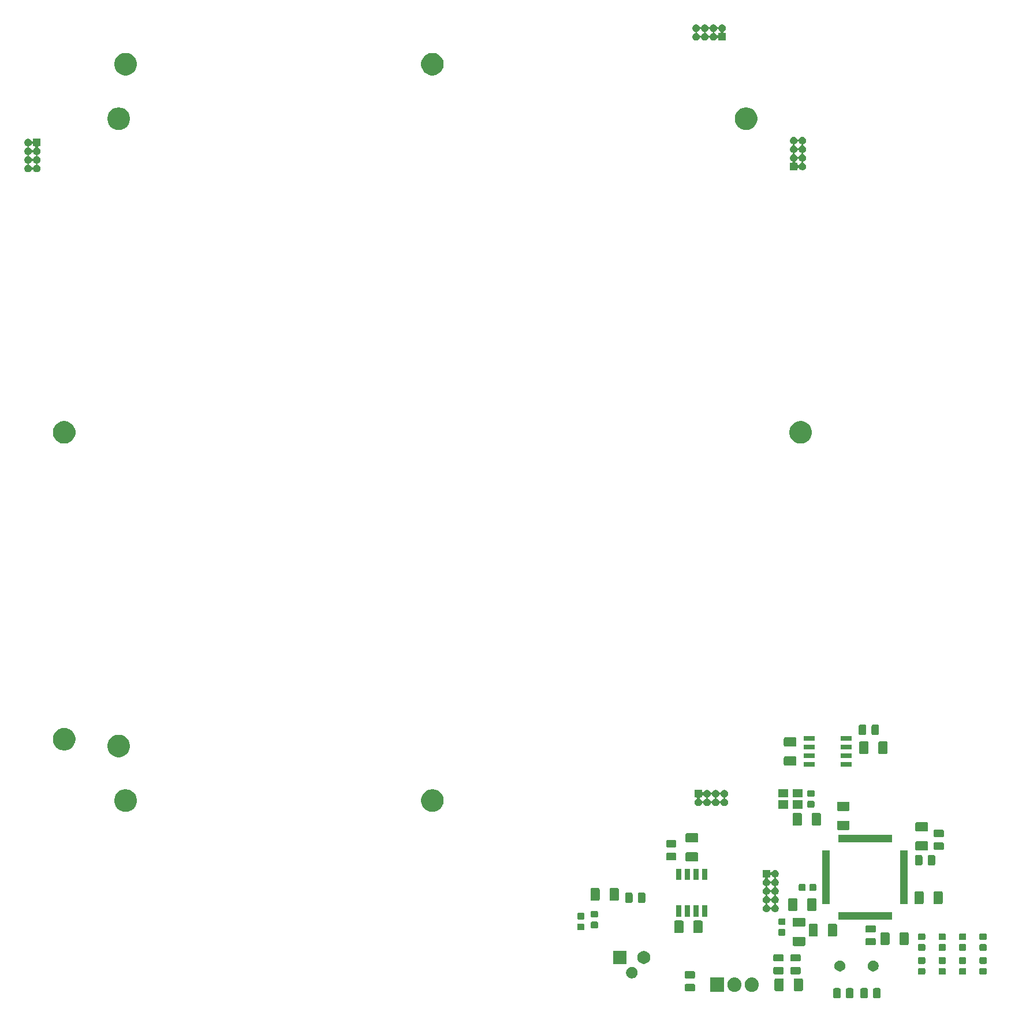
<source format=gts>
G04 #@! TF.GenerationSoftware,KiCad,Pcbnew,5.0.1*
G04 #@! TF.CreationDate,2019-01-16T19:26:08-05:00*
G04 #@! TF.ProjectId,main,6D61696E2E6B696361645F7063620000,rev?*
G04 #@! TF.SameCoordinates,Original*
G04 #@! TF.FileFunction,Soldermask,Top*
G04 #@! TF.FilePolarity,Negative*
%FSLAX46Y46*%
G04 Gerber Fmt 4.6, Leading zero omitted, Abs format (unit mm)*
G04 Created by KiCad (PCBNEW 5.0.1) date Wed 16 Jan 2019 07:26:08 PM EST*
%MOMM*%
%LPD*%
G01*
G04 APERTURE LIST*
%ADD10C,0.100000*%
G04 APERTURE END LIST*
D10*
G36*
X130559466Y-146503565D02*
X130598137Y-146515296D01*
X130633779Y-146534348D01*
X130665017Y-146559983D01*
X130690652Y-146591221D01*
X130709704Y-146626863D01*
X130721435Y-146665534D01*
X130726000Y-146711888D01*
X130726000Y-147788112D01*
X130721435Y-147834466D01*
X130709704Y-147873137D01*
X130690652Y-147908779D01*
X130665017Y-147940017D01*
X130633779Y-147965652D01*
X130598137Y-147984704D01*
X130559466Y-147996435D01*
X130513112Y-148001000D01*
X129861888Y-148001000D01*
X129815534Y-147996435D01*
X129776863Y-147984704D01*
X129741221Y-147965652D01*
X129709983Y-147940017D01*
X129684348Y-147908779D01*
X129665296Y-147873137D01*
X129653565Y-147834466D01*
X129649000Y-147788112D01*
X129649000Y-146711888D01*
X129653565Y-146665534D01*
X129665296Y-146626863D01*
X129684348Y-146591221D01*
X129709983Y-146559983D01*
X129741221Y-146534348D01*
X129776863Y-146515296D01*
X129815534Y-146503565D01*
X129861888Y-146499000D01*
X130513112Y-146499000D01*
X130559466Y-146503565D01*
X130559466Y-146503565D01*
G37*
G36*
X128684466Y-146503565D02*
X128723137Y-146515296D01*
X128758779Y-146534348D01*
X128790017Y-146559983D01*
X128815652Y-146591221D01*
X128834704Y-146626863D01*
X128846435Y-146665534D01*
X128851000Y-146711888D01*
X128851000Y-147788112D01*
X128846435Y-147834466D01*
X128834704Y-147873137D01*
X128815652Y-147908779D01*
X128790017Y-147940017D01*
X128758779Y-147965652D01*
X128723137Y-147984704D01*
X128684466Y-147996435D01*
X128638112Y-148001000D01*
X127986888Y-148001000D01*
X127940534Y-147996435D01*
X127901863Y-147984704D01*
X127866221Y-147965652D01*
X127834983Y-147940017D01*
X127809348Y-147908779D01*
X127790296Y-147873137D01*
X127778565Y-147834466D01*
X127774000Y-147788112D01*
X127774000Y-146711888D01*
X127778565Y-146665534D01*
X127790296Y-146626863D01*
X127809348Y-146591221D01*
X127834983Y-146559983D01*
X127866221Y-146534348D01*
X127901863Y-146515296D01*
X127940534Y-146503565D01*
X127986888Y-146499000D01*
X128638112Y-146499000D01*
X128684466Y-146503565D01*
X128684466Y-146503565D01*
G37*
G36*
X124684466Y-146503565D02*
X124723137Y-146515296D01*
X124758779Y-146534348D01*
X124790017Y-146559983D01*
X124815652Y-146591221D01*
X124834704Y-146626863D01*
X124846435Y-146665534D01*
X124851000Y-146711888D01*
X124851000Y-147788112D01*
X124846435Y-147834466D01*
X124834704Y-147873137D01*
X124815652Y-147908779D01*
X124790017Y-147940017D01*
X124758779Y-147965652D01*
X124723137Y-147984704D01*
X124684466Y-147996435D01*
X124638112Y-148001000D01*
X123986888Y-148001000D01*
X123940534Y-147996435D01*
X123901863Y-147984704D01*
X123866221Y-147965652D01*
X123834983Y-147940017D01*
X123809348Y-147908779D01*
X123790296Y-147873137D01*
X123778565Y-147834466D01*
X123774000Y-147788112D01*
X123774000Y-146711888D01*
X123778565Y-146665534D01*
X123790296Y-146626863D01*
X123809348Y-146591221D01*
X123834983Y-146559983D01*
X123866221Y-146534348D01*
X123901863Y-146515296D01*
X123940534Y-146503565D01*
X123986888Y-146499000D01*
X124638112Y-146499000D01*
X124684466Y-146503565D01*
X124684466Y-146503565D01*
G37*
G36*
X126559466Y-146503565D02*
X126598137Y-146515296D01*
X126633779Y-146534348D01*
X126665017Y-146559983D01*
X126690652Y-146591221D01*
X126709704Y-146626863D01*
X126721435Y-146665534D01*
X126726000Y-146711888D01*
X126726000Y-147788112D01*
X126721435Y-147834466D01*
X126709704Y-147873137D01*
X126690652Y-147908779D01*
X126665017Y-147940017D01*
X126633779Y-147965652D01*
X126598137Y-147984704D01*
X126559466Y-147996435D01*
X126513112Y-148001000D01*
X125861888Y-148001000D01*
X125815534Y-147996435D01*
X125776863Y-147984704D01*
X125741221Y-147965652D01*
X125709983Y-147940017D01*
X125684348Y-147908779D01*
X125665296Y-147873137D01*
X125653565Y-147834466D01*
X125649000Y-147788112D01*
X125649000Y-146711888D01*
X125653565Y-146665534D01*
X125665296Y-146626863D01*
X125684348Y-146591221D01*
X125709983Y-146559983D01*
X125741221Y-146534348D01*
X125776863Y-146515296D01*
X125815534Y-146503565D01*
X125861888Y-146499000D01*
X126513112Y-146499000D01*
X126559466Y-146503565D01*
X126559466Y-146503565D01*
G37*
G36*
X109486719Y-144963520D02*
X109675880Y-145020901D01*
X109850212Y-145114083D01*
X110003015Y-145239485D01*
X110128417Y-145392288D01*
X110221599Y-145566619D01*
X110278980Y-145755780D01*
X110293500Y-145903206D01*
X110293500Y-146096793D01*
X110278980Y-146244219D01*
X110221599Y-146433380D01*
X110128417Y-146607712D01*
X110003015Y-146760515D01*
X109850212Y-146885917D01*
X109675881Y-146979099D01*
X109486720Y-147036480D01*
X109290000Y-147055855D01*
X109093281Y-147036480D01*
X108904120Y-146979099D01*
X108729788Y-146885917D01*
X108576985Y-146760515D01*
X108451583Y-146607712D01*
X108358401Y-146433381D01*
X108301020Y-146244220D01*
X108288364Y-146115722D01*
X108286500Y-146096796D01*
X108286500Y-145903205D01*
X108301020Y-145755784D01*
X108301020Y-145755781D01*
X108358401Y-145566620D01*
X108451583Y-145392288D01*
X108576985Y-145239485D01*
X108729788Y-145114083D01*
X108904119Y-145020901D01*
X109093280Y-144963520D01*
X109290000Y-144944145D01*
X109486719Y-144963520D01*
X109486719Y-144963520D01*
G37*
G36*
X112026719Y-144963520D02*
X112215880Y-145020901D01*
X112390212Y-145114083D01*
X112543015Y-145239485D01*
X112668417Y-145392288D01*
X112761599Y-145566619D01*
X112818980Y-145755780D01*
X112833500Y-145903206D01*
X112833500Y-146096793D01*
X112818980Y-146244219D01*
X112761599Y-146433380D01*
X112668417Y-146607712D01*
X112543015Y-146760515D01*
X112390212Y-146885917D01*
X112215881Y-146979099D01*
X112026720Y-147036480D01*
X111830000Y-147055855D01*
X111633281Y-147036480D01*
X111444120Y-146979099D01*
X111269788Y-146885917D01*
X111116985Y-146760515D01*
X110991583Y-146607712D01*
X110898401Y-146433381D01*
X110841020Y-146244220D01*
X110828364Y-146115722D01*
X110826500Y-146096796D01*
X110826500Y-145903205D01*
X110841020Y-145755784D01*
X110841020Y-145755781D01*
X110898401Y-145566620D01*
X110991583Y-145392288D01*
X111116985Y-145239485D01*
X111269788Y-145114083D01*
X111444119Y-145020901D01*
X111633280Y-144963520D01*
X111830000Y-144944145D01*
X112026719Y-144963520D01*
X112026719Y-144963520D01*
G37*
G36*
X107753500Y-147051000D02*
X105746500Y-147051000D01*
X105746500Y-144949000D01*
X107753500Y-144949000D01*
X107753500Y-147051000D01*
X107753500Y-147051000D01*
G37*
G36*
X103334466Y-145903565D02*
X103373137Y-145915296D01*
X103408779Y-145934348D01*
X103440017Y-145959983D01*
X103465652Y-145991221D01*
X103484704Y-146026863D01*
X103496435Y-146065534D01*
X103501000Y-146111888D01*
X103501000Y-146763112D01*
X103496435Y-146809466D01*
X103484704Y-146848137D01*
X103465652Y-146883779D01*
X103440017Y-146915017D01*
X103408779Y-146940652D01*
X103373137Y-146959704D01*
X103334466Y-146971435D01*
X103288112Y-146976000D01*
X102211888Y-146976000D01*
X102165534Y-146971435D01*
X102126863Y-146959704D01*
X102091221Y-146940652D01*
X102059983Y-146915017D01*
X102034348Y-146883779D01*
X102015296Y-146848137D01*
X102003565Y-146809466D01*
X101999000Y-146763112D01*
X101999000Y-146111888D01*
X102003565Y-146065534D01*
X102015296Y-146026863D01*
X102034348Y-145991221D01*
X102059983Y-145959983D01*
X102091221Y-145934348D01*
X102126863Y-145915296D01*
X102165534Y-145903565D01*
X102211888Y-145899000D01*
X103288112Y-145899000D01*
X103334466Y-145903565D01*
X103334466Y-145903565D01*
G37*
G36*
X119168604Y-145078347D02*
X119205145Y-145089432D01*
X119238820Y-145107431D01*
X119268341Y-145131659D01*
X119292569Y-145161180D01*
X119310568Y-145194855D01*
X119321653Y-145231396D01*
X119326000Y-145275538D01*
X119326000Y-146724462D01*
X119321653Y-146768604D01*
X119310568Y-146805145D01*
X119292569Y-146838820D01*
X119268341Y-146868341D01*
X119238820Y-146892569D01*
X119205145Y-146910568D01*
X119168604Y-146921653D01*
X119124462Y-146926000D01*
X118175538Y-146926000D01*
X118131396Y-146921653D01*
X118094855Y-146910568D01*
X118061180Y-146892569D01*
X118031659Y-146868341D01*
X118007431Y-146838820D01*
X117989432Y-146805145D01*
X117978347Y-146768604D01*
X117974000Y-146724462D01*
X117974000Y-145275538D01*
X117978347Y-145231396D01*
X117989432Y-145194855D01*
X118007431Y-145161180D01*
X118031659Y-145131659D01*
X118061180Y-145107431D01*
X118094855Y-145089432D01*
X118131396Y-145078347D01*
X118175538Y-145074000D01*
X119124462Y-145074000D01*
X119168604Y-145078347D01*
X119168604Y-145078347D01*
G37*
G36*
X116368604Y-145078347D02*
X116405145Y-145089432D01*
X116438820Y-145107431D01*
X116468341Y-145131659D01*
X116492569Y-145161180D01*
X116510568Y-145194855D01*
X116521653Y-145231396D01*
X116526000Y-145275538D01*
X116526000Y-146724462D01*
X116521653Y-146768604D01*
X116510568Y-146805145D01*
X116492569Y-146838820D01*
X116468341Y-146868341D01*
X116438820Y-146892569D01*
X116405145Y-146910568D01*
X116368604Y-146921653D01*
X116324462Y-146926000D01*
X115375538Y-146926000D01*
X115331396Y-146921653D01*
X115294855Y-146910568D01*
X115261180Y-146892569D01*
X115231659Y-146868341D01*
X115207431Y-146838820D01*
X115189432Y-146805145D01*
X115178347Y-146768604D01*
X115174000Y-146724462D01*
X115174000Y-145275538D01*
X115178347Y-145231396D01*
X115189432Y-145194855D01*
X115207431Y-145161180D01*
X115231659Y-145131659D01*
X115261180Y-145107431D01*
X115294855Y-145089432D01*
X115331396Y-145078347D01*
X115375538Y-145074000D01*
X116324462Y-145074000D01*
X116368604Y-145078347D01*
X116368604Y-145078347D01*
G37*
G36*
X103334466Y-144028565D02*
X103373137Y-144040296D01*
X103408779Y-144059348D01*
X103440017Y-144084983D01*
X103465652Y-144116221D01*
X103484704Y-144151863D01*
X103496435Y-144190534D01*
X103501000Y-144236888D01*
X103501000Y-144888112D01*
X103496435Y-144934466D01*
X103484704Y-144973137D01*
X103465652Y-145008779D01*
X103440017Y-145040017D01*
X103408779Y-145065652D01*
X103373137Y-145084704D01*
X103334466Y-145096435D01*
X103288112Y-145101000D01*
X102211888Y-145101000D01*
X102165534Y-145096435D01*
X102126863Y-145084704D01*
X102091221Y-145065652D01*
X102059983Y-145040017D01*
X102034348Y-145008779D01*
X102015296Y-144973137D01*
X102003565Y-144934466D01*
X101999000Y-144888112D01*
X101999000Y-144236888D01*
X102003565Y-144190534D01*
X102015296Y-144151863D01*
X102034348Y-144116221D01*
X102059983Y-144084983D01*
X102091221Y-144059348D01*
X102126863Y-144040296D01*
X102165534Y-144028565D01*
X102211888Y-144024000D01*
X103288112Y-144024000D01*
X103334466Y-144028565D01*
X103334466Y-144028565D01*
G37*
G36*
X94498228Y-143411703D02*
X94653100Y-143475853D01*
X94792481Y-143568985D01*
X94911015Y-143687519D01*
X95004147Y-143826900D01*
X95068297Y-143981772D01*
X95101000Y-144146184D01*
X95101000Y-144313816D01*
X95068297Y-144478228D01*
X95004147Y-144633100D01*
X94911015Y-144772481D01*
X94792481Y-144891015D01*
X94653100Y-144984147D01*
X94498228Y-145048297D01*
X94333816Y-145081000D01*
X94166184Y-145081000D01*
X94001772Y-145048297D01*
X93846900Y-144984147D01*
X93707519Y-144891015D01*
X93588985Y-144772481D01*
X93495853Y-144633100D01*
X93431703Y-144478228D01*
X93399000Y-144313816D01*
X93399000Y-144146184D01*
X93431703Y-143981772D01*
X93495853Y-143826900D01*
X93588985Y-143687519D01*
X93707519Y-143568985D01*
X93846900Y-143475853D01*
X94001772Y-143411703D01*
X94166184Y-143379000D01*
X94333816Y-143379000D01*
X94498228Y-143411703D01*
X94498228Y-143411703D01*
G37*
G36*
X143129591Y-143553085D02*
X143163569Y-143563393D01*
X143194887Y-143580133D01*
X143222339Y-143602661D01*
X143244867Y-143630113D01*
X143261607Y-143661431D01*
X143271915Y-143695409D01*
X143276000Y-143736890D01*
X143276000Y-144338110D01*
X143271915Y-144379591D01*
X143261607Y-144413569D01*
X143244867Y-144444887D01*
X143222339Y-144472339D01*
X143194887Y-144494867D01*
X143163569Y-144511607D01*
X143129591Y-144521915D01*
X143088110Y-144526000D01*
X142411890Y-144526000D01*
X142370409Y-144521915D01*
X142336431Y-144511607D01*
X142305113Y-144494867D01*
X142277661Y-144472339D01*
X142255133Y-144444887D01*
X142238393Y-144413569D01*
X142228085Y-144379591D01*
X142224000Y-144338110D01*
X142224000Y-143736890D01*
X142228085Y-143695409D01*
X142238393Y-143661431D01*
X142255133Y-143630113D01*
X142277661Y-143602661D01*
X142305113Y-143580133D01*
X142336431Y-143563393D01*
X142370409Y-143553085D01*
X142411890Y-143549000D01*
X143088110Y-143549000D01*
X143129591Y-143553085D01*
X143129591Y-143553085D01*
G37*
G36*
X146129591Y-143553085D02*
X146163569Y-143563393D01*
X146194887Y-143580133D01*
X146222339Y-143602661D01*
X146244867Y-143630113D01*
X146261607Y-143661431D01*
X146271915Y-143695409D01*
X146276000Y-143736890D01*
X146276000Y-144338110D01*
X146271915Y-144379591D01*
X146261607Y-144413569D01*
X146244867Y-144444887D01*
X146222339Y-144472339D01*
X146194887Y-144494867D01*
X146163569Y-144511607D01*
X146129591Y-144521915D01*
X146088110Y-144526000D01*
X145411890Y-144526000D01*
X145370409Y-144521915D01*
X145336431Y-144511607D01*
X145305113Y-144494867D01*
X145277661Y-144472339D01*
X145255133Y-144444887D01*
X145238393Y-144413569D01*
X145228085Y-144379591D01*
X145224000Y-144338110D01*
X145224000Y-143736890D01*
X145228085Y-143695409D01*
X145238393Y-143661431D01*
X145255133Y-143630113D01*
X145277661Y-143602661D01*
X145305113Y-143580133D01*
X145336431Y-143563393D01*
X145370409Y-143553085D01*
X145411890Y-143549000D01*
X146088110Y-143549000D01*
X146129591Y-143553085D01*
X146129591Y-143553085D01*
G37*
G36*
X140129591Y-143553085D02*
X140163569Y-143563393D01*
X140194887Y-143580133D01*
X140222339Y-143602661D01*
X140244867Y-143630113D01*
X140261607Y-143661431D01*
X140271915Y-143695409D01*
X140276000Y-143736890D01*
X140276000Y-144338110D01*
X140271915Y-144379591D01*
X140261607Y-144413569D01*
X140244867Y-144444887D01*
X140222339Y-144472339D01*
X140194887Y-144494867D01*
X140163569Y-144511607D01*
X140129591Y-144521915D01*
X140088110Y-144526000D01*
X139411890Y-144526000D01*
X139370409Y-144521915D01*
X139336431Y-144511607D01*
X139305113Y-144494867D01*
X139277661Y-144472339D01*
X139255133Y-144444887D01*
X139238393Y-144413569D01*
X139228085Y-144379591D01*
X139224000Y-144338110D01*
X139224000Y-143736890D01*
X139228085Y-143695409D01*
X139238393Y-143661431D01*
X139255133Y-143630113D01*
X139277661Y-143602661D01*
X139305113Y-143580133D01*
X139336431Y-143563393D01*
X139370409Y-143553085D01*
X139411890Y-143549000D01*
X140088110Y-143549000D01*
X140129591Y-143553085D01*
X140129591Y-143553085D01*
G37*
G36*
X137129591Y-143553085D02*
X137163569Y-143563393D01*
X137194887Y-143580133D01*
X137222339Y-143602661D01*
X137244867Y-143630113D01*
X137261607Y-143661431D01*
X137271915Y-143695409D01*
X137276000Y-143736890D01*
X137276000Y-144338110D01*
X137271915Y-144379591D01*
X137261607Y-144413569D01*
X137244867Y-144444887D01*
X137222339Y-144472339D01*
X137194887Y-144494867D01*
X137163569Y-144511607D01*
X137129591Y-144521915D01*
X137088110Y-144526000D01*
X136411890Y-144526000D01*
X136370409Y-144521915D01*
X136336431Y-144511607D01*
X136305113Y-144494867D01*
X136277661Y-144472339D01*
X136255133Y-144444887D01*
X136238393Y-144413569D01*
X136228085Y-144379591D01*
X136224000Y-144338110D01*
X136224000Y-143736890D01*
X136228085Y-143695409D01*
X136238393Y-143661431D01*
X136255133Y-143630113D01*
X136277661Y-143602661D01*
X136305113Y-143580133D01*
X136336431Y-143563393D01*
X136370409Y-143553085D01*
X136411890Y-143549000D01*
X137088110Y-143549000D01*
X137129591Y-143553085D01*
X137129591Y-143553085D01*
G37*
G36*
X116334466Y-143403565D02*
X116373137Y-143415296D01*
X116408779Y-143434348D01*
X116440017Y-143459983D01*
X116465652Y-143491221D01*
X116484704Y-143526863D01*
X116496435Y-143565534D01*
X116501000Y-143611888D01*
X116501000Y-144263112D01*
X116496435Y-144309466D01*
X116484704Y-144348137D01*
X116465652Y-144383779D01*
X116440017Y-144415017D01*
X116408779Y-144440652D01*
X116373137Y-144459704D01*
X116334466Y-144471435D01*
X116288112Y-144476000D01*
X115211888Y-144476000D01*
X115165534Y-144471435D01*
X115126863Y-144459704D01*
X115091221Y-144440652D01*
X115059983Y-144415017D01*
X115034348Y-144383779D01*
X115015296Y-144348137D01*
X115003565Y-144309466D01*
X114999000Y-144263112D01*
X114999000Y-143611888D01*
X115003565Y-143565534D01*
X115015296Y-143526863D01*
X115034348Y-143491221D01*
X115059983Y-143459983D01*
X115091221Y-143434348D01*
X115126863Y-143415296D01*
X115165534Y-143403565D01*
X115211888Y-143399000D01*
X116288112Y-143399000D01*
X116334466Y-143403565D01*
X116334466Y-143403565D01*
G37*
G36*
X118834466Y-143403565D02*
X118873137Y-143415296D01*
X118908779Y-143434348D01*
X118940017Y-143459983D01*
X118965652Y-143491221D01*
X118984704Y-143526863D01*
X118996435Y-143565534D01*
X119001000Y-143611888D01*
X119001000Y-144263112D01*
X118996435Y-144309466D01*
X118984704Y-144348137D01*
X118965652Y-144383779D01*
X118940017Y-144415017D01*
X118908779Y-144440652D01*
X118873137Y-144459704D01*
X118834466Y-144471435D01*
X118788112Y-144476000D01*
X117711888Y-144476000D01*
X117665534Y-144471435D01*
X117626863Y-144459704D01*
X117591221Y-144440652D01*
X117559983Y-144415017D01*
X117534348Y-144383779D01*
X117515296Y-144348137D01*
X117503565Y-144309466D01*
X117499000Y-144263112D01*
X117499000Y-143611888D01*
X117503565Y-143565534D01*
X117515296Y-143526863D01*
X117534348Y-143491221D01*
X117559983Y-143459983D01*
X117591221Y-143434348D01*
X117626863Y-143415296D01*
X117665534Y-143403565D01*
X117711888Y-143399000D01*
X118788112Y-143399000D01*
X118834466Y-143403565D01*
X118834466Y-143403565D01*
G37*
G36*
X124983643Y-142479781D02*
X125129415Y-142540162D01*
X125260611Y-142627824D01*
X125372176Y-142739389D01*
X125459838Y-142870585D01*
X125520219Y-143016357D01*
X125551000Y-143171107D01*
X125551000Y-143328893D01*
X125520219Y-143483643D01*
X125459838Y-143629415D01*
X125372176Y-143760611D01*
X125260611Y-143872176D01*
X125129415Y-143959838D01*
X124983643Y-144020219D01*
X124828893Y-144051000D01*
X124671107Y-144051000D01*
X124516357Y-144020219D01*
X124370585Y-143959838D01*
X124239389Y-143872176D01*
X124127824Y-143760611D01*
X124040162Y-143629415D01*
X123979781Y-143483643D01*
X123949000Y-143328893D01*
X123949000Y-143171107D01*
X123979781Y-143016357D01*
X124040162Y-142870585D01*
X124127824Y-142739389D01*
X124239389Y-142627824D01*
X124370585Y-142540162D01*
X124516357Y-142479781D01*
X124671107Y-142449000D01*
X124828893Y-142449000D01*
X124983643Y-142479781D01*
X124983643Y-142479781D01*
G37*
G36*
X129863643Y-142479781D02*
X130009415Y-142540162D01*
X130140611Y-142627824D01*
X130252176Y-142739389D01*
X130339838Y-142870585D01*
X130400219Y-143016357D01*
X130431000Y-143171107D01*
X130431000Y-143328893D01*
X130400219Y-143483643D01*
X130339838Y-143629415D01*
X130252176Y-143760611D01*
X130140611Y-143872176D01*
X130009415Y-143959838D01*
X129863643Y-144020219D01*
X129708893Y-144051000D01*
X129551107Y-144051000D01*
X129396357Y-144020219D01*
X129250585Y-143959838D01*
X129119389Y-143872176D01*
X129007824Y-143760611D01*
X128920162Y-143629415D01*
X128859781Y-143483643D01*
X128829000Y-143328893D01*
X128829000Y-143171107D01*
X128859781Y-143016357D01*
X128920162Y-142870585D01*
X129007824Y-142739389D01*
X129119389Y-142627824D01*
X129250585Y-142540162D01*
X129396357Y-142479781D01*
X129551107Y-142449000D01*
X129708893Y-142449000D01*
X129863643Y-142479781D01*
X129863643Y-142479781D01*
G37*
G36*
X93451000Y-142951000D02*
X91549000Y-142951000D01*
X91549000Y-141049000D01*
X93451000Y-141049000D01*
X93451000Y-142951000D01*
X93451000Y-142951000D01*
G37*
G36*
X146129591Y-141978085D02*
X146163569Y-141988393D01*
X146194887Y-142005133D01*
X146222339Y-142027661D01*
X146244867Y-142055113D01*
X146261607Y-142086431D01*
X146271915Y-142120409D01*
X146276000Y-142161890D01*
X146276000Y-142763110D01*
X146271915Y-142804591D01*
X146261607Y-142838569D01*
X146244867Y-142869887D01*
X146222339Y-142897339D01*
X146194887Y-142919867D01*
X146163569Y-142936607D01*
X146129591Y-142946915D01*
X146088110Y-142951000D01*
X145411890Y-142951000D01*
X145370409Y-142946915D01*
X145336431Y-142936607D01*
X145305113Y-142919867D01*
X145277661Y-142897339D01*
X145255133Y-142869887D01*
X145238393Y-142838569D01*
X145228085Y-142804591D01*
X145224000Y-142763110D01*
X145224000Y-142161890D01*
X145228085Y-142120409D01*
X145238393Y-142086431D01*
X145255133Y-142055113D01*
X145277661Y-142027661D01*
X145305113Y-142005133D01*
X145336431Y-141988393D01*
X145370409Y-141978085D01*
X145411890Y-141974000D01*
X146088110Y-141974000D01*
X146129591Y-141978085D01*
X146129591Y-141978085D01*
G37*
G36*
X143129591Y-141978085D02*
X143163569Y-141988393D01*
X143194887Y-142005133D01*
X143222339Y-142027661D01*
X143244867Y-142055113D01*
X143261607Y-142086431D01*
X143271915Y-142120409D01*
X143276000Y-142161890D01*
X143276000Y-142763110D01*
X143271915Y-142804591D01*
X143261607Y-142838569D01*
X143244867Y-142869887D01*
X143222339Y-142897339D01*
X143194887Y-142919867D01*
X143163569Y-142936607D01*
X143129591Y-142946915D01*
X143088110Y-142951000D01*
X142411890Y-142951000D01*
X142370409Y-142946915D01*
X142336431Y-142936607D01*
X142305113Y-142919867D01*
X142277661Y-142897339D01*
X142255133Y-142869887D01*
X142238393Y-142838569D01*
X142228085Y-142804591D01*
X142224000Y-142763110D01*
X142224000Y-142161890D01*
X142228085Y-142120409D01*
X142238393Y-142086431D01*
X142255133Y-142055113D01*
X142277661Y-142027661D01*
X142305113Y-142005133D01*
X142336431Y-141988393D01*
X142370409Y-141978085D01*
X142411890Y-141974000D01*
X143088110Y-141974000D01*
X143129591Y-141978085D01*
X143129591Y-141978085D01*
G37*
G36*
X137129591Y-141978085D02*
X137163569Y-141988393D01*
X137194887Y-142005133D01*
X137222339Y-142027661D01*
X137244867Y-142055113D01*
X137261607Y-142086431D01*
X137271915Y-142120409D01*
X137276000Y-142161890D01*
X137276000Y-142763110D01*
X137271915Y-142804591D01*
X137261607Y-142838569D01*
X137244867Y-142869887D01*
X137222339Y-142897339D01*
X137194887Y-142919867D01*
X137163569Y-142936607D01*
X137129591Y-142946915D01*
X137088110Y-142951000D01*
X136411890Y-142951000D01*
X136370409Y-142946915D01*
X136336431Y-142936607D01*
X136305113Y-142919867D01*
X136277661Y-142897339D01*
X136255133Y-142869887D01*
X136238393Y-142838569D01*
X136228085Y-142804591D01*
X136224000Y-142763110D01*
X136224000Y-142161890D01*
X136228085Y-142120409D01*
X136238393Y-142086431D01*
X136255133Y-142055113D01*
X136277661Y-142027661D01*
X136305113Y-142005133D01*
X136336431Y-141988393D01*
X136370409Y-141978085D01*
X136411890Y-141974000D01*
X137088110Y-141974000D01*
X137129591Y-141978085D01*
X137129591Y-141978085D01*
G37*
G36*
X96277396Y-141085546D02*
X96450466Y-141157234D01*
X96606230Y-141261312D01*
X96738688Y-141393770D01*
X96842766Y-141549534D01*
X96914454Y-141722604D01*
X96951000Y-141906333D01*
X96951000Y-142093667D01*
X96914454Y-142277396D01*
X96842766Y-142450466D01*
X96738688Y-142606230D01*
X96606230Y-142738688D01*
X96450466Y-142842766D01*
X96277396Y-142914454D01*
X96093667Y-142951000D01*
X95906333Y-142951000D01*
X95722604Y-142914454D01*
X95549534Y-142842766D01*
X95393770Y-142738688D01*
X95261312Y-142606230D01*
X95157234Y-142450466D01*
X95085546Y-142277396D01*
X95049000Y-142093667D01*
X95049000Y-141906333D01*
X95085546Y-141722604D01*
X95157234Y-141549534D01*
X95261312Y-141393770D01*
X95393770Y-141261312D01*
X95549534Y-141157234D01*
X95722604Y-141085546D01*
X95906333Y-141049000D01*
X96093667Y-141049000D01*
X96277396Y-141085546D01*
X96277396Y-141085546D01*
G37*
G36*
X140129591Y-141978085D02*
X140163569Y-141988393D01*
X140194887Y-142005133D01*
X140222339Y-142027661D01*
X140244867Y-142055113D01*
X140261607Y-142086431D01*
X140271915Y-142120409D01*
X140276000Y-142161890D01*
X140276000Y-142763110D01*
X140271915Y-142804591D01*
X140261607Y-142838569D01*
X140244867Y-142869887D01*
X140222339Y-142897339D01*
X140194887Y-142919867D01*
X140163569Y-142936607D01*
X140129591Y-142946915D01*
X140088110Y-142951000D01*
X139411890Y-142951000D01*
X139370409Y-142946915D01*
X139336431Y-142936607D01*
X139305113Y-142919867D01*
X139277661Y-142897339D01*
X139255133Y-142869887D01*
X139238393Y-142838569D01*
X139228085Y-142804591D01*
X139224000Y-142763110D01*
X139224000Y-142161890D01*
X139228085Y-142120409D01*
X139238393Y-142086431D01*
X139255133Y-142055113D01*
X139277661Y-142027661D01*
X139305113Y-142005133D01*
X139336431Y-141988393D01*
X139370409Y-141978085D01*
X139411890Y-141974000D01*
X140088110Y-141974000D01*
X140129591Y-141978085D01*
X140129591Y-141978085D01*
G37*
G36*
X118834466Y-141528565D02*
X118873137Y-141540296D01*
X118908779Y-141559348D01*
X118940017Y-141584983D01*
X118965652Y-141616221D01*
X118984704Y-141651863D01*
X118996435Y-141690534D01*
X119001000Y-141736888D01*
X119001000Y-142388112D01*
X118996435Y-142434466D01*
X118984704Y-142473137D01*
X118965652Y-142508779D01*
X118940017Y-142540017D01*
X118908779Y-142565652D01*
X118873137Y-142584704D01*
X118834466Y-142596435D01*
X118788112Y-142601000D01*
X117711888Y-142601000D01*
X117665534Y-142596435D01*
X117626863Y-142584704D01*
X117591221Y-142565652D01*
X117559983Y-142540017D01*
X117534348Y-142508779D01*
X117515296Y-142473137D01*
X117503565Y-142434466D01*
X117499000Y-142388112D01*
X117499000Y-141736888D01*
X117503565Y-141690534D01*
X117515296Y-141651863D01*
X117534348Y-141616221D01*
X117559983Y-141584983D01*
X117591221Y-141559348D01*
X117626863Y-141540296D01*
X117665534Y-141528565D01*
X117711888Y-141524000D01*
X118788112Y-141524000D01*
X118834466Y-141528565D01*
X118834466Y-141528565D01*
G37*
G36*
X116334466Y-141528565D02*
X116373137Y-141540296D01*
X116408779Y-141559348D01*
X116440017Y-141584983D01*
X116465652Y-141616221D01*
X116484704Y-141651863D01*
X116496435Y-141690534D01*
X116501000Y-141736888D01*
X116501000Y-142388112D01*
X116496435Y-142434466D01*
X116484704Y-142473137D01*
X116465652Y-142508779D01*
X116440017Y-142540017D01*
X116408779Y-142565652D01*
X116373137Y-142584704D01*
X116334466Y-142596435D01*
X116288112Y-142601000D01*
X115211888Y-142601000D01*
X115165534Y-142596435D01*
X115126863Y-142584704D01*
X115091221Y-142565652D01*
X115059983Y-142540017D01*
X115034348Y-142508779D01*
X115015296Y-142473137D01*
X115003565Y-142434466D01*
X114999000Y-142388112D01*
X114999000Y-141736888D01*
X115003565Y-141690534D01*
X115015296Y-141651863D01*
X115034348Y-141616221D01*
X115059983Y-141584983D01*
X115091221Y-141559348D01*
X115126863Y-141540296D01*
X115165534Y-141528565D01*
X115211888Y-141524000D01*
X116288112Y-141524000D01*
X116334466Y-141528565D01*
X116334466Y-141528565D01*
G37*
G36*
X146129591Y-140053085D02*
X146163569Y-140063393D01*
X146194887Y-140080133D01*
X146222339Y-140102661D01*
X146244867Y-140130113D01*
X146261607Y-140161431D01*
X146271915Y-140195409D01*
X146276000Y-140236890D01*
X146276000Y-140838110D01*
X146271915Y-140879591D01*
X146261607Y-140913569D01*
X146244867Y-140944887D01*
X146222339Y-140972339D01*
X146194887Y-140994867D01*
X146163569Y-141011607D01*
X146129591Y-141021915D01*
X146088110Y-141026000D01*
X145411890Y-141026000D01*
X145370409Y-141021915D01*
X145336431Y-141011607D01*
X145305113Y-140994867D01*
X145277661Y-140972339D01*
X145255133Y-140944887D01*
X145238393Y-140913569D01*
X145228085Y-140879591D01*
X145224000Y-140838110D01*
X145224000Y-140236890D01*
X145228085Y-140195409D01*
X145238393Y-140161431D01*
X145255133Y-140130113D01*
X145277661Y-140102661D01*
X145305113Y-140080133D01*
X145336431Y-140063393D01*
X145370409Y-140053085D01*
X145411890Y-140049000D01*
X146088110Y-140049000D01*
X146129591Y-140053085D01*
X146129591Y-140053085D01*
G37*
G36*
X143129591Y-140053085D02*
X143163569Y-140063393D01*
X143194887Y-140080133D01*
X143222339Y-140102661D01*
X143244867Y-140130113D01*
X143261607Y-140161431D01*
X143271915Y-140195409D01*
X143276000Y-140236890D01*
X143276000Y-140838110D01*
X143271915Y-140879591D01*
X143261607Y-140913569D01*
X143244867Y-140944887D01*
X143222339Y-140972339D01*
X143194887Y-140994867D01*
X143163569Y-141011607D01*
X143129591Y-141021915D01*
X143088110Y-141026000D01*
X142411890Y-141026000D01*
X142370409Y-141021915D01*
X142336431Y-141011607D01*
X142305113Y-140994867D01*
X142277661Y-140972339D01*
X142255133Y-140944887D01*
X142238393Y-140913569D01*
X142228085Y-140879591D01*
X142224000Y-140838110D01*
X142224000Y-140236890D01*
X142228085Y-140195409D01*
X142238393Y-140161431D01*
X142255133Y-140130113D01*
X142277661Y-140102661D01*
X142305113Y-140080133D01*
X142336431Y-140063393D01*
X142370409Y-140053085D01*
X142411890Y-140049000D01*
X143088110Y-140049000D01*
X143129591Y-140053085D01*
X143129591Y-140053085D01*
G37*
G36*
X140129591Y-140053085D02*
X140163569Y-140063393D01*
X140194887Y-140080133D01*
X140222339Y-140102661D01*
X140244867Y-140130113D01*
X140261607Y-140161431D01*
X140271915Y-140195409D01*
X140276000Y-140236890D01*
X140276000Y-140838110D01*
X140271915Y-140879591D01*
X140261607Y-140913569D01*
X140244867Y-140944887D01*
X140222339Y-140972339D01*
X140194887Y-140994867D01*
X140163569Y-141011607D01*
X140129591Y-141021915D01*
X140088110Y-141026000D01*
X139411890Y-141026000D01*
X139370409Y-141021915D01*
X139336431Y-141011607D01*
X139305113Y-140994867D01*
X139277661Y-140972339D01*
X139255133Y-140944887D01*
X139238393Y-140913569D01*
X139228085Y-140879591D01*
X139224000Y-140838110D01*
X139224000Y-140236890D01*
X139228085Y-140195409D01*
X139238393Y-140161431D01*
X139255133Y-140130113D01*
X139277661Y-140102661D01*
X139305113Y-140080133D01*
X139336431Y-140063393D01*
X139370409Y-140053085D01*
X139411890Y-140049000D01*
X140088110Y-140049000D01*
X140129591Y-140053085D01*
X140129591Y-140053085D01*
G37*
G36*
X137129591Y-140053085D02*
X137163569Y-140063393D01*
X137194887Y-140080133D01*
X137222339Y-140102661D01*
X137244867Y-140130113D01*
X137261607Y-140161431D01*
X137271915Y-140195409D01*
X137276000Y-140236890D01*
X137276000Y-140838110D01*
X137271915Y-140879591D01*
X137261607Y-140913569D01*
X137244867Y-140944887D01*
X137222339Y-140972339D01*
X137194887Y-140994867D01*
X137163569Y-141011607D01*
X137129591Y-141021915D01*
X137088110Y-141026000D01*
X136411890Y-141026000D01*
X136370409Y-141021915D01*
X136336431Y-141011607D01*
X136305113Y-140994867D01*
X136277661Y-140972339D01*
X136255133Y-140944887D01*
X136238393Y-140913569D01*
X136228085Y-140879591D01*
X136224000Y-140838110D01*
X136224000Y-140236890D01*
X136228085Y-140195409D01*
X136238393Y-140161431D01*
X136255133Y-140130113D01*
X136277661Y-140102661D01*
X136305113Y-140080133D01*
X136336431Y-140063393D01*
X136370409Y-140053085D01*
X136411890Y-140049000D01*
X137088110Y-140049000D01*
X137129591Y-140053085D01*
X137129591Y-140053085D01*
G37*
G36*
X119518604Y-138978347D02*
X119555145Y-138989432D01*
X119588820Y-139007431D01*
X119618341Y-139031659D01*
X119642569Y-139061180D01*
X119660568Y-139094855D01*
X119671653Y-139131396D01*
X119676000Y-139175538D01*
X119676000Y-140124462D01*
X119671653Y-140168604D01*
X119660568Y-140205145D01*
X119642569Y-140238820D01*
X119618341Y-140268341D01*
X119588820Y-140292569D01*
X119555145Y-140310568D01*
X119518604Y-140321653D01*
X119474462Y-140326000D01*
X118025538Y-140326000D01*
X117981396Y-140321653D01*
X117944855Y-140310568D01*
X117911180Y-140292569D01*
X117881659Y-140268341D01*
X117857431Y-140238820D01*
X117839432Y-140205145D01*
X117828347Y-140168604D01*
X117824000Y-140124462D01*
X117824000Y-139175538D01*
X117828347Y-139131396D01*
X117839432Y-139094855D01*
X117857431Y-139061180D01*
X117881659Y-139031659D01*
X117911180Y-139007431D01*
X117944855Y-138989432D01*
X117981396Y-138978347D01*
X118025538Y-138974000D01*
X119474462Y-138974000D01*
X119518604Y-138978347D01*
X119518604Y-138978347D01*
G37*
G36*
X129834466Y-139153565D02*
X129873137Y-139165296D01*
X129908779Y-139184348D01*
X129940017Y-139209983D01*
X129965652Y-139241221D01*
X129984704Y-139276863D01*
X129996435Y-139315534D01*
X130001000Y-139361888D01*
X130001000Y-140013112D01*
X129996435Y-140059466D01*
X129984704Y-140098137D01*
X129965652Y-140133779D01*
X129940017Y-140165017D01*
X129908779Y-140190652D01*
X129873137Y-140209704D01*
X129834466Y-140221435D01*
X129788112Y-140226000D01*
X128711888Y-140226000D01*
X128665534Y-140221435D01*
X128626863Y-140209704D01*
X128591221Y-140190652D01*
X128559983Y-140165017D01*
X128534348Y-140133779D01*
X128515296Y-140098137D01*
X128503565Y-140059466D01*
X128499000Y-140013112D01*
X128499000Y-139361888D01*
X128503565Y-139315534D01*
X128515296Y-139276863D01*
X128534348Y-139241221D01*
X128559983Y-139209983D01*
X128591221Y-139184348D01*
X128626863Y-139165296D01*
X128665534Y-139153565D01*
X128711888Y-139149000D01*
X129788112Y-139149000D01*
X129834466Y-139153565D01*
X129834466Y-139153565D01*
G37*
G36*
X131868604Y-138328347D02*
X131905145Y-138339432D01*
X131938820Y-138357431D01*
X131968341Y-138381659D01*
X131992569Y-138411180D01*
X132010568Y-138444855D01*
X132021653Y-138481396D01*
X132026000Y-138525538D01*
X132026000Y-139974462D01*
X132021653Y-140018604D01*
X132010568Y-140055145D01*
X131992569Y-140088820D01*
X131968341Y-140118341D01*
X131938820Y-140142569D01*
X131905145Y-140160568D01*
X131868604Y-140171653D01*
X131824462Y-140176000D01*
X130875538Y-140176000D01*
X130831396Y-140171653D01*
X130794855Y-140160568D01*
X130761180Y-140142569D01*
X130731659Y-140118341D01*
X130707431Y-140088820D01*
X130689432Y-140055145D01*
X130678347Y-140018604D01*
X130674000Y-139974462D01*
X130674000Y-138525538D01*
X130678347Y-138481396D01*
X130689432Y-138444855D01*
X130707431Y-138411180D01*
X130731659Y-138381659D01*
X130761180Y-138357431D01*
X130794855Y-138339432D01*
X130831396Y-138328347D01*
X130875538Y-138324000D01*
X131824462Y-138324000D01*
X131868604Y-138328347D01*
X131868604Y-138328347D01*
G37*
G36*
X134668604Y-138328347D02*
X134705145Y-138339432D01*
X134738820Y-138357431D01*
X134768341Y-138381659D01*
X134792569Y-138411180D01*
X134810568Y-138444855D01*
X134821653Y-138481396D01*
X134826000Y-138525538D01*
X134826000Y-139974462D01*
X134821653Y-140018604D01*
X134810568Y-140055145D01*
X134792569Y-140088820D01*
X134768341Y-140118341D01*
X134738820Y-140142569D01*
X134705145Y-140160568D01*
X134668604Y-140171653D01*
X134624462Y-140176000D01*
X133675538Y-140176000D01*
X133631396Y-140171653D01*
X133594855Y-140160568D01*
X133561180Y-140142569D01*
X133531659Y-140118341D01*
X133507431Y-140088820D01*
X133489432Y-140055145D01*
X133478347Y-140018604D01*
X133474000Y-139974462D01*
X133474000Y-138525538D01*
X133478347Y-138481396D01*
X133489432Y-138444855D01*
X133507431Y-138411180D01*
X133531659Y-138381659D01*
X133561180Y-138357431D01*
X133594855Y-138339432D01*
X133631396Y-138328347D01*
X133675538Y-138324000D01*
X134624462Y-138324000D01*
X134668604Y-138328347D01*
X134668604Y-138328347D01*
G37*
G36*
X137129591Y-138478085D02*
X137163569Y-138488393D01*
X137194887Y-138505133D01*
X137222339Y-138527661D01*
X137244867Y-138555113D01*
X137261607Y-138586431D01*
X137271915Y-138620409D01*
X137276000Y-138661890D01*
X137276000Y-139263110D01*
X137271915Y-139304591D01*
X137261607Y-139338569D01*
X137244867Y-139369887D01*
X137222339Y-139397339D01*
X137194887Y-139419867D01*
X137163569Y-139436607D01*
X137129591Y-139446915D01*
X137088110Y-139451000D01*
X136411890Y-139451000D01*
X136370409Y-139446915D01*
X136336431Y-139436607D01*
X136305113Y-139419867D01*
X136277661Y-139397339D01*
X136255133Y-139369887D01*
X136238393Y-139338569D01*
X136228085Y-139304591D01*
X136224000Y-139263110D01*
X136224000Y-138661890D01*
X136228085Y-138620409D01*
X136238393Y-138586431D01*
X136255133Y-138555113D01*
X136277661Y-138527661D01*
X136305113Y-138505133D01*
X136336431Y-138488393D01*
X136370409Y-138478085D01*
X136411890Y-138474000D01*
X137088110Y-138474000D01*
X137129591Y-138478085D01*
X137129591Y-138478085D01*
G37*
G36*
X140129591Y-138478085D02*
X140163569Y-138488393D01*
X140194887Y-138505133D01*
X140222339Y-138527661D01*
X140244867Y-138555113D01*
X140261607Y-138586431D01*
X140271915Y-138620409D01*
X140276000Y-138661890D01*
X140276000Y-139263110D01*
X140271915Y-139304591D01*
X140261607Y-139338569D01*
X140244867Y-139369887D01*
X140222339Y-139397339D01*
X140194887Y-139419867D01*
X140163569Y-139436607D01*
X140129591Y-139446915D01*
X140088110Y-139451000D01*
X139411890Y-139451000D01*
X139370409Y-139446915D01*
X139336431Y-139436607D01*
X139305113Y-139419867D01*
X139277661Y-139397339D01*
X139255133Y-139369887D01*
X139238393Y-139338569D01*
X139228085Y-139304591D01*
X139224000Y-139263110D01*
X139224000Y-138661890D01*
X139228085Y-138620409D01*
X139238393Y-138586431D01*
X139255133Y-138555113D01*
X139277661Y-138527661D01*
X139305113Y-138505133D01*
X139336431Y-138488393D01*
X139370409Y-138478085D01*
X139411890Y-138474000D01*
X140088110Y-138474000D01*
X140129591Y-138478085D01*
X140129591Y-138478085D01*
G37*
G36*
X143129591Y-138478085D02*
X143163569Y-138488393D01*
X143194887Y-138505133D01*
X143222339Y-138527661D01*
X143244867Y-138555113D01*
X143261607Y-138586431D01*
X143271915Y-138620409D01*
X143276000Y-138661890D01*
X143276000Y-139263110D01*
X143271915Y-139304591D01*
X143261607Y-139338569D01*
X143244867Y-139369887D01*
X143222339Y-139397339D01*
X143194887Y-139419867D01*
X143163569Y-139436607D01*
X143129591Y-139446915D01*
X143088110Y-139451000D01*
X142411890Y-139451000D01*
X142370409Y-139446915D01*
X142336431Y-139436607D01*
X142305113Y-139419867D01*
X142277661Y-139397339D01*
X142255133Y-139369887D01*
X142238393Y-139338569D01*
X142228085Y-139304591D01*
X142224000Y-139263110D01*
X142224000Y-138661890D01*
X142228085Y-138620409D01*
X142238393Y-138586431D01*
X142255133Y-138555113D01*
X142277661Y-138527661D01*
X142305113Y-138505133D01*
X142336431Y-138488393D01*
X142370409Y-138478085D01*
X142411890Y-138474000D01*
X143088110Y-138474000D01*
X143129591Y-138478085D01*
X143129591Y-138478085D01*
G37*
G36*
X146129591Y-138478085D02*
X146163569Y-138488393D01*
X146194887Y-138505133D01*
X146222339Y-138527661D01*
X146244867Y-138555113D01*
X146261607Y-138586431D01*
X146271915Y-138620409D01*
X146276000Y-138661890D01*
X146276000Y-139263110D01*
X146271915Y-139304591D01*
X146261607Y-139338569D01*
X146244867Y-139369887D01*
X146222339Y-139397339D01*
X146194887Y-139419867D01*
X146163569Y-139436607D01*
X146129591Y-139446915D01*
X146088110Y-139451000D01*
X145411890Y-139451000D01*
X145370409Y-139446915D01*
X145336431Y-139436607D01*
X145305113Y-139419867D01*
X145277661Y-139397339D01*
X145255133Y-139369887D01*
X145238393Y-139338569D01*
X145228085Y-139304591D01*
X145224000Y-139263110D01*
X145224000Y-138661890D01*
X145228085Y-138620409D01*
X145238393Y-138586431D01*
X145255133Y-138555113D01*
X145277661Y-138527661D01*
X145305113Y-138505133D01*
X145336431Y-138488393D01*
X145370409Y-138478085D01*
X145411890Y-138474000D01*
X146088110Y-138474000D01*
X146129591Y-138478085D01*
X146129591Y-138478085D01*
G37*
G36*
X124168604Y-137078347D02*
X124205145Y-137089432D01*
X124238820Y-137107431D01*
X124268341Y-137131659D01*
X124292569Y-137161180D01*
X124310568Y-137194855D01*
X124321653Y-137231396D01*
X124326000Y-137275538D01*
X124326000Y-138724462D01*
X124321653Y-138768604D01*
X124310568Y-138805145D01*
X124292569Y-138838820D01*
X124268341Y-138868341D01*
X124238820Y-138892569D01*
X124205145Y-138910568D01*
X124168604Y-138921653D01*
X124124462Y-138926000D01*
X123175538Y-138926000D01*
X123131396Y-138921653D01*
X123094855Y-138910568D01*
X123061180Y-138892569D01*
X123031659Y-138868341D01*
X123007431Y-138838820D01*
X122989432Y-138805145D01*
X122978347Y-138768604D01*
X122974000Y-138724462D01*
X122974000Y-137275538D01*
X122978347Y-137231396D01*
X122989432Y-137194855D01*
X123007431Y-137161180D01*
X123031659Y-137131659D01*
X123061180Y-137107431D01*
X123094855Y-137089432D01*
X123131396Y-137078347D01*
X123175538Y-137074000D01*
X124124462Y-137074000D01*
X124168604Y-137078347D01*
X124168604Y-137078347D01*
G37*
G36*
X121368604Y-137078347D02*
X121405145Y-137089432D01*
X121438820Y-137107431D01*
X121468341Y-137131659D01*
X121492569Y-137161180D01*
X121510568Y-137194855D01*
X121521653Y-137231396D01*
X121526000Y-137275538D01*
X121526000Y-138724462D01*
X121521653Y-138768604D01*
X121510568Y-138805145D01*
X121492569Y-138838820D01*
X121468341Y-138868341D01*
X121438820Y-138892569D01*
X121405145Y-138910568D01*
X121368604Y-138921653D01*
X121324462Y-138926000D01*
X120375538Y-138926000D01*
X120331396Y-138921653D01*
X120294855Y-138910568D01*
X120261180Y-138892569D01*
X120231659Y-138868341D01*
X120207431Y-138838820D01*
X120189432Y-138805145D01*
X120178347Y-138768604D01*
X120174000Y-138724462D01*
X120174000Y-137275538D01*
X120178347Y-137231396D01*
X120189432Y-137194855D01*
X120207431Y-137161180D01*
X120231659Y-137131659D01*
X120261180Y-137107431D01*
X120294855Y-137089432D01*
X120331396Y-137078347D01*
X120375538Y-137074000D01*
X121324462Y-137074000D01*
X121368604Y-137078347D01*
X121368604Y-137078347D01*
G37*
G36*
X116629591Y-137840585D02*
X116663569Y-137850893D01*
X116694887Y-137867633D01*
X116722339Y-137890161D01*
X116744867Y-137917613D01*
X116761607Y-137948931D01*
X116771915Y-137982909D01*
X116776000Y-138024390D01*
X116776000Y-138625610D01*
X116771915Y-138667091D01*
X116761607Y-138701069D01*
X116744867Y-138732387D01*
X116722339Y-138759839D01*
X116694887Y-138782367D01*
X116663569Y-138799107D01*
X116629591Y-138809415D01*
X116588110Y-138813500D01*
X115911890Y-138813500D01*
X115870409Y-138809415D01*
X115836431Y-138799107D01*
X115805113Y-138782367D01*
X115777661Y-138759839D01*
X115755133Y-138732387D01*
X115738393Y-138701069D01*
X115728085Y-138667091D01*
X115724000Y-138625610D01*
X115724000Y-138024390D01*
X115728085Y-137982909D01*
X115738393Y-137948931D01*
X115755133Y-137917613D01*
X115777661Y-137890161D01*
X115805113Y-137867633D01*
X115836431Y-137850893D01*
X115870409Y-137840585D01*
X115911890Y-137836500D01*
X116588110Y-137836500D01*
X116629591Y-137840585D01*
X116629591Y-137840585D01*
G37*
G36*
X104448604Y-136598347D02*
X104485145Y-136609432D01*
X104518820Y-136627431D01*
X104548341Y-136651659D01*
X104572569Y-136681180D01*
X104590568Y-136714855D01*
X104601653Y-136751396D01*
X104606000Y-136795538D01*
X104606000Y-138244462D01*
X104601653Y-138288604D01*
X104590568Y-138325145D01*
X104572569Y-138358820D01*
X104548341Y-138388341D01*
X104518820Y-138412569D01*
X104485145Y-138430568D01*
X104448604Y-138441653D01*
X104404462Y-138446000D01*
X103455538Y-138446000D01*
X103411396Y-138441653D01*
X103374855Y-138430568D01*
X103341180Y-138412569D01*
X103311659Y-138388341D01*
X103287431Y-138358820D01*
X103269432Y-138325145D01*
X103258347Y-138288604D01*
X103254000Y-138244462D01*
X103254000Y-136795538D01*
X103258347Y-136751396D01*
X103269432Y-136714855D01*
X103287431Y-136681180D01*
X103311659Y-136651659D01*
X103341180Y-136627431D01*
X103374855Y-136609432D01*
X103411396Y-136598347D01*
X103455538Y-136594000D01*
X104404462Y-136594000D01*
X104448604Y-136598347D01*
X104448604Y-136598347D01*
G37*
G36*
X101648604Y-136598347D02*
X101685145Y-136609432D01*
X101718820Y-136627431D01*
X101748341Y-136651659D01*
X101772569Y-136681180D01*
X101790568Y-136714855D01*
X101801653Y-136751396D01*
X101806000Y-136795538D01*
X101806000Y-138244462D01*
X101801653Y-138288604D01*
X101790568Y-138325145D01*
X101772569Y-138358820D01*
X101748341Y-138388341D01*
X101718820Y-138412569D01*
X101685145Y-138430568D01*
X101648604Y-138441653D01*
X101604462Y-138446000D01*
X100655538Y-138446000D01*
X100611396Y-138441653D01*
X100574855Y-138430568D01*
X100541180Y-138412569D01*
X100511659Y-138388341D01*
X100487431Y-138358820D01*
X100469432Y-138325145D01*
X100458347Y-138288604D01*
X100454000Y-138244462D01*
X100454000Y-136795538D01*
X100458347Y-136751396D01*
X100469432Y-136714855D01*
X100487431Y-136681180D01*
X100511659Y-136651659D01*
X100541180Y-136627431D01*
X100574855Y-136609432D01*
X100611396Y-136598347D01*
X100655538Y-136594000D01*
X101604462Y-136594000D01*
X101648604Y-136598347D01*
X101648604Y-136598347D01*
G37*
G36*
X129834466Y-137278565D02*
X129873137Y-137290296D01*
X129908779Y-137309348D01*
X129940017Y-137334983D01*
X129965652Y-137366221D01*
X129984704Y-137401863D01*
X129996435Y-137440534D01*
X130001000Y-137486888D01*
X130001000Y-138138112D01*
X129996435Y-138184466D01*
X129984704Y-138223137D01*
X129965652Y-138258779D01*
X129940017Y-138290017D01*
X129908779Y-138315652D01*
X129873137Y-138334704D01*
X129834466Y-138346435D01*
X129788112Y-138351000D01*
X128711888Y-138351000D01*
X128665534Y-138346435D01*
X128626863Y-138334704D01*
X128591221Y-138315652D01*
X128559983Y-138290017D01*
X128534348Y-138258779D01*
X128515296Y-138223137D01*
X128503565Y-138184466D01*
X128499000Y-138138112D01*
X128499000Y-137486888D01*
X128503565Y-137440534D01*
X128515296Y-137401863D01*
X128534348Y-137366221D01*
X128559983Y-137334983D01*
X128591221Y-137309348D01*
X128626863Y-137290296D01*
X128665534Y-137278565D01*
X128711888Y-137274000D01*
X129788112Y-137274000D01*
X129834466Y-137278565D01*
X129834466Y-137278565D01*
G37*
G36*
X87129591Y-137053085D02*
X87163569Y-137063393D01*
X87194887Y-137080133D01*
X87222339Y-137102661D01*
X87244867Y-137130113D01*
X87261607Y-137161431D01*
X87271915Y-137195409D01*
X87276000Y-137236890D01*
X87276000Y-137838110D01*
X87271915Y-137879591D01*
X87261607Y-137913569D01*
X87244867Y-137944887D01*
X87222339Y-137972339D01*
X87194887Y-137994867D01*
X87163569Y-138011607D01*
X87129591Y-138021915D01*
X87088110Y-138026000D01*
X86411890Y-138026000D01*
X86370409Y-138021915D01*
X86336431Y-138011607D01*
X86305113Y-137994867D01*
X86277661Y-137972339D01*
X86255133Y-137944887D01*
X86238393Y-137913569D01*
X86228085Y-137879591D01*
X86224000Y-137838110D01*
X86224000Y-137236890D01*
X86228085Y-137195409D01*
X86238393Y-137161431D01*
X86255133Y-137130113D01*
X86277661Y-137102661D01*
X86305113Y-137080133D01*
X86336431Y-137063393D01*
X86370409Y-137053085D01*
X86411890Y-137049000D01*
X87088110Y-137049000D01*
X87129591Y-137053085D01*
X87129591Y-137053085D01*
G37*
G36*
X89129591Y-136765585D02*
X89163569Y-136775893D01*
X89194887Y-136792633D01*
X89222339Y-136815161D01*
X89244867Y-136842613D01*
X89261607Y-136873931D01*
X89271915Y-136907909D01*
X89276000Y-136949390D01*
X89276000Y-137550610D01*
X89271915Y-137592091D01*
X89261607Y-137626069D01*
X89244867Y-137657387D01*
X89222339Y-137684839D01*
X89194887Y-137707367D01*
X89163569Y-137724107D01*
X89129591Y-137734415D01*
X89088110Y-137738500D01*
X88411890Y-137738500D01*
X88370409Y-137734415D01*
X88336431Y-137724107D01*
X88305113Y-137707367D01*
X88277661Y-137684839D01*
X88255133Y-137657387D01*
X88238393Y-137626069D01*
X88228085Y-137592091D01*
X88224000Y-137550610D01*
X88224000Y-136949390D01*
X88228085Y-136907909D01*
X88238393Y-136873931D01*
X88255133Y-136842613D01*
X88277661Y-136815161D01*
X88305113Y-136792633D01*
X88336431Y-136775893D01*
X88370409Y-136765585D01*
X88411890Y-136761500D01*
X89088110Y-136761500D01*
X89129591Y-136765585D01*
X89129591Y-136765585D01*
G37*
G36*
X119518604Y-136178347D02*
X119555145Y-136189432D01*
X119588820Y-136207431D01*
X119618341Y-136231659D01*
X119642569Y-136261180D01*
X119660568Y-136294855D01*
X119671653Y-136331396D01*
X119676000Y-136375538D01*
X119676000Y-137324462D01*
X119671653Y-137368604D01*
X119660568Y-137405145D01*
X119642569Y-137438820D01*
X119618341Y-137468341D01*
X119588820Y-137492569D01*
X119555145Y-137510568D01*
X119518604Y-137521653D01*
X119474462Y-137526000D01*
X118025538Y-137526000D01*
X117981396Y-137521653D01*
X117944855Y-137510568D01*
X117911180Y-137492569D01*
X117881659Y-137468341D01*
X117857431Y-137438820D01*
X117839432Y-137405145D01*
X117828347Y-137368604D01*
X117824000Y-137324462D01*
X117824000Y-136375538D01*
X117828347Y-136331396D01*
X117839432Y-136294855D01*
X117857431Y-136261180D01*
X117881659Y-136231659D01*
X117911180Y-136207431D01*
X117944855Y-136189432D01*
X117981396Y-136178347D01*
X118025538Y-136174000D01*
X119474462Y-136174000D01*
X119518604Y-136178347D01*
X119518604Y-136178347D01*
G37*
G36*
X116629591Y-136265585D02*
X116663569Y-136275893D01*
X116694887Y-136292633D01*
X116722339Y-136315161D01*
X116744867Y-136342613D01*
X116761607Y-136373931D01*
X116771915Y-136407909D01*
X116776000Y-136449390D01*
X116776000Y-137050610D01*
X116771915Y-137092091D01*
X116761607Y-137126069D01*
X116744867Y-137157387D01*
X116722339Y-137184839D01*
X116694887Y-137207367D01*
X116663569Y-137224107D01*
X116629591Y-137234415D01*
X116588110Y-137238500D01*
X115911890Y-137238500D01*
X115870409Y-137234415D01*
X115836431Y-137224107D01*
X115805113Y-137207367D01*
X115777661Y-137184839D01*
X115755133Y-137157387D01*
X115738393Y-137126069D01*
X115728085Y-137092091D01*
X115724000Y-137050610D01*
X115724000Y-136449390D01*
X115728085Y-136407909D01*
X115738393Y-136373931D01*
X115755133Y-136342613D01*
X115777661Y-136315161D01*
X115805113Y-136292633D01*
X115836431Y-136275893D01*
X115870409Y-136265585D01*
X115911890Y-136261500D01*
X116588110Y-136261500D01*
X116629591Y-136265585D01*
X116629591Y-136265585D01*
G37*
G36*
X132376000Y-136501000D02*
X124524000Y-136501000D01*
X124524000Y-135399000D01*
X132376000Y-135399000D01*
X132376000Y-136501000D01*
X132376000Y-136501000D01*
G37*
G36*
X87129591Y-135478085D02*
X87163569Y-135488393D01*
X87194887Y-135505133D01*
X87222339Y-135527661D01*
X87244867Y-135555113D01*
X87261607Y-135586431D01*
X87271915Y-135620409D01*
X87276000Y-135661890D01*
X87276000Y-136263110D01*
X87271915Y-136304591D01*
X87261607Y-136338569D01*
X87244867Y-136369887D01*
X87222339Y-136397339D01*
X87194887Y-136419867D01*
X87163569Y-136436607D01*
X87129591Y-136446915D01*
X87088110Y-136451000D01*
X86411890Y-136451000D01*
X86370409Y-136446915D01*
X86336431Y-136436607D01*
X86305113Y-136419867D01*
X86277661Y-136397339D01*
X86255133Y-136369887D01*
X86238393Y-136338569D01*
X86228085Y-136304591D01*
X86224000Y-136263110D01*
X86224000Y-135661890D01*
X86228085Y-135620409D01*
X86238393Y-135586431D01*
X86255133Y-135555113D01*
X86277661Y-135527661D01*
X86305113Y-135505133D01*
X86336431Y-135488393D01*
X86370409Y-135478085D01*
X86411890Y-135474000D01*
X87088110Y-135474000D01*
X87129591Y-135478085D01*
X87129591Y-135478085D01*
G37*
G36*
X89129591Y-135190585D02*
X89163569Y-135200893D01*
X89194887Y-135217633D01*
X89222339Y-135240161D01*
X89244867Y-135267613D01*
X89261607Y-135298931D01*
X89271915Y-135332909D01*
X89276000Y-135374390D01*
X89276000Y-135975610D01*
X89271915Y-136017091D01*
X89261607Y-136051069D01*
X89244867Y-136082387D01*
X89222339Y-136109839D01*
X89194887Y-136132367D01*
X89163569Y-136149107D01*
X89129591Y-136159415D01*
X89088110Y-136163500D01*
X88411890Y-136163500D01*
X88370409Y-136159415D01*
X88336431Y-136149107D01*
X88305113Y-136132367D01*
X88277661Y-136109839D01*
X88255133Y-136082387D01*
X88238393Y-136051069D01*
X88228085Y-136017091D01*
X88224000Y-135975610D01*
X88224000Y-135374390D01*
X88228085Y-135332909D01*
X88238393Y-135298931D01*
X88255133Y-135267613D01*
X88277661Y-135240161D01*
X88305113Y-135217633D01*
X88336431Y-135200893D01*
X88370409Y-135190585D01*
X88411890Y-135186500D01*
X89088110Y-135186500D01*
X89129591Y-135190585D01*
X89129591Y-135190585D01*
G37*
G36*
X105286000Y-136046000D02*
X104584000Y-136046000D01*
X104584000Y-134394000D01*
X105286000Y-134394000D01*
X105286000Y-136046000D01*
X105286000Y-136046000D01*
G37*
G36*
X104016000Y-136046000D02*
X103314000Y-136046000D01*
X103314000Y-134394000D01*
X104016000Y-134394000D01*
X104016000Y-136046000D01*
X104016000Y-136046000D01*
G37*
G36*
X102746000Y-136046000D02*
X102044000Y-136046000D01*
X102044000Y-134394000D01*
X102746000Y-134394000D01*
X102746000Y-136046000D01*
X102746000Y-136046000D01*
G37*
G36*
X101476000Y-136046000D02*
X100774000Y-136046000D01*
X100774000Y-134394000D01*
X101476000Y-134394000D01*
X101476000Y-136046000D01*
X101476000Y-136046000D01*
G37*
G36*
X114531000Y-129387262D02*
X114533402Y-129411648D01*
X114540515Y-129435097D01*
X114552066Y-129456708D01*
X114567612Y-129475650D01*
X114586554Y-129491196D01*
X114608165Y-129502747D01*
X114631614Y-129509860D01*
X114656000Y-129512262D01*
X114680386Y-129509860D01*
X114703835Y-129502747D01*
X114725446Y-129491196D01*
X114744388Y-129475650D01*
X114766236Y-129446192D01*
X114789644Y-129402400D01*
X114858499Y-129318499D01*
X114942400Y-129249644D01*
X115038121Y-129198479D01*
X115141985Y-129166973D01*
X115222933Y-129159000D01*
X115277067Y-129159000D01*
X115358015Y-129166973D01*
X115461879Y-129198479D01*
X115557600Y-129249644D01*
X115641501Y-129318499D01*
X115710356Y-129402400D01*
X115761521Y-129498121D01*
X115793027Y-129601985D01*
X115803666Y-129710000D01*
X115793027Y-129818015D01*
X115761521Y-129921879D01*
X115710356Y-130017600D01*
X115641501Y-130101501D01*
X115557600Y-130170356D01*
X115461879Y-130221521D01*
X115449142Y-130225385D01*
X115426507Y-130234760D01*
X115406133Y-130248374D01*
X115388806Y-130265701D01*
X115375192Y-130286076D01*
X115365814Y-130308715D01*
X115361034Y-130332748D01*
X115361034Y-130357252D01*
X115365815Y-130381286D01*
X115375192Y-130403925D01*
X115388806Y-130424299D01*
X115406133Y-130441626D01*
X115426508Y-130455240D01*
X115449142Y-130464615D01*
X115461879Y-130468479D01*
X115557600Y-130519644D01*
X115641501Y-130588499D01*
X115710356Y-130672400D01*
X115761521Y-130768121D01*
X115793027Y-130871985D01*
X115803666Y-130980000D01*
X115793027Y-131088015D01*
X115761521Y-131191879D01*
X115710356Y-131287600D01*
X115641501Y-131371501D01*
X115557600Y-131440356D01*
X115461879Y-131491521D01*
X115449142Y-131495385D01*
X115426507Y-131504760D01*
X115406133Y-131518374D01*
X115388806Y-131535701D01*
X115375192Y-131556076D01*
X115365814Y-131578715D01*
X115361034Y-131602748D01*
X115361034Y-131627252D01*
X115365815Y-131651286D01*
X115375192Y-131673925D01*
X115388806Y-131694299D01*
X115406133Y-131711626D01*
X115426508Y-131725240D01*
X115449142Y-131734615D01*
X115461879Y-131738479D01*
X115557600Y-131789644D01*
X115641501Y-131858499D01*
X115710356Y-131942400D01*
X115761521Y-132038121D01*
X115793027Y-132141985D01*
X115803666Y-132250000D01*
X115793027Y-132358015D01*
X115761521Y-132461879D01*
X115710356Y-132557600D01*
X115641501Y-132641501D01*
X115557600Y-132710356D01*
X115461879Y-132761521D01*
X115449142Y-132765385D01*
X115426507Y-132774760D01*
X115406133Y-132788374D01*
X115388806Y-132805701D01*
X115375192Y-132826076D01*
X115365814Y-132848715D01*
X115361034Y-132872748D01*
X115361034Y-132897252D01*
X115365815Y-132921286D01*
X115375192Y-132943925D01*
X115388806Y-132964299D01*
X115406133Y-132981626D01*
X115426508Y-132995240D01*
X115449142Y-133004615D01*
X115461879Y-133008479D01*
X115557600Y-133059644D01*
X115641501Y-133128499D01*
X115710356Y-133212400D01*
X115761521Y-133308121D01*
X115793027Y-133411985D01*
X115803666Y-133520000D01*
X115793027Y-133628015D01*
X115761521Y-133731879D01*
X115710356Y-133827600D01*
X115641501Y-133911501D01*
X115557600Y-133980356D01*
X115461879Y-134031521D01*
X115449142Y-134035385D01*
X115426507Y-134044760D01*
X115406133Y-134058374D01*
X115388806Y-134075701D01*
X115375192Y-134096076D01*
X115365814Y-134118715D01*
X115361034Y-134142748D01*
X115361034Y-134167252D01*
X115365815Y-134191286D01*
X115375192Y-134213925D01*
X115388806Y-134234299D01*
X115406133Y-134251626D01*
X115426508Y-134265240D01*
X115449142Y-134274615D01*
X115461879Y-134278479D01*
X115557600Y-134329644D01*
X115641501Y-134398499D01*
X115710356Y-134482400D01*
X115761521Y-134578121D01*
X115793027Y-134681985D01*
X115803666Y-134790000D01*
X115793027Y-134898015D01*
X115761521Y-135001879D01*
X115710356Y-135097600D01*
X115641501Y-135181501D01*
X115557600Y-135250356D01*
X115461879Y-135301521D01*
X115358015Y-135333027D01*
X115277067Y-135341000D01*
X115222933Y-135341000D01*
X115141985Y-135333027D01*
X115038121Y-135301521D01*
X114942400Y-135250356D01*
X114858499Y-135181501D01*
X114789644Y-135097600D01*
X114738479Y-135001879D01*
X114734615Y-134989142D01*
X114725240Y-134966507D01*
X114711626Y-134946133D01*
X114694299Y-134928806D01*
X114673924Y-134915192D01*
X114651285Y-134905814D01*
X114627252Y-134901034D01*
X114602748Y-134901034D01*
X114578714Y-134905815D01*
X114556075Y-134915192D01*
X114535701Y-134928806D01*
X114518374Y-134946133D01*
X114504760Y-134966508D01*
X114495385Y-134989142D01*
X114491521Y-135001879D01*
X114440356Y-135097600D01*
X114371501Y-135181501D01*
X114287600Y-135250356D01*
X114191879Y-135301521D01*
X114088015Y-135333027D01*
X114007067Y-135341000D01*
X113952933Y-135341000D01*
X113871985Y-135333027D01*
X113768121Y-135301521D01*
X113672400Y-135250356D01*
X113588499Y-135181501D01*
X113519644Y-135097600D01*
X113468479Y-135001879D01*
X113436973Y-134898015D01*
X113426334Y-134790000D01*
X113436973Y-134681985D01*
X113468479Y-134578121D01*
X113519644Y-134482400D01*
X113588499Y-134398499D01*
X113672400Y-134329644D01*
X113768121Y-134278479D01*
X113780858Y-134274615D01*
X113803493Y-134265240D01*
X113823867Y-134251626D01*
X113841194Y-134234299D01*
X113854808Y-134213924D01*
X113864186Y-134191285D01*
X113868966Y-134167252D01*
X113868966Y-134142748D01*
X114091034Y-134142748D01*
X114091034Y-134167252D01*
X114095815Y-134191286D01*
X114105192Y-134213925D01*
X114118806Y-134234299D01*
X114136133Y-134251626D01*
X114156508Y-134265240D01*
X114179142Y-134274615D01*
X114191879Y-134278479D01*
X114287600Y-134329644D01*
X114371501Y-134398499D01*
X114440356Y-134482400D01*
X114491521Y-134578121D01*
X114495383Y-134590854D01*
X114504760Y-134613493D01*
X114518374Y-134633867D01*
X114535701Y-134651194D01*
X114556076Y-134664808D01*
X114578715Y-134674186D01*
X114602748Y-134678966D01*
X114627252Y-134678966D01*
X114651286Y-134674185D01*
X114673925Y-134664808D01*
X114694299Y-134651194D01*
X114711626Y-134633867D01*
X114725240Y-134613492D01*
X114734617Y-134590854D01*
X114738479Y-134578121D01*
X114789644Y-134482400D01*
X114858499Y-134398499D01*
X114942400Y-134329644D01*
X115038121Y-134278479D01*
X115050858Y-134274615D01*
X115073493Y-134265240D01*
X115093867Y-134251626D01*
X115111194Y-134234299D01*
X115124808Y-134213924D01*
X115134186Y-134191285D01*
X115138966Y-134167252D01*
X115138966Y-134142748D01*
X115134185Y-134118714D01*
X115124808Y-134096075D01*
X115111194Y-134075701D01*
X115093867Y-134058374D01*
X115073492Y-134044760D01*
X115050858Y-134035385D01*
X115038121Y-134031521D01*
X114942400Y-133980356D01*
X114858499Y-133911501D01*
X114789644Y-133827600D01*
X114738479Y-133731879D01*
X114734615Y-133719142D01*
X114725240Y-133696507D01*
X114711626Y-133676133D01*
X114694299Y-133658806D01*
X114673924Y-133645192D01*
X114651285Y-133635814D01*
X114627252Y-133631034D01*
X114602748Y-133631034D01*
X114578714Y-133635815D01*
X114556075Y-133645192D01*
X114535701Y-133658806D01*
X114518374Y-133676133D01*
X114504760Y-133696508D01*
X114495385Y-133719142D01*
X114491521Y-133731879D01*
X114440356Y-133827600D01*
X114371501Y-133911501D01*
X114287600Y-133980356D01*
X114191879Y-134031521D01*
X114179142Y-134035385D01*
X114156507Y-134044760D01*
X114136133Y-134058374D01*
X114118806Y-134075701D01*
X114105192Y-134096076D01*
X114095814Y-134118715D01*
X114091034Y-134142748D01*
X113868966Y-134142748D01*
X113864185Y-134118714D01*
X113854808Y-134096075D01*
X113841194Y-134075701D01*
X113823867Y-134058374D01*
X113803492Y-134044760D01*
X113780858Y-134035385D01*
X113768121Y-134031521D01*
X113672400Y-133980356D01*
X113588499Y-133911501D01*
X113519644Y-133827600D01*
X113468479Y-133731879D01*
X113436973Y-133628015D01*
X113426334Y-133520000D01*
X113436973Y-133411985D01*
X113468479Y-133308121D01*
X113519644Y-133212400D01*
X113588499Y-133128499D01*
X113672400Y-133059644D01*
X113768121Y-133008479D01*
X113780858Y-133004615D01*
X113803493Y-132995240D01*
X113823867Y-132981626D01*
X113841194Y-132964299D01*
X113854808Y-132943924D01*
X113864186Y-132921285D01*
X113868966Y-132897252D01*
X113868966Y-132872748D01*
X114091034Y-132872748D01*
X114091034Y-132897252D01*
X114095815Y-132921286D01*
X114105192Y-132943925D01*
X114118806Y-132964299D01*
X114136133Y-132981626D01*
X114156508Y-132995240D01*
X114179142Y-133004615D01*
X114191879Y-133008479D01*
X114287600Y-133059644D01*
X114371501Y-133128499D01*
X114440356Y-133212400D01*
X114491521Y-133308121D01*
X114495383Y-133320854D01*
X114504760Y-133343493D01*
X114518374Y-133363867D01*
X114535701Y-133381194D01*
X114556076Y-133394808D01*
X114578715Y-133404186D01*
X114602748Y-133408966D01*
X114627252Y-133408966D01*
X114651286Y-133404185D01*
X114673925Y-133394808D01*
X114694299Y-133381194D01*
X114711626Y-133363867D01*
X114725240Y-133343492D01*
X114734617Y-133320854D01*
X114738479Y-133308121D01*
X114789644Y-133212400D01*
X114858499Y-133128499D01*
X114942400Y-133059644D01*
X115038121Y-133008479D01*
X115050858Y-133004615D01*
X115073493Y-132995240D01*
X115093867Y-132981626D01*
X115111194Y-132964299D01*
X115124808Y-132943924D01*
X115134186Y-132921285D01*
X115138966Y-132897252D01*
X115138966Y-132872748D01*
X115134185Y-132848714D01*
X115124808Y-132826075D01*
X115111194Y-132805701D01*
X115093867Y-132788374D01*
X115073492Y-132774760D01*
X115050858Y-132765385D01*
X115038121Y-132761521D01*
X114942400Y-132710356D01*
X114858499Y-132641501D01*
X114789644Y-132557600D01*
X114738479Y-132461879D01*
X114734615Y-132449142D01*
X114725240Y-132426507D01*
X114711626Y-132406133D01*
X114694299Y-132388806D01*
X114673924Y-132375192D01*
X114651285Y-132365814D01*
X114627252Y-132361034D01*
X114602748Y-132361034D01*
X114578714Y-132365815D01*
X114556075Y-132375192D01*
X114535701Y-132388806D01*
X114518374Y-132406133D01*
X114504760Y-132426508D01*
X114495385Y-132449142D01*
X114491521Y-132461879D01*
X114440356Y-132557600D01*
X114371501Y-132641501D01*
X114287600Y-132710356D01*
X114191879Y-132761521D01*
X114179142Y-132765385D01*
X114156507Y-132774760D01*
X114136133Y-132788374D01*
X114118806Y-132805701D01*
X114105192Y-132826076D01*
X114095814Y-132848715D01*
X114091034Y-132872748D01*
X113868966Y-132872748D01*
X113864185Y-132848714D01*
X113854808Y-132826075D01*
X113841194Y-132805701D01*
X113823867Y-132788374D01*
X113803492Y-132774760D01*
X113780858Y-132765385D01*
X113768121Y-132761521D01*
X113672400Y-132710356D01*
X113588499Y-132641501D01*
X113519644Y-132557600D01*
X113468479Y-132461879D01*
X113436973Y-132358015D01*
X113426334Y-132250000D01*
X113436973Y-132141985D01*
X113468479Y-132038121D01*
X113519644Y-131942400D01*
X113588499Y-131858499D01*
X113672400Y-131789644D01*
X113768121Y-131738479D01*
X113780858Y-131734615D01*
X113803493Y-131725240D01*
X113823867Y-131711626D01*
X113841194Y-131694299D01*
X113854808Y-131673924D01*
X113864186Y-131651285D01*
X113868966Y-131627252D01*
X113868966Y-131602748D01*
X114091034Y-131602748D01*
X114091034Y-131627252D01*
X114095815Y-131651286D01*
X114105192Y-131673925D01*
X114118806Y-131694299D01*
X114136133Y-131711626D01*
X114156508Y-131725240D01*
X114179142Y-131734615D01*
X114191879Y-131738479D01*
X114287600Y-131789644D01*
X114371501Y-131858499D01*
X114440356Y-131942400D01*
X114491521Y-132038121D01*
X114495383Y-132050854D01*
X114504760Y-132073493D01*
X114518374Y-132093867D01*
X114535701Y-132111194D01*
X114556076Y-132124808D01*
X114578715Y-132134186D01*
X114602748Y-132138966D01*
X114627252Y-132138966D01*
X114651286Y-132134185D01*
X114673925Y-132124808D01*
X114694299Y-132111194D01*
X114711626Y-132093867D01*
X114725240Y-132073492D01*
X114734617Y-132050854D01*
X114738479Y-132038121D01*
X114789644Y-131942400D01*
X114858499Y-131858499D01*
X114942400Y-131789644D01*
X115038121Y-131738479D01*
X115050858Y-131734615D01*
X115073493Y-131725240D01*
X115093867Y-131711626D01*
X115111194Y-131694299D01*
X115124808Y-131673924D01*
X115134186Y-131651285D01*
X115138966Y-131627252D01*
X115138966Y-131602748D01*
X115134185Y-131578714D01*
X115124808Y-131556075D01*
X115111194Y-131535701D01*
X115093867Y-131518374D01*
X115073492Y-131504760D01*
X115050858Y-131495385D01*
X115038121Y-131491521D01*
X114942400Y-131440356D01*
X114858499Y-131371501D01*
X114789644Y-131287600D01*
X114738479Y-131191879D01*
X114734615Y-131179142D01*
X114725240Y-131156507D01*
X114711626Y-131136133D01*
X114694299Y-131118806D01*
X114673924Y-131105192D01*
X114651285Y-131095814D01*
X114627252Y-131091034D01*
X114602748Y-131091034D01*
X114578714Y-131095815D01*
X114556075Y-131105192D01*
X114535701Y-131118806D01*
X114518374Y-131136133D01*
X114504760Y-131156508D01*
X114495385Y-131179142D01*
X114491521Y-131191879D01*
X114440356Y-131287600D01*
X114371501Y-131371501D01*
X114287600Y-131440356D01*
X114191879Y-131491521D01*
X114179142Y-131495385D01*
X114156507Y-131504760D01*
X114136133Y-131518374D01*
X114118806Y-131535701D01*
X114105192Y-131556076D01*
X114095814Y-131578715D01*
X114091034Y-131602748D01*
X113868966Y-131602748D01*
X113864185Y-131578714D01*
X113854808Y-131556075D01*
X113841194Y-131535701D01*
X113823867Y-131518374D01*
X113803492Y-131504760D01*
X113780858Y-131495385D01*
X113768121Y-131491521D01*
X113672400Y-131440356D01*
X113588499Y-131371501D01*
X113519644Y-131287600D01*
X113468479Y-131191879D01*
X113436973Y-131088015D01*
X113426334Y-130980000D01*
X113436973Y-130871985D01*
X113468479Y-130768121D01*
X113519644Y-130672400D01*
X113588499Y-130588499D01*
X113672400Y-130519644D01*
X113716195Y-130496234D01*
X113736561Y-130482626D01*
X113753889Y-130465299D01*
X113767502Y-130444924D01*
X113776880Y-130422285D01*
X113781660Y-130398252D01*
X113781660Y-130386000D01*
X114177738Y-130386000D01*
X114180140Y-130410386D01*
X114187253Y-130433835D01*
X114198804Y-130455446D01*
X114214350Y-130474388D01*
X114243808Y-130496236D01*
X114287600Y-130519644D01*
X114371501Y-130588499D01*
X114440356Y-130672400D01*
X114491521Y-130768121D01*
X114495383Y-130780854D01*
X114504760Y-130803493D01*
X114518374Y-130823867D01*
X114535701Y-130841194D01*
X114556076Y-130854808D01*
X114578715Y-130864186D01*
X114602748Y-130868966D01*
X114627252Y-130868966D01*
X114651286Y-130864185D01*
X114673925Y-130854808D01*
X114694299Y-130841194D01*
X114711626Y-130823867D01*
X114725240Y-130803492D01*
X114734617Y-130780854D01*
X114738479Y-130768121D01*
X114789644Y-130672400D01*
X114858499Y-130588499D01*
X114942400Y-130519644D01*
X115038121Y-130468479D01*
X115050858Y-130464615D01*
X115073493Y-130455240D01*
X115093867Y-130441626D01*
X115111194Y-130424299D01*
X115124808Y-130403924D01*
X115134186Y-130381285D01*
X115138966Y-130357252D01*
X115138966Y-130332748D01*
X115134185Y-130308714D01*
X115124808Y-130286075D01*
X115111194Y-130265701D01*
X115093867Y-130248374D01*
X115073492Y-130234760D01*
X115050858Y-130225385D01*
X115038121Y-130221521D01*
X114942400Y-130170356D01*
X114858499Y-130101501D01*
X114789644Y-130017600D01*
X114766234Y-129973805D01*
X114752626Y-129953439D01*
X114735299Y-129936111D01*
X114714924Y-129922498D01*
X114692285Y-129913120D01*
X114668252Y-129908340D01*
X114643748Y-129908340D01*
X114619714Y-129913121D01*
X114597075Y-129922498D01*
X114576701Y-129936112D01*
X114559373Y-129953439D01*
X114545760Y-129973814D01*
X114536382Y-129996453D01*
X114531000Y-130032738D01*
X114531000Y-130261000D01*
X114302738Y-130261000D01*
X114278352Y-130263402D01*
X114254903Y-130270515D01*
X114233292Y-130282066D01*
X114214350Y-130297612D01*
X114198804Y-130316554D01*
X114187253Y-130338165D01*
X114180140Y-130361614D01*
X114177738Y-130386000D01*
X113781660Y-130386000D01*
X113781660Y-130373748D01*
X113776879Y-130349714D01*
X113767502Y-130327075D01*
X113753888Y-130306701D01*
X113736561Y-130289373D01*
X113716186Y-130275760D01*
X113693547Y-130266382D01*
X113657262Y-130261000D01*
X113429000Y-130261000D01*
X113429000Y-129159000D01*
X114531000Y-129159000D01*
X114531000Y-129387262D01*
X114531000Y-129387262D01*
G37*
G36*
X121168604Y-133328347D02*
X121205145Y-133339432D01*
X121238820Y-133357431D01*
X121268341Y-133381659D01*
X121292569Y-133411180D01*
X121310568Y-133444855D01*
X121321653Y-133481396D01*
X121326000Y-133525538D01*
X121326000Y-134974462D01*
X121321653Y-135018604D01*
X121310568Y-135055145D01*
X121292569Y-135088820D01*
X121268341Y-135118341D01*
X121238820Y-135142569D01*
X121205145Y-135160568D01*
X121168604Y-135171653D01*
X121124462Y-135176000D01*
X120175538Y-135176000D01*
X120131396Y-135171653D01*
X120094855Y-135160568D01*
X120061180Y-135142569D01*
X120031659Y-135118341D01*
X120007431Y-135088820D01*
X119989432Y-135055145D01*
X119978347Y-135018604D01*
X119974000Y-134974462D01*
X119974000Y-133525538D01*
X119978347Y-133481396D01*
X119989432Y-133444855D01*
X120007431Y-133411180D01*
X120031659Y-133381659D01*
X120061180Y-133357431D01*
X120094855Y-133339432D01*
X120131396Y-133328347D01*
X120175538Y-133324000D01*
X121124462Y-133324000D01*
X121168604Y-133328347D01*
X121168604Y-133328347D01*
G37*
G36*
X118368604Y-133328347D02*
X118405145Y-133339432D01*
X118438820Y-133357431D01*
X118468341Y-133381659D01*
X118492569Y-133411180D01*
X118510568Y-133444855D01*
X118521653Y-133481396D01*
X118526000Y-133525538D01*
X118526000Y-134974462D01*
X118521653Y-135018604D01*
X118510568Y-135055145D01*
X118492569Y-135088820D01*
X118468341Y-135118341D01*
X118438820Y-135142569D01*
X118405145Y-135160568D01*
X118368604Y-135171653D01*
X118324462Y-135176000D01*
X117375538Y-135176000D01*
X117331396Y-135171653D01*
X117294855Y-135160568D01*
X117261180Y-135142569D01*
X117231659Y-135118341D01*
X117207431Y-135088820D01*
X117189432Y-135055145D01*
X117178347Y-135018604D01*
X117174000Y-134974462D01*
X117174000Y-133525538D01*
X117178347Y-133481396D01*
X117189432Y-133444855D01*
X117207431Y-133411180D01*
X117231659Y-133381659D01*
X117261180Y-133357431D01*
X117294855Y-133339432D01*
X117331396Y-133328347D01*
X117375538Y-133324000D01*
X118324462Y-133324000D01*
X118368604Y-133328347D01*
X118368604Y-133328347D01*
G37*
G36*
X123301000Y-134176000D02*
X122199000Y-134176000D01*
X122199000Y-126324000D01*
X123301000Y-126324000D01*
X123301000Y-134176000D01*
X123301000Y-134176000D01*
G37*
G36*
X136868604Y-132328347D02*
X136905145Y-132339432D01*
X136938820Y-132357431D01*
X136968341Y-132381659D01*
X136992569Y-132411180D01*
X137010568Y-132444855D01*
X137021653Y-132481396D01*
X137026000Y-132525538D01*
X137026000Y-133974462D01*
X137021653Y-134018604D01*
X137010568Y-134055145D01*
X136992569Y-134088820D01*
X136968341Y-134118341D01*
X136938820Y-134142569D01*
X136905145Y-134160568D01*
X136868604Y-134171653D01*
X136824462Y-134176000D01*
X135875538Y-134176000D01*
X135831396Y-134171653D01*
X135794855Y-134160568D01*
X135761180Y-134142569D01*
X135731659Y-134118341D01*
X135707431Y-134088820D01*
X135689432Y-134055145D01*
X135678347Y-134018604D01*
X135674000Y-133974462D01*
X135674000Y-132525538D01*
X135678347Y-132481396D01*
X135689432Y-132444855D01*
X135707431Y-132411180D01*
X135731659Y-132381659D01*
X135761180Y-132357431D01*
X135794855Y-132339432D01*
X135831396Y-132328347D01*
X135875538Y-132324000D01*
X136824462Y-132324000D01*
X136868604Y-132328347D01*
X136868604Y-132328347D01*
G37*
G36*
X134701000Y-134176000D02*
X133599000Y-134176000D01*
X133599000Y-126324000D01*
X134701000Y-126324000D01*
X134701000Y-134176000D01*
X134701000Y-134176000D01*
G37*
G36*
X139668604Y-132328347D02*
X139705145Y-132339432D01*
X139738820Y-132357431D01*
X139768341Y-132381659D01*
X139792569Y-132411180D01*
X139810568Y-132444855D01*
X139821653Y-132481396D01*
X139826000Y-132525538D01*
X139826000Y-133974462D01*
X139821653Y-134018604D01*
X139810568Y-134055145D01*
X139792569Y-134088820D01*
X139768341Y-134118341D01*
X139738820Y-134142569D01*
X139705145Y-134160568D01*
X139668604Y-134171653D01*
X139624462Y-134176000D01*
X138675538Y-134176000D01*
X138631396Y-134171653D01*
X138594855Y-134160568D01*
X138561180Y-134142569D01*
X138531659Y-134118341D01*
X138507431Y-134088820D01*
X138489432Y-134055145D01*
X138478347Y-134018604D01*
X138474000Y-133974462D01*
X138474000Y-132525538D01*
X138478347Y-132481396D01*
X138489432Y-132444855D01*
X138507431Y-132411180D01*
X138531659Y-132381659D01*
X138561180Y-132357431D01*
X138594855Y-132339432D01*
X138631396Y-132328347D01*
X138675538Y-132324000D01*
X139624462Y-132324000D01*
X139668604Y-132328347D01*
X139668604Y-132328347D01*
G37*
G36*
X96059466Y-132503565D02*
X96098137Y-132515296D01*
X96133779Y-132534348D01*
X96165017Y-132559983D01*
X96190652Y-132591221D01*
X96209704Y-132626863D01*
X96221435Y-132665534D01*
X96226000Y-132711888D01*
X96226000Y-133788112D01*
X96221435Y-133834466D01*
X96209704Y-133873137D01*
X96190652Y-133908779D01*
X96165017Y-133940017D01*
X96133779Y-133965652D01*
X96098137Y-133984704D01*
X96059466Y-133996435D01*
X96013112Y-134001000D01*
X95361888Y-134001000D01*
X95315534Y-133996435D01*
X95276863Y-133984704D01*
X95241221Y-133965652D01*
X95209983Y-133940017D01*
X95184348Y-133908779D01*
X95165296Y-133873137D01*
X95153565Y-133834466D01*
X95149000Y-133788112D01*
X95149000Y-132711888D01*
X95153565Y-132665534D01*
X95165296Y-132626863D01*
X95184348Y-132591221D01*
X95209983Y-132559983D01*
X95241221Y-132534348D01*
X95276863Y-132515296D01*
X95315534Y-132503565D01*
X95361888Y-132499000D01*
X96013112Y-132499000D01*
X96059466Y-132503565D01*
X96059466Y-132503565D01*
G37*
G36*
X94184466Y-132503565D02*
X94223137Y-132515296D01*
X94258779Y-132534348D01*
X94290017Y-132559983D01*
X94315652Y-132591221D01*
X94334704Y-132626863D01*
X94346435Y-132665534D01*
X94351000Y-132711888D01*
X94351000Y-133788112D01*
X94346435Y-133834466D01*
X94334704Y-133873137D01*
X94315652Y-133908779D01*
X94290017Y-133940017D01*
X94258779Y-133965652D01*
X94223137Y-133984704D01*
X94184466Y-133996435D01*
X94138112Y-134001000D01*
X93486888Y-134001000D01*
X93440534Y-133996435D01*
X93401863Y-133984704D01*
X93366221Y-133965652D01*
X93334983Y-133940017D01*
X93309348Y-133908779D01*
X93290296Y-133873137D01*
X93278565Y-133834466D01*
X93274000Y-133788112D01*
X93274000Y-132711888D01*
X93278565Y-132665534D01*
X93290296Y-132626863D01*
X93309348Y-132591221D01*
X93334983Y-132559983D01*
X93366221Y-132534348D01*
X93401863Y-132515296D01*
X93440534Y-132503565D01*
X93486888Y-132499000D01*
X94138112Y-132499000D01*
X94184466Y-132503565D01*
X94184466Y-132503565D01*
G37*
G36*
X89368604Y-131828347D02*
X89405145Y-131839432D01*
X89438820Y-131857431D01*
X89468341Y-131881659D01*
X89492569Y-131911180D01*
X89510568Y-131944855D01*
X89521653Y-131981396D01*
X89526000Y-132025538D01*
X89526000Y-133474462D01*
X89521653Y-133518604D01*
X89510568Y-133555145D01*
X89492569Y-133588820D01*
X89468341Y-133618341D01*
X89438820Y-133642569D01*
X89405145Y-133660568D01*
X89368604Y-133671653D01*
X89324462Y-133676000D01*
X88375538Y-133676000D01*
X88331396Y-133671653D01*
X88294855Y-133660568D01*
X88261180Y-133642569D01*
X88231659Y-133618341D01*
X88207431Y-133588820D01*
X88189432Y-133555145D01*
X88178347Y-133518604D01*
X88174000Y-133474462D01*
X88174000Y-132025538D01*
X88178347Y-131981396D01*
X88189432Y-131944855D01*
X88207431Y-131911180D01*
X88231659Y-131881659D01*
X88261180Y-131857431D01*
X88294855Y-131839432D01*
X88331396Y-131828347D01*
X88375538Y-131824000D01*
X89324462Y-131824000D01*
X89368604Y-131828347D01*
X89368604Y-131828347D01*
G37*
G36*
X92168604Y-131828347D02*
X92205145Y-131839432D01*
X92238820Y-131857431D01*
X92268341Y-131881659D01*
X92292569Y-131911180D01*
X92310568Y-131944855D01*
X92321653Y-131981396D01*
X92326000Y-132025538D01*
X92326000Y-133474462D01*
X92321653Y-133518604D01*
X92310568Y-133555145D01*
X92292569Y-133588820D01*
X92268341Y-133618341D01*
X92238820Y-133642569D01*
X92205145Y-133660568D01*
X92168604Y-133671653D01*
X92124462Y-133676000D01*
X91175538Y-133676000D01*
X91131396Y-133671653D01*
X91094855Y-133660568D01*
X91061180Y-133642569D01*
X91031659Y-133618341D01*
X91007431Y-133588820D01*
X90989432Y-133555145D01*
X90978347Y-133518604D01*
X90974000Y-133474462D01*
X90974000Y-132025538D01*
X90978347Y-131981396D01*
X90989432Y-131944855D01*
X91007431Y-131911180D01*
X91031659Y-131881659D01*
X91061180Y-131857431D01*
X91094855Y-131839432D01*
X91131396Y-131828347D01*
X91175538Y-131824000D01*
X92124462Y-131824000D01*
X92168604Y-131828347D01*
X92168604Y-131828347D01*
G37*
G36*
X119554591Y-131228085D02*
X119588569Y-131238393D01*
X119619887Y-131255133D01*
X119647339Y-131277661D01*
X119669867Y-131305113D01*
X119686607Y-131336431D01*
X119696915Y-131370409D01*
X119701000Y-131411890D01*
X119701000Y-132088110D01*
X119696915Y-132129591D01*
X119686607Y-132163569D01*
X119669867Y-132194887D01*
X119647339Y-132222339D01*
X119619887Y-132244867D01*
X119588569Y-132261607D01*
X119554591Y-132271915D01*
X119513110Y-132276000D01*
X118911890Y-132276000D01*
X118870409Y-132271915D01*
X118836431Y-132261607D01*
X118805113Y-132244867D01*
X118777661Y-132222339D01*
X118755133Y-132194887D01*
X118738393Y-132163569D01*
X118728085Y-132129591D01*
X118724000Y-132088110D01*
X118724000Y-131411890D01*
X118728085Y-131370409D01*
X118738393Y-131336431D01*
X118755133Y-131305113D01*
X118777661Y-131277661D01*
X118805113Y-131255133D01*
X118836431Y-131238393D01*
X118870409Y-131228085D01*
X118911890Y-131224000D01*
X119513110Y-131224000D01*
X119554591Y-131228085D01*
X119554591Y-131228085D01*
G37*
G36*
X121129591Y-131228085D02*
X121163569Y-131238393D01*
X121194887Y-131255133D01*
X121222339Y-131277661D01*
X121244867Y-131305113D01*
X121261607Y-131336431D01*
X121271915Y-131370409D01*
X121276000Y-131411890D01*
X121276000Y-132088110D01*
X121271915Y-132129591D01*
X121261607Y-132163569D01*
X121244867Y-132194887D01*
X121222339Y-132222339D01*
X121194887Y-132244867D01*
X121163569Y-132261607D01*
X121129591Y-132271915D01*
X121088110Y-132276000D01*
X120486890Y-132276000D01*
X120445409Y-132271915D01*
X120411431Y-132261607D01*
X120380113Y-132244867D01*
X120352661Y-132222339D01*
X120330133Y-132194887D01*
X120313393Y-132163569D01*
X120303085Y-132129591D01*
X120299000Y-132088110D01*
X120299000Y-131411890D01*
X120303085Y-131370409D01*
X120313393Y-131336431D01*
X120330133Y-131305113D01*
X120352661Y-131277661D01*
X120380113Y-131255133D01*
X120411431Y-131238393D01*
X120445409Y-131228085D01*
X120486890Y-131224000D01*
X121088110Y-131224000D01*
X121129591Y-131228085D01*
X121129591Y-131228085D01*
G37*
G36*
X105286000Y-130646000D02*
X104584000Y-130646000D01*
X104584000Y-128994000D01*
X105286000Y-128994000D01*
X105286000Y-130646000D01*
X105286000Y-130646000D01*
G37*
G36*
X104016000Y-130646000D02*
X103314000Y-130646000D01*
X103314000Y-128994000D01*
X104016000Y-128994000D01*
X104016000Y-130646000D01*
X104016000Y-130646000D01*
G37*
G36*
X101476000Y-130646000D02*
X100774000Y-130646000D01*
X100774000Y-128994000D01*
X101476000Y-128994000D01*
X101476000Y-130646000D01*
X101476000Y-130646000D01*
G37*
G36*
X102746000Y-130646000D02*
X102044000Y-130646000D01*
X102044000Y-128994000D01*
X102746000Y-128994000D01*
X102746000Y-130646000D01*
X102746000Y-130646000D01*
G37*
G36*
X138559466Y-127003565D02*
X138598137Y-127015296D01*
X138633779Y-127034348D01*
X138665017Y-127059983D01*
X138690652Y-127091221D01*
X138709704Y-127126863D01*
X138721435Y-127165534D01*
X138726000Y-127211888D01*
X138726000Y-128288112D01*
X138721435Y-128334466D01*
X138709704Y-128373137D01*
X138690652Y-128408779D01*
X138665017Y-128440017D01*
X138633779Y-128465652D01*
X138598137Y-128484704D01*
X138559466Y-128496435D01*
X138513112Y-128501000D01*
X137861888Y-128501000D01*
X137815534Y-128496435D01*
X137776863Y-128484704D01*
X137741221Y-128465652D01*
X137709983Y-128440017D01*
X137684348Y-128408779D01*
X137665296Y-128373137D01*
X137653565Y-128334466D01*
X137649000Y-128288112D01*
X137649000Y-127211888D01*
X137653565Y-127165534D01*
X137665296Y-127126863D01*
X137684348Y-127091221D01*
X137709983Y-127059983D01*
X137741221Y-127034348D01*
X137776863Y-127015296D01*
X137815534Y-127003565D01*
X137861888Y-126999000D01*
X138513112Y-126999000D01*
X138559466Y-127003565D01*
X138559466Y-127003565D01*
G37*
G36*
X136684466Y-127003565D02*
X136723137Y-127015296D01*
X136758779Y-127034348D01*
X136790017Y-127059983D01*
X136815652Y-127091221D01*
X136834704Y-127126863D01*
X136846435Y-127165534D01*
X136851000Y-127211888D01*
X136851000Y-128288112D01*
X136846435Y-128334466D01*
X136834704Y-128373137D01*
X136815652Y-128408779D01*
X136790017Y-128440017D01*
X136758779Y-128465652D01*
X136723137Y-128484704D01*
X136684466Y-128496435D01*
X136638112Y-128501000D01*
X135986888Y-128501000D01*
X135940534Y-128496435D01*
X135901863Y-128484704D01*
X135866221Y-128465652D01*
X135834983Y-128440017D01*
X135809348Y-128408779D01*
X135790296Y-128373137D01*
X135778565Y-128334466D01*
X135774000Y-128288112D01*
X135774000Y-127211888D01*
X135778565Y-127165534D01*
X135790296Y-127126863D01*
X135809348Y-127091221D01*
X135834983Y-127059983D01*
X135866221Y-127034348D01*
X135901863Y-127015296D01*
X135940534Y-127003565D01*
X135986888Y-126999000D01*
X136638112Y-126999000D01*
X136684466Y-127003565D01*
X136684466Y-127003565D01*
G37*
G36*
X103798604Y-126598347D02*
X103835145Y-126609432D01*
X103868820Y-126627431D01*
X103898341Y-126651659D01*
X103922569Y-126681180D01*
X103940568Y-126714855D01*
X103951653Y-126751396D01*
X103956000Y-126795538D01*
X103956000Y-127744462D01*
X103951653Y-127788604D01*
X103940568Y-127825145D01*
X103922569Y-127858820D01*
X103898341Y-127888341D01*
X103868820Y-127912569D01*
X103835145Y-127930568D01*
X103798604Y-127941653D01*
X103754462Y-127946000D01*
X102305538Y-127946000D01*
X102261396Y-127941653D01*
X102224855Y-127930568D01*
X102191180Y-127912569D01*
X102161659Y-127888341D01*
X102137431Y-127858820D01*
X102119432Y-127825145D01*
X102108347Y-127788604D01*
X102104000Y-127744462D01*
X102104000Y-126795538D01*
X102108347Y-126751396D01*
X102119432Y-126714855D01*
X102137431Y-126681180D01*
X102161659Y-126651659D01*
X102191180Y-126627431D01*
X102224855Y-126609432D01*
X102261396Y-126598347D01*
X102305538Y-126594000D01*
X103754462Y-126594000D01*
X103798604Y-126598347D01*
X103798604Y-126598347D01*
G37*
G36*
X100614466Y-126673565D02*
X100653137Y-126685296D01*
X100688779Y-126704348D01*
X100720017Y-126729983D01*
X100745652Y-126761221D01*
X100764704Y-126796863D01*
X100776435Y-126835534D01*
X100781000Y-126881888D01*
X100781000Y-127533112D01*
X100776435Y-127579466D01*
X100764704Y-127618137D01*
X100745652Y-127653779D01*
X100720017Y-127685017D01*
X100688779Y-127710652D01*
X100653137Y-127729704D01*
X100614466Y-127741435D01*
X100568112Y-127746000D01*
X99491888Y-127746000D01*
X99445534Y-127741435D01*
X99406863Y-127729704D01*
X99371221Y-127710652D01*
X99339983Y-127685017D01*
X99314348Y-127653779D01*
X99295296Y-127618137D01*
X99283565Y-127579466D01*
X99279000Y-127533112D01*
X99279000Y-126881888D01*
X99283565Y-126835534D01*
X99295296Y-126796863D01*
X99314348Y-126761221D01*
X99339983Y-126729983D01*
X99371221Y-126704348D01*
X99406863Y-126685296D01*
X99445534Y-126673565D01*
X99491888Y-126669000D01*
X100568112Y-126669000D01*
X100614466Y-126673565D01*
X100614466Y-126673565D01*
G37*
G36*
X137518604Y-124978347D02*
X137555145Y-124989432D01*
X137588820Y-125007431D01*
X137618341Y-125031659D01*
X137642569Y-125061180D01*
X137660568Y-125094855D01*
X137671653Y-125131396D01*
X137676000Y-125175538D01*
X137676000Y-126124462D01*
X137671653Y-126168604D01*
X137660568Y-126205145D01*
X137642569Y-126238820D01*
X137618341Y-126268341D01*
X137588820Y-126292569D01*
X137555145Y-126310568D01*
X137518604Y-126321653D01*
X137474462Y-126326000D01*
X136025538Y-126326000D01*
X135981396Y-126321653D01*
X135944855Y-126310568D01*
X135911180Y-126292569D01*
X135881659Y-126268341D01*
X135857431Y-126238820D01*
X135839432Y-126205145D01*
X135828347Y-126168604D01*
X135824000Y-126124462D01*
X135824000Y-125175538D01*
X135828347Y-125131396D01*
X135839432Y-125094855D01*
X135857431Y-125061180D01*
X135881659Y-125031659D01*
X135911180Y-125007431D01*
X135944855Y-124989432D01*
X135981396Y-124978347D01*
X136025538Y-124974000D01*
X137474462Y-124974000D01*
X137518604Y-124978347D01*
X137518604Y-124978347D01*
G37*
G36*
X139834466Y-125153565D02*
X139873137Y-125165296D01*
X139908779Y-125184348D01*
X139940017Y-125209983D01*
X139965652Y-125241221D01*
X139984704Y-125276863D01*
X139996435Y-125315534D01*
X140001000Y-125361888D01*
X140001000Y-126013112D01*
X139996435Y-126059466D01*
X139984704Y-126098137D01*
X139965652Y-126133779D01*
X139940017Y-126165017D01*
X139908779Y-126190652D01*
X139873137Y-126209704D01*
X139834466Y-126221435D01*
X139788112Y-126226000D01*
X138711888Y-126226000D01*
X138665534Y-126221435D01*
X138626863Y-126209704D01*
X138591221Y-126190652D01*
X138559983Y-126165017D01*
X138534348Y-126133779D01*
X138515296Y-126098137D01*
X138503565Y-126059466D01*
X138499000Y-126013112D01*
X138499000Y-125361888D01*
X138503565Y-125315534D01*
X138515296Y-125276863D01*
X138534348Y-125241221D01*
X138559983Y-125209983D01*
X138591221Y-125184348D01*
X138626863Y-125165296D01*
X138665534Y-125153565D01*
X138711888Y-125149000D01*
X139788112Y-125149000D01*
X139834466Y-125153565D01*
X139834466Y-125153565D01*
G37*
G36*
X100614466Y-124798565D02*
X100653137Y-124810296D01*
X100688779Y-124829348D01*
X100720017Y-124854983D01*
X100745652Y-124886221D01*
X100764704Y-124921863D01*
X100776435Y-124960534D01*
X100781000Y-125006888D01*
X100781000Y-125658112D01*
X100776435Y-125704466D01*
X100764704Y-125743137D01*
X100745652Y-125778779D01*
X100720017Y-125810017D01*
X100688779Y-125835652D01*
X100653137Y-125854704D01*
X100614466Y-125866435D01*
X100568112Y-125871000D01*
X99491888Y-125871000D01*
X99445534Y-125866435D01*
X99406863Y-125854704D01*
X99371221Y-125835652D01*
X99339983Y-125810017D01*
X99314348Y-125778779D01*
X99295296Y-125743137D01*
X99283565Y-125704466D01*
X99279000Y-125658112D01*
X99279000Y-125006888D01*
X99283565Y-124960534D01*
X99295296Y-124921863D01*
X99314348Y-124886221D01*
X99339983Y-124854983D01*
X99371221Y-124829348D01*
X99406863Y-124810296D01*
X99445534Y-124798565D01*
X99491888Y-124794000D01*
X100568112Y-124794000D01*
X100614466Y-124798565D01*
X100614466Y-124798565D01*
G37*
G36*
X103798604Y-123798347D02*
X103835145Y-123809432D01*
X103868820Y-123827431D01*
X103898341Y-123851659D01*
X103922569Y-123881180D01*
X103940568Y-123914855D01*
X103951653Y-123951396D01*
X103956000Y-123995538D01*
X103956000Y-124944462D01*
X103951653Y-124988604D01*
X103940568Y-125025145D01*
X103922569Y-125058820D01*
X103898341Y-125088341D01*
X103868820Y-125112569D01*
X103835145Y-125130568D01*
X103798604Y-125141653D01*
X103754462Y-125146000D01*
X102305538Y-125146000D01*
X102261396Y-125141653D01*
X102224855Y-125130568D01*
X102191180Y-125112569D01*
X102161659Y-125088341D01*
X102137431Y-125058820D01*
X102119432Y-125025145D01*
X102108347Y-124988604D01*
X102104000Y-124944462D01*
X102104000Y-123995538D01*
X102108347Y-123951396D01*
X102119432Y-123914855D01*
X102137431Y-123881180D01*
X102161659Y-123851659D01*
X102191180Y-123827431D01*
X102224855Y-123809432D01*
X102261396Y-123798347D01*
X102305538Y-123794000D01*
X103754462Y-123794000D01*
X103798604Y-123798347D01*
X103798604Y-123798347D01*
G37*
G36*
X132376000Y-125101000D02*
X124524000Y-125101000D01*
X124524000Y-123999000D01*
X132376000Y-123999000D01*
X132376000Y-125101000D01*
X132376000Y-125101000D01*
G37*
G36*
X139834466Y-123278565D02*
X139873137Y-123290296D01*
X139908779Y-123309348D01*
X139940017Y-123334983D01*
X139965652Y-123366221D01*
X139984704Y-123401863D01*
X139996435Y-123440534D01*
X140001000Y-123486888D01*
X140001000Y-124138112D01*
X139996435Y-124184466D01*
X139984704Y-124223137D01*
X139965652Y-124258779D01*
X139940017Y-124290017D01*
X139908779Y-124315652D01*
X139873137Y-124334704D01*
X139834466Y-124346435D01*
X139788112Y-124351000D01*
X138711888Y-124351000D01*
X138665534Y-124346435D01*
X138626863Y-124334704D01*
X138591221Y-124315652D01*
X138559983Y-124290017D01*
X138534348Y-124258779D01*
X138515296Y-124223137D01*
X138503565Y-124184466D01*
X138499000Y-124138112D01*
X138499000Y-123486888D01*
X138503565Y-123440534D01*
X138515296Y-123401863D01*
X138534348Y-123366221D01*
X138559983Y-123334983D01*
X138591221Y-123309348D01*
X138626863Y-123290296D01*
X138665534Y-123278565D01*
X138711888Y-123274000D01*
X139788112Y-123274000D01*
X139834466Y-123278565D01*
X139834466Y-123278565D01*
G37*
G36*
X137518604Y-122178347D02*
X137555145Y-122189432D01*
X137588820Y-122207431D01*
X137618341Y-122231659D01*
X137642569Y-122261180D01*
X137660568Y-122294855D01*
X137671653Y-122331396D01*
X137676000Y-122375538D01*
X137676000Y-123324462D01*
X137671653Y-123368604D01*
X137660568Y-123405145D01*
X137642569Y-123438820D01*
X137618341Y-123468341D01*
X137588820Y-123492569D01*
X137555145Y-123510568D01*
X137518604Y-123521653D01*
X137474462Y-123526000D01*
X136025538Y-123526000D01*
X135981396Y-123521653D01*
X135944855Y-123510568D01*
X135911180Y-123492569D01*
X135881659Y-123468341D01*
X135857431Y-123438820D01*
X135839432Y-123405145D01*
X135828347Y-123368604D01*
X135824000Y-123324462D01*
X135824000Y-122375538D01*
X135828347Y-122331396D01*
X135839432Y-122294855D01*
X135857431Y-122261180D01*
X135881659Y-122231659D01*
X135911180Y-122207431D01*
X135944855Y-122189432D01*
X135981396Y-122178347D01*
X136025538Y-122174000D01*
X137474462Y-122174000D01*
X137518604Y-122178347D01*
X137518604Y-122178347D01*
G37*
G36*
X126018604Y-121978347D02*
X126055145Y-121989432D01*
X126088820Y-122007431D01*
X126118341Y-122031659D01*
X126142569Y-122061180D01*
X126160568Y-122094855D01*
X126171653Y-122131396D01*
X126176000Y-122175538D01*
X126176000Y-123124462D01*
X126171653Y-123168604D01*
X126160568Y-123205145D01*
X126142569Y-123238820D01*
X126118341Y-123268341D01*
X126088820Y-123292569D01*
X126055145Y-123310568D01*
X126018604Y-123321653D01*
X125974462Y-123326000D01*
X124525538Y-123326000D01*
X124481396Y-123321653D01*
X124444855Y-123310568D01*
X124411180Y-123292569D01*
X124381659Y-123268341D01*
X124357431Y-123238820D01*
X124339432Y-123205145D01*
X124328347Y-123168604D01*
X124324000Y-123124462D01*
X124324000Y-122175538D01*
X124328347Y-122131396D01*
X124339432Y-122094855D01*
X124357431Y-122061180D01*
X124381659Y-122031659D01*
X124411180Y-122007431D01*
X124444855Y-121989432D01*
X124481396Y-121978347D01*
X124525538Y-121974000D01*
X125974462Y-121974000D01*
X126018604Y-121978347D01*
X126018604Y-121978347D01*
G37*
G36*
X121818604Y-120828347D02*
X121855145Y-120839432D01*
X121888820Y-120857431D01*
X121918341Y-120881659D01*
X121942569Y-120911180D01*
X121960568Y-120944855D01*
X121971653Y-120981396D01*
X121976000Y-121025538D01*
X121976000Y-122474462D01*
X121971653Y-122518604D01*
X121960568Y-122555145D01*
X121942569Y-122588820D01*
X121918341Y-122618341D01*
X121888820Y-122642569D01*
X121855145Y-122660568D01*
X121818604Y-122671653D01*
X121774462Y-122676000D01*
X120825538Y-122676000D01*
X120781396Y-122671653D01*
X120744855Y-122660568D01*
X120711180Y-122642569D01*
X120681659Y-122618341D01*
X120657431Y-122588820D01*
X120639432Y-122555145D01*
X120628347Y-122518604D01*
X120624000Y-122474462D01*
X120624000Y-121025538D01*
X120628347Y-120981396D01*
X120639432Y-120944855D01*
X120657431Y-120911180D01*
X120681659Y-120881659D01*
X120711180Y-120857431D01*
X120744855Y-120839432D01*
X120781396Y-120828347D01*
X120825538Y-120824000D01*
X121774462Y-120824000D01*
X121818604Y-120828347D01*
X121818604Y-120828347D01*
G37*
G36*
X119018604Y-120828347D02*
X119055145Y-120839432D01*
X119088820Y-120857431D01*
X119118341Y-120881659D01*
X119142569Y-120911180D01*
X119160568Y-120944855D01*
X119171653Y-120981396D01*
X119176000Y-121025538D01*
X119176000Y-122474462D01*
X119171653Y-122518604D01*
X119160568Y-122555145D01*
X119142569Y-122588820D01*
X119118341Y-122618341D01*
X119088820Y-122642569D01*
X119055145Y-122660568D01*
X119018604Y-122671653D01*
X118974462Y-122676000D01*
X118025538Y-122676000D01*
X117981396Y-122671653D01*
X117944855Y-122660568D01*
X117911180Y-122642569D01*
X117881659Y-122618341D01*
X117857431Y-122588820D01*
X117839432Y-122555145D01*
X117828347Y-122518604D01*
X117824000Y-122474462D01*
X117824000Y-121025538D01*
X117828347Y-120981396D01*
X117839432Y-120944855D01*
X117857431Y-120911180D01*
X117881659Y-120881659D01*
X117911180Y-120857431D01*
X117944855Y-120839432D01*
X117981396Y-120828347D01*
X118025538Y-120824000D01*
X118974462Y-120824000D01*
X119018604Y-120828347D01*
X119018604Y-120828347D01*
G37*
G36*
X20375256Y-117391298D02*
X20481579Y-117412447D01*
X20589074Y-117456973D01*
X20729560Y-117515164D01*
X20782042Y-117536903D01*
X21014758Y-117692399D01*
X21052454Y-117717587D01*
X21282413Y-117947546D01*
X21282415Y-117947549D01*
X21463097Y-118217958D01*
X21587553Y-118518421D01*
X21591522Y-118538374D01*
X21651000Y-118837389D01*
X21651000Y-119162611D01*
X21632981Y-119253198D01*
X21587553Y-119481579D01*
X21547780Y-119577600D01*
X21484507Y-119730355D01*
X21463097Y-119782042D01*
X21312512Y-120007408D01*
X21282413Y-120052454D01*
X21052454Y-120282413D01*
X21052451Y-120282415D01*
X20782042Y-120463097D01*
X20481579Y-120587553D01*
X20375256Y-120608702D01*
X20162611Y-120651000D01*
X19837389Y-120651000D01*
X19624744Y-120608702D01*
X19518421Y-120587553D01*
X19217958Y-120463097D01*
X18947549Y-120282415D01*
X18947546Y-120282413D01*
X18717587Y-120052454D01*
X18687488Y-120007408D01*
X18536903Y-119782042D01*
X18515494Y-119730355D01*
X18452220Y-119577600D01*
X18412447Y-119481579D01*
X18367019Y-119253198D01*
X18349000Y-119162611D01*
X18349000Y-118837389D01*
X18408478Y-118538374D01*
X18412447Y-118518421D01*
X18536903Y-118217958D01*
X18717585Y-117947549D01*
X18717587Y-117947546D01*
X18947546Y-117717587D01*
X18985242Y-117692399D01*
X19217958Y-117536903D01*
X19270441Y-117515164D01*
X19410926Y-117456973D01*
X19518421Y-117412447D01*
X19624744Y-117391298D01*
X19837389Y-117349000D01*
X20162611Y-117349000D01*
X20375256Y-117391298D01*
X20375256Y-117391298D01*
G37*
G36*
X65375256Y-117391298D02*
X65481579Y-117412447D01*
X65589074Y-117456973D01*
X65729560Y-117515164D01*
X65782042Y-117536903D01*
X66014758Y-117692399D01*
X66052454Y-117717587D01*
X66282413Y-117947546D01*
X66282415Y-117947549D01*
X66463097Y-118217958D01*
X66587553Y-118518421D01*
X66591522Y-118538374D01*
X66651000Y-118837389D01*
X66651000Y-119162611D01*
X66632981Y-119253198D01*
X66587553Y-119481579D01*
X66547780Y-119577600D01*
X66484507Y-119730355D01*
X66463097Y-119782042D01*
X66312512Y-120007408D01*
X66282413Y-120052454D01*
X66052454Y-120282413D01*
X66052451Y-120282415D01*
X65782042Y-120463097D01*
X65481579Y-120587553D01*
X65375256Y-120608702D01*
X65162611Y-120651000D01*
X64837389Y-120651000D01*
X64624744Y-120608702D01*
X64518421Y-120587553D01*
X64217958Y-120463097D01*
X63947549Y-120282415D01*
X63947546Y-120282413D01*
X63717587Y-120052454D01*
X63687488Y-120007408D01*
X63536903Y-119782042D01*
X63515494Y-119730355D01*
X63452220Y-119577600D01*
X63412447Y-119481579D01*
X63367019Y-119253198D01*
X63349000Y-119162611D01*
X63349000Y-118837389D01*
X63408478Y-118538374D01*
X63412447Y-118518421D01*
X63536903Y-118217958D01*
X63717585Y-117947549D01*
X63717587Y-117947546D01*
X63947546Y-117717587D01*
X63985242Y-117692399D01*
X64217958Y-117536903D01*
X64270441Y-117515164D01*
X64410926Y-117456973D01*
X64518421Y-117412447D01*
X64624744Y-117391298D01*
X64837389Y-117349000D01*
X65162611Y-117349000D01*
X65375256Y-117391298D01*
X65375256Y-117391298D01*
G37*
G36*
X126018604Y-119178347D02*
X126055145Y-119189432D01*
X126088820Y-119207431D01*
X126118341Y-119231659D01*
X126142569Y-119261180D01*
X126160568Y-119294855D01*
X126171653Y-119331396D01*
X126176000Y-119375538D01*
X126176000Y-120324462D01*
X126171653Y-120368604D01*
X126160568Y-120405145D01*
X126142569Y-120438820D01*
X126118341Y-120468341D01*
X126088820Y-120492569D01*
X126055145Y-120510568D01*
X126018604Y-120521653D01*
X125974462Y-120526000D01*
X124525538Y-120526000D01*
X124481396Y-120521653D01*
X124444855Y-120510568D01*
X124411180Y-120492569D01*
X124381659Y-120468341D01*
X124357431Y-120438820D01*
X124339432Y-120405145D01*
X124328347Y-120368604D01*
X124324000Y-120324462D01*
X124324000Y-119375538D01*
X124328347Y-119331396D01*
X124339432Y-119294855D01*
X124357431Y-119261180D01*
X124381659Y-119231659D01*
X124411180Y-119207431D01*
X124444855Y-119189432D01*
X124481396Y-119178347D01*
X124525538Y-119174000D01*
X125974462Y-119174000D01*
X126018604Y-119178347D01*
X126018604Y-119178347D01*
G37*
G36*
X119251000Y-120176000D02*
X117849000Y-120176000D01*
X117849000Y-118974000D01*
X119251000Y-118974000D01*
X119251000Y-120176000D01*
X119251000Y-120176000D01*
G37*
G36*
X117151000Y-120176000D02*
X115749000Y-120176000D01*
X115749000Y-118974000D01*
X117151000Y-118974000D01*
X117151000Y-120176000D01*
X117151000Y-120176000D01*
G37*
G36*
X120879591Y-119053085D02*
X120913569Y-119063393D01*
X120944887Y-119080133D01*
X120972339Y-119102661D01*
X120994867Y-119130113D01*
X121011607Y-119161431D01*
X121021915Y-119195409D01*
X121026000Y-119236890D01*
X121026000Y-119838110D01*
X121021915Y-119879591D01*
X121011607Y-119913569D01*
X120994867Y-119944887D01*
X120972339Y-119972339D01*
X120944887Y-119994867D01*
X120913569Y-120011607D01*
X120879591Y-120021915D01*
X120838110Y-120026000D01*
X120161890Y-120026000D01*
X120120409Y-120021915D01*
X120086431Y-120011607D01*
X120055113Y-119994867D01*
X120027661Y-119972339D01*
X120005133Y-119944887D01*
X119988393Y-119913569D01*
X119978085Y-119879591D01*
X119974000Y-119838110D01*
X119974000Y-119236890D01*
X119978085Y-119195409D01*
X119988393Y-119161431D01*
X120005133Y-119130113D01*
X120027661Y-119102661D01*
X120055113Y-119080133D01*
X120086431Y-119063393D01*
X120120409Y-119053085D01*
X120161890Y-119049000D01*
X120838110Y-119049000D01*
X120879591Y-119053085D01*
X120879591Y-119053085D01*
G37*
G36*
X104551000Y-117677262D02*
X104553402Y-117701648D01*
X104560515Y-117725097D01*
X104572066Y-117746708D01*
X104587612Y-117765650D01*
X104606554Y-117781196D01*
X104628165Y-117792747D01*
X104651614Y-117799860D01*
X104676000Y-117802262D01*
X104700386Y-117799860D01*
X104723835Y-117792747D01*
X104745446Y-117781196D01*
X104764388Y-117765650D01*
X104786236Y-117736192D01*
X104809644Y-117692400D01*
X104878499Y-117608499D01*
X104962400Y-117539644D01*
X105058121Y-117488479D01*
X105161985Y-117456973D01*
X105242933Y-117449000D01*
X105297067Y-117449000D01*
X105378015Y-117456973D01*
X105481879Y-117488479D01*
X105577600Y-117539644D01*
X105661501Y-117608499D01*
X105730356Y-117692400D01*
X105781521Y-117788121D01*
X105785383Y-117800854D01*
X105794760Y-117823493D01*
X105808374Y-117843867D01*
X105825701Y-117861194D01*
X105846076Y-117874808D01*
X105868715Y-117884186D01*
X105892748Y-117888966D01*
X105917252Y-117888966D01*
X105941286Y-117884185D01*
X105963925Y-117874808D01*
X105984299Y-117861194D01*
X106001626Y-117843867D01*
X106015240Y-117823492D01*
X106024617Y-117800854D01*
X106028479Y-117788121D01*
X106079644Y-117692400D01*
X106148499Y-117608499D01*
X106232400Y-117539644D01*
X106328121Y-117488479D01*
X106431985Y-117456973D01*
X106512933Y-117449000D01*
X106567067Y-117449000D01*
X106648015Y-117456973D01*
X106751879Y-117488479D01*
X106847600Y-117539644D01*
X106931501Y-117608499D01*
X107000356Y-117692400D01*
X107051521Y-117788121D01*
X107055383Y-117800854D01*
X107064760Y-117823493D01*
X107078374Y-117843867D01*
X107095701Y-117861194D01*
X107116076Y-117874808D01*
X107138715Y-117884186D01*
X107162748Y-117888966D01*
X107187252Y-117888966D01*
X107211286Y-117884185D01*
X107233925Y-117874808D01*
X107254299Y-117861194D01*
X107271626Y-117843867D01*
X107285240Y-117823492D01*
X107294617Y-117800854D01*
X107298479Y-117788121D01*
X107349644Y-117692400D01*
X107418499Y-117608499D01*
X107502400Y-117539644D01*
X107598121Y-117488479D01*
X107701985Y-117456973D01*
X107782933Y-117449000D01*
X107837067Y-117449000D01*
X107918015Y-117456973D01*
X108021879Y-117488479D01*
X108117600Y-117539644D01*
X108201501Y-117608499D01*
X108270356Y-117692400D01*
X108321521Y-117788121D01*
X108353027Y-117891985D01*
X108363666Y-118000000D01*
X108353027Y-118108015D01*
X108321521Y-118211879D01*
X108270356Y-118307600D01*
X108201501Y-118391501D01*
X108117600Y-118460356D01*
X108021879Y-118511521D01*
X108009142Y-118515385D01*
X107986507Y-118524760D01*
X107966133Y-118538374D01*
X107948806Y-118555701D01*
X107935192Y-118576076D01*
X107925814Y-118598715D01*
X107921034Y-118622748D01*
X107921034Y-118647252D01*
X107925815Y-118671286D01*
X107935192Y-118693925D01*
X107948806Y-118714299D01*
X107966133Y-118731626D01*
X107986508Y-118745240D01*
X108009142Y-118754615D01*
X108021879Y-118758479D01*
X108117600Y-118809644D01*
X108201501Y-118878499D01*
X108270356Y-118962400D01*
X108321521Y-119058121D01*
X108353027Y-119161985D01*
X108363666Y-119270000D01*
X108353027Y-119378015D01*
X108321521Y-119481879D01*
X108270356Y-119577600D01*
X108201501Y-119661501D01*
X108117600Y-119730356D01*
X108021879Y-119781521D01*
X107918015Y-119813027D01*
X107837067Y-119821000D01*
X107782933Y-119821000D01*
X107701985Y-119813027D01*
X107598121Y-119781521D01*
X107502400Y-119730356D01*
X107418499Y-119661501D01*
X107349644Y-119577600D01*
X107298479Y-119481879D01*
X107294615Y-119469142D01*
X107285240Y-119446507D01*
X107271626Y-119426133D01*
X107254299Y-119408806D01*
X107233924Y-119395192D01*
X107211285Y-119385814D01*
X107187252Y-119381034D01*
X107162748Y-119381034D01*
X107138714Y-119385815D01*
X107116075Y-119395192D01*
X107095701Y-119408806D01*
X107078374Y-119426133D01*
X107064760Y-119446508D01*
X107055385Y-119469142D01*
X107051521Y-119481879D01*
X107000356Y-119577600D01*
X106931501Y-119661501D01*
X106847600Y-119730356D01*
X106751879Y-119781521D01*
X106648015Y-119813027D01*
X106567067Y-119821000D01*
X106512933Y-119821000D01*
X106431985Y-119813027D01*
X106328121Y-119781521D01*
X106232400Y-119730356D01*
X106148499Y-119661501D01*
X106079644Y-119577600D01*
X106028479Y-119481879D01*
X106024615Y-119469142D01*
X106015240Y-119446507D01*
X106001626Y-119426133D01*
X105984299Y-119408806D01*
X105963924Y-119395192D01*
X105941285Y-119385814D01*
X105917252Y-119381034D01*
X105892748Y-119381034D01*
X105868714Y-119385815D01*
X105846075Y-119395192D01*
X105825701Y-119408806D01*
X105808374Y-119426133D01*
X105794760Y-119446508D01*
X105785385Y-119469142D01*
X105781521Y-119481879D01*
X105730356Y-119577600D01*
X105661501Y-119661501D01*
X105577600Y-119730356D01*
X105481879Y-119781521D01*
X105378015Y-119813027D01*
X105297067Y-119821000D01*
X105242933Y-119821000D01*
X105161985Y-119813027D01*
X105058121Y-119781521D01*
X104962400Y-119730356D01*
X104878499Y-119661501D01*
X104809644Y-119577600D01*
X104758479Y-119481879D01*
X104754615Y-119469142D01*
X104745240Y-119446507D01*
X104731626Y-119426133D01*
X104714299Y-119408806D01*
X104693924Y-119395192D01*
X104671285Y-119385814D01*
X104647252Y-119381034D01*
X104622748Y-119381034D01*
X104598714Y-119385815D01*
X104576075Y-119395192D01*
X104555701Y-119408806D01*
X104538374Y-119426133D01*
X104524760Y-119446508D01*
X104515385Y-119469142D01*
X104511521Y-119481879D01*
X104460356Y-119577600D01*
X104391501Y-119661501D01*
X104307600Y-119730356D01*
X104211879Y-119781521D01*
X104108015Y-119813027D01*
X104027067Y-119821000D01*
X103972933Y-119821000D01*
X103891985Y-119813027D01*
X103788121Y-119781521D01*
X103692400Y-119730356D01*
X103608499Y-119661501D01*
X103539644Y-119577600D01*
X103488479Y-119481879D01*
X103456973Y-119378015D01*
X103446334Y-119270000D01*
X103456973Y-119161985D01*
X103488479Y-119058121D01*
X103539644Y-118962400D01*
X103608499Y-118878499D01*
X103692400Y-118809644D01*
X103736195Y-118786234D01*
X103756561Y-118772626D01*
X103773889Y-118755299D01*
X103787502Y-118734924D01*
X103796880Y-118712285D01*
X103801660Y-118688252D01*
X103801660Y-118676000D01*
X104197738Y-118676000D01*
X104200140Y-118700386D01*
X104207253Y-118723835D01*
X104218804Y-118745446D01*
X104234350Y-118764388D01*
X104263808Y-118786236D01*
X104307600Y-118809644D01*
X104391501Y-118878499D01*
X104460356Y-118962400D01*
X104511521Y-119058121D01*
X104515383Y-119070854D01*
X104524760Y-119093493D01*
X104538374Y-119113867D01*
X104555701Y-119131194D01*
X104576076Y-119144808D01*
X104598715Y-119154186D01*
X104622748Y-119158966D01*
X104647252Y-119158966D01*
X104671286Y-119154185D01*
X104693925Y-119144808D01*
X104714299Y-119131194D01*
X104731626Y-119113867D01*
X104745240Y-119093492D01*
X104754617Y-119070854D01*
X104758479Y-119058121D01*
X104809644Y-118962400D01*
X104878499Y-118878499D01*
X104962400Y-118809644D01*
X105058121Y-118758479D01*
X105070858Y-118754615D01*
X105093493Y-118745240D01*
X105113867Y-118731626D01*
X105131194Y-118714299D01*
X105144808Y-118693924D01*
X105154186Y-118671285D01*
X105158966Y-118647252D01*
X105158966Y-118622748D01*
X105381034Y-118622748D01*
X105381034Y-118647252D01*
X105385815Y-118671286D01*
X105395192Y-118693925D01*
X105408806Y-118714299D01*
X105426133Y-118731626D01*
X105446508Y-118745240D01*
X105469142Y-118754615D01*
X105481879Y-118758479D01*
X105577600Y-118809644D01*
X105661501Y-118878499D01*
X105730356Y-118962400D01*
X105781521Y-119058121D01*
X105785383Y-119070854D01*
X105794760Y-119093493D01*
X105808374Y-119113867D01*
X105825701Y-119131194D01*
X105846076Y-119144808D01*
X105868715Y-119154186D01*
X105892748Y-119158966D01*
X105917252Y-119158966D01*
X105941286Y-119154185D01*
X105963925Y-119144808D01*
X105984299Y-119131194D01*
X106001626Y-119113867D01*
X106015240Y-119093492D01*
X106024617Y-119070854D01*
X106028479Y-119058121D01*
X106079644Y-118962400D01*
X106148499Y-118878499D01*
X106232400Y-118809644D01*
X106328121Y-118758479D01*
X106340858Y-118754615D01*
X106363493Y-118745240D01*
X106383867Y-118731626D01*
X106401194Y-118714299D01*
X106414808Y-118693924D01*
X106424186Y-118671285D01*
X106428966Y-118647252D01*
X106428966Y-118622748D01*
X106651034Y-118622748D01*
X106651034Y-118647252D01*
X106655815Y-118671286D01*
X106665192Y-118693925D01*
X106678806Y-118714299D01*
X106696133Y-118731626D01*
X106716508Y-118745240D01*
X106739142Y-118754615D01*
X106751879Y-118758479D01*
X106847600Y-118809644D01*
X106931501Y-118878499D01*
X107000356Y-118962400D01*
X107051521Y-119058121D01*
X107055383Y-119070854D01*
X107064760Y-119093493D01*
X107078374Y-119113867D01*
X107095701Y-119131194D01*
X107116076Y-119144808D01*
X107138715Y-119154186D01*
X107162748Y-119158966D01*
X107187252Y-119158966D01*
X107211286Y-119154185D01*
X107233925Y-119144808D01*
X107254299Y-119131194D01*
X107271626Y-119113867D01*
X107285240Y-119093492D01*
X107294617Y-119070854D01*
X107298479Y-119058121D01*
X107349644Y-118962400D01*
X107418499Y-118878499D01*
X107502400Y-118809644D01*
X107598121Y-118758479D01*
X107610858Y-118754615D01*
X107633493Y-118745240D01*
X107653867Y-118731626D01*
X107671194Y-118714299D01*
X107684808Y-118693924D01*
X107694186Y-118671285D01*
X107698966Y-118647252D01*
X107698966Y-118622748D01*
X107694185Y-118598714D01*
X107684808Y-118576075D01*
X107671194Y-118555701D01*
X107653867Y-118538374D01*
X107633492Y-118524760D01*
X107610858Y-118515385D01*
X107598121Y-118511521D01*
X107502400Y-118460356D01*
X107418499Y-118391501D01*
X107349644Y-118307600D01*
X107298479Y-118211879D01*
X107294615Y-118199142D01*
X107285240Y-118176507D01*
X107271626Y-118156133D01*
X107254299Y-118138806D01*
X107233924Y-118125192D01*
X107211285Y-118115814D01*
X107187252Y-118111034D01*
X107162748Y-118111034D01*
X107138714Y-118115815D01*
X107116075Y-118125192D01*
X107095701Y-118138806D01*
X107078374Y-118156133D01*
X107064760Y-118176508D01*
X107055385Y-118199142D01*
X107051521Y-118211879D01*
X107000356Y-118307600D01*
X106931501Y-118391501D01*
X106847600Y-118460356D01*
X106751879Y-118511521D01*
X106739142Y-118515385D01*
X106716507Y-118524760D01*
X106696133Y-118538374D01*
X106678806Y-118555701D01*
X106665192Y-118576076D01*
X106655814Y-118598715D01*
X106651034Y-118622748D01*
X106428966Y-118622748D01*
X106424185Y-118598714D01*
X106414808Y-118576075D01*
X106401194Y-118555701D01*
X106383867Y-118538374D01*
X106363492Y-118524760D01*
X106340858Y-118515385D01*
X106328121Y-118511521D01*
X106232400Y-118460356D01*
X106148499Y-118391501D01*
X106079644Y-118307600D01*
X106028479Y-118211879D01*
X106024615Y-118199142D01*
X106015240Y-118176507D01*
X106001626Y-118156133D01*
X105984299Y-118138806D01*
X105963924Y-118125192D01*
X105941285Y-118115814D01*
X105917252Y-118111034D01*
X105892748Y-118111034D01*
X105868714Y-118115815D01*
X105846075Y-118125192D01*
X105825701Y-118138806D01*
X105808374Y-118156133D01*
X105794760Y-118176508D01*
X105785385Y-118199142D01*
X105781521Y-118211879D01*
X105730356Y-118307600D01*
X105661501Y-118391501D01*
X105577600Y-118460356D01*
X105481879Y-118511521D01*
X105469142Y-118515385D01*
X105446507Y-118524760D01*
X105426133Y-118538374D01*
X105408806Y-118555701D01*
X105395192Y-118576076D01*
X105385814Y-118598715D01*
X105381034Y-118622748D01*
X105158966Y-118622748D01*
X105154185Y-118598714D01*
X105144808Y-118576075D01*
X105131194Y-118555701D01*
X105113867Y-118538374D01*
X105093492Y-118524760D01*
X105070858Y-118515385D01*
X105058121Y-118511521D01*
X104962400Y-118460356D01*
X104878499Y-118391501D01*
X104809644Y-118307600D01*
X104786234Y-118263805D01*
X104772626Y-118243439D01*
X104755299Y-118226111D01*
X104734924Y-118212498D01*
X104712285Y-118203120D01*
X104688252Y-118198340D01*
X104663748Y-118198340D01*
X104639714Y-118203121D01*
X104617075Y-118212498D01*
X104596701Y-118226112D01*
X104579373Y-118243439D01*
X104565760Y-118263814D01*
X104556382Y-118286453D01*
X104551000Y-118322738D01*
X104551000Y-118551000D01*
X104322738Y-118551000D01*
X104298352Y-118553402D01*
X104274903Y-118560515D01*
X104253292Y-118572066D01*
X104234350Y-118587612D01*
X104218804Y-118606554D01*
X104207253Y-118628165D01*
X104200140Y-118651614D01*
X104197738Y-118676000D01*
X103801660Y-118676000D01*
X103801660Y-118663748D01*
X103796879Y-118639714D01*
X103787502Y-118617075D01*
X103773888Y-118596701D01*
X103756561Y-118579373D01*
X103736186Y-118565760D01*
X103713547Y-118556382D01*
X103677262Y-118551000D01*
X103449000Y-118551000D01*
X103449000Y-117449000D01*
X104551000Y-117449000D01*
X104551000Y-117677262D01*
X104551000Y-117677262D01*
G37*
G36*
X119251000Y-118526000D02*
X117849000Y-118526000D01*
X117849000Y-117324000D01*
X119251000Y-117324000D01*
X119251000Y-118526000D01*
X119251000Y-118526000D01*
G37*
G36*
X117151000Y-118526000D02*
X115749000Y-118526000D01*
X115749000Y-117324000D01*
X117151000Y-117324000D01*
X117151000Y-118526000D01*
X117151000Y-118526000D01*
G37*
G36*
X120879591Y-117478085D02*
X120913569Y-117488393D01*
X120944887Y-117505133D01*
X120972339Y-117527661D01*
X120994867Y-117555113D01*
X121011607Y-117586431D01*
X121021915Y-117620409D01*
X121026000Y-117661890D01*
X121026000Y-118263110D01*
X121021915Y-118304591D01*
X121011607Y-118338569D01*
X120994867Y-118369887D01*
X120972339Y-118397339D01*
X120944887Y-118419867D01*
X120913569Y-118436607D01*
X120879591Y-118446915D01*
X120838110Y-118451000D01*
X120161890Y-118451000D01*
X120120409Y-118446915D01*
X120086431Y-118436607D01*
X120055113Y-118419867D01*
X120027661Y-118397339D01*
X120005133Y-118369887D01*
X119988393Y-118338569D01*
X119978085Y-118304591D01*
X119974000Y-118263110D01*
X119974000Y-117661890D01*
X119978085Y-117620409D01*
X119988393Y-117586431D01*
X120005133Y-117555113D01*
X120027661Y-117527661D01*
X120055113Y-117505133D01*
X120086431Y-117488393D01*
X120120409Y-117478085D01*
X120161890Y-117474000D01*
X120838110Y-117474000D01*
X120879591Y-117478085D01*
X120879591Y-117478085D01*
G37*
G36*
X121080145Y-114063378D02*
X119428145Y-114063378D01*
X119428145Y-113361378D01*
X121080145Y-113361378D01*
X121080145Y-114063378D01*
X121080145Y-114063378D01*
G37*
G36*
X126480145Y-114063378D02*
X124828145Y-114063378D01*
X124828145Y-113361378D01*
X126480145Y-113361378D01*
X126480145Y-114063378D01*
X126480145Y-114063378D01*
G37*
G36*
X118222749Y-112535725D02*
X118259290Y-112546810D01*
X118292965Y-112564809D01*
X118322486Y-112589037D01*
X118346714Y-112618558D01*
X118364713Y-112652233D01*
X118375798Y-112688774D01*
X118380145Y-112732916D01*
X118380145Y-113681840D01*
X118375798Y-113725982D01*
X118364713Y-113762523D01*
X118346714Y-113796198D01*
X118322486Y-113825719D01*
X118292965Y-113849947D01*
X118259290Y-113867946D01*
X118222749Y-113879031D01*
X118178607Y-113883378D01*
X116729683Y-113883378D01*
X116685541Y-113879031D01*
X116649000Y-113867946D01*
X116615325Y-113849947D01*
X116585804Y-113825719D01*
X116561576Y-113796198D01*
X116543577Y-113762523D01*
X116532492Y-113725982D01*
X116528145Y-113681840D01*
X116528145Y-112732916D01*
X116532492Y-112688774D01*
X116543577Y-112652233D01*
X116561576Y-112618558D01*
X116585804Y-112589037D01*
X116615325Y-112564809D01*
X116649000Y-112546810D01*
X116685541Y-112535725D01*
X116729683Y-112531378D01*
X118178607Y-112531378D01*
X118222749Y-112535725D01*
X118222749Y-112535725D01*
G37*
G36*
X126480145Y-112793378D02*
X124828145Y-112793378D01*
X124828145Y-112091378D01*
X126480145Y-112091378D01*
X126480145Y-112793378D01*
X126480145Y-112793378D01*
G37*
G36*
X121080145Y-112793378D02*
X119428145Y-112793378D01*
X119428145Y-112091378D01*
X121080145Y-112091378D01*
X121080145Y-112793378D01*
X121080145Y-112793378D01*
G37*
G36*
X19375256Y-109391298D02*
X19481579Y-109412447D01*
X19782042Y-109536903D01*
X19803705Y-109551378D01*
X20052454Y-109717587D01*
X20282413Y-109947546D01*
X20463098Y-110217960D01*
X20499550Y-110305963D01*
X20587553Y-110518421D01*
X20592173Y-110541648D01*
X20651000Y-110837389D01*
X20651000Y-111162611D01*
X20587553Y-111481578D01*
X20463098Y-111782040D01*
X20282413Y-112052454D01*
X20052454Y-112282413D01*
X20052451Y-112282415D01*
X19782042Y-112463097D01*
X19481579Y-112587553D01*
X19375256Y-112608702D01*
X19162611Y-112651000D01*
X18837389Y-112651000D01*
X18624744Y-112608702D01*
X18518421Y-112587553D01*
X18217958Y-112463097D01*
X17947549Y-112282415D01*
X17947546Y-112282413D01*
X17717587Y-112052454D01*
X17536902Y-111782040D01*
X17412447Y-111481578D01*
X17349000Y-111162611D01*
X17349000Y-110837389D01*
X17407827Y-110541648D01*
X17412447Y-110518421D01*
X17500450Y-110305963D01*
X17536902Y-110217960D01*
X17717587Y-109947546D01*
X17947546Y-109717587D01*
X18196295Y-109551378D01*
X18217958Y-109536903D01*
X18518421Y-109412447D01*
X18624744Y-109391298D01*
X18837389Y-109349000D01*
X19162611Y-109349000D01*
X19375256Y-109391298D01*
X19375256Y-109391298D01*
G37*
G36*
X131582341Y-110328347D02*
X131618882Y-110339432D01*
X131652557Y-110357431D01*
X131682078Y-110381659D01*
X131706306Y-110411180D01*
X131724305Y-110444855D01*
X131735390Y-110481396D01*
X131739737Y-110525538D01*
X131739737Y-111974462D01*
X131735390Y-112018604D01*
X131724305Y-112055145D01*
X131706306Y-112088820D01*
X131682078Y-112118341D01*
X131652557Y-112142569D01*
X131618882Y-112160568D01*
X131582341Y-112171653D01*
X131538199Y-112176000D01*
X130589275Y-112176000D01*
X130545133Y-112171653D01*
X130508592Y-112160568D01*
X130474917Y-112142569D01*
X130445396Y-112118341D01*
X130421168Y-112088820D01*
X130403169Y-112055145D01*
X130392084Y-112018604D01*
X130387737Y-111974462D01*
X130387737Y-110525538D01*
X130392084Y-110481396D01*
X130403169Y-110444855D01*
X130421168Y-110411180D01*
X130445396Y-110381659D01*
X130474917Y-110357431D01*
X130508592Y-110339432D01*
X130545133Y-110328347D01*
X130589275Y-110324000D01*
X131538199Y-110324000D01*
X131582341Y-110328347D01*
X131582341Y-110328347D01*
G37*
G36*
X128782341Y-110328347D02*
X128818882Y-110339432D01*
X128852557Y-110357431D01*
X128882078Y-110381659D01*
X128906306Y-110411180D01*
X128924305Y-110444855D01*
X128935390Y-110481396D01*
X128939737Y-110525538D01*
X128939737Y-111974462D01*
X128935390Y-112018604D01*
X128924305Y-112055145D01*
X128906306Y-112088820D01*
X128882078Y-112118341D01*
X128852557Y-112142569D01*
X128818882Y-112160568D01*
X128782341Y-112171653D01*
X128738199Y-112176000D01*
X127789275Y-112176000D01*
X127745133Y-112171653D01*
X127708592Y-112160568D01*
X127674917Y-112142569D01*
X127645396Y-112118341D01*
X127621168Y-112088820D01*
X127603169Y-112055145D01*
X127592084Y-112018604D01*
X127587737Y-111974462D01*
X127587737Y-110525538D01*
X127592084Y-110481396D01*
X127603169Y-110444855D01*
X127621168Y-110411180D01*
X127645396Y-110381659D01*
X127674917Y-110357431D01*
X127708592Y-110339432D01*
X127745133Y-110328347D01*
X127789275Y-110324000D01*
X128738199Y-110324000D01*
X128782341Y-110328347D01*
X128782341Y-110328347D01*
G37*
G36*
X11375256Y-108391298D02*
X11481579Y-108412447D01*
X11782042Y-108536903D01*
X12048852Y-108715180D01*
X12052454Y-108717587D01*
X12282413Y-108947546D01*
X12282415Y-108947549D01*
X12463097Y-109217958D01*
X12587553Y-109518421D01*
X12608702Y-109624744D01*
X12651000Y-109837389D01*
X12651000Y-110162611D01*
X12639990Y-110217960D01*
X12587553Y-110481579D01*
X12540821Y-110594400D01*
X12463098Y-110782040D01*
X12282413Y-111052454D01*
X12052454Y-111282413D01*
X12052451Y-111282415D01*
X11782042Y-111463097D01*
X11481579Y-111587553D01*
X11375256Y-111608702D01*
X11162611Y-111651000D01*
X10837389Y-111651000D01*
X10624744Y-111608702D01*
X10518421Y-111587553D01*
X10217958Y-111463097D01*
X9947549Y-111282415D01*
X9947546Y-111282413D01*
X9717587Y-111052454D01*
X9536902Y-110782040D01*
X9459179Y-110594400D01*
X9412447Y-110481579D01*
X9360010Y-110217960D01*
X9349000Y-110162611D01*
X9349000Y-109837389D01*
X9391298Y-109624744D01*
X9412447Y-109518421D01*
X9536903Y-109217958D01*
X9717585Y-108947549D01*
X9717587Y-108947546D01*
X9947546Y-108717587D01*
X9951148Y-108715180D01*
X10217958Y-108536903D01*
X10518421Y-108412447D01*
X10624744Y-108391298D01*
X10837389Y-108349000D01*
X11162611Y-108349000D01*
X11375256Y-108391298D01*
X11375256Y-108391298D01*
G37*
G36*
X126480145Y-111523378D02*
X124828145Y-111523378D01*
X124828145Y-110821378D01*
X126480145Y-110821378D01*
X126480145Y-111523378D01*
X126480145Y-111523378D01*
G37*
G36*
X121080145Y-111523378D02*
X119428145Y-111523378D01*
X119428145Y-110821378D01*
X121080145Y-110821378D01*
X121080145Y-111523378D01*
X121080145Y-111523378D01*
G37*
G36*
X118222749Y-109735725D02*
X118259290Y-109746810D01*
X118292965Y-109764809D01*
X118322486Y-109789037D01*
X118346714Y-109818558D01*
X118364713Y-109852233D01*
X118375798Y-109888774D01*
X118380145Y-109932916D01*
X118380145Y-110881840D01*
X118375798Y-110925982D01*
X118364713Y-110962523D01*
X118346714Y-110996198D01*
X118322486Y-111025719D01*
X118292965Y-111049947D01*
X118259290Y-111067946D01*
X118222749Y-111079031D01*
X118178607Y-111083378D01*
X116729683Y-111083378D01*
X116685541Y-111079031D01*
X116649000Y-111067946D01*
X116615325Y-111049947D01*
X116585804Y-111025719D01*
X116561576Y-110996198D01*
X116543577Y-110962523D01*
X116532492Y-110925982D01*
X116528145Y-110881840D01*
X116528145Y-109932916D01*
X116532492Y-109888774D01*
X116543577Y-109852233D01*
X116561576Y-109818558D01*
X116585804Y-109789037D01*
X116615325Y-109764809D01*
X116649000Y-109746810D01*
X116685541Y-109735725D01*
X116729683Y-109731378D01*
X118178607Y-109731378D01*
X118222749Y-109735725D01*
X118222749Y-109735725D01*
G37*
G36*
X121080145Y-110253378D02*
X119428145Y-110253378D01*
X119428145Y-109551378D01*
X121080145Y-109551378D01*
X121080145Y-110253378D01*
X121080145Y-110253378D01*
G37*
G36*
X126480145Y-110253378D02*
X124828145Y-110253378D01*
X124828145Y-109551378D01*
X126480145Y-109551378D01*
X126480145Y-110253378D01*
X126480145Y-110253378D01*
G37*
G36*
X128434466Y-107882465D02*
X128473137Y-107894196D01*
X128508779Y-107913248D01*
X128540017Y-107938883D01*
X128565652Y-107970121D01*
X128584704Y-108005763D01*
X128596435Y-108044434D01*
X128601000Y-108090788D01*
X128601000Y-109167012D01*
X128596435Y-109213366D01*
X128584704Y-109252037D01*
X128565652Y-109287679D01*
X128540017Y-109318917D01*
X128508779Y-109344552D01*
X128473137Y-109363604D01*
X128434466Y-109375335D01*
X128388112Y-109379900D01*
X127736888Y-109379900D01*
X127690534Y-109375335D01*
X127651863Y-109363604D01*
X127616221Y-109344552D01*
X127584983Y-109318917D01*
X127559348Y-109287679D01*
X127540296Y-109252037D01*
X127528565Y-109213366D01*
X127524000Y-109167012D01*
X127524000Y-108090788D01*
X127528565Y-108044434D01*
X127540296Y-108005763D01*
X127559348Y-107970121D01*
X127584983Y-107938883D01*
X127616221Y-107913248D01*
X127651863Y-107894196D01*
X127690534Y-107882465D01*
X127736888Y-107877900D01*
X128388112Y-107877900D01*
X128434466Y-107882465D01*
X128434466Y-107882465D01*
G37*
G36*
X130309466Y-107882465D02*
X130348137Y-107894196D01*
X130383779Y-107913248D01*
X130415017Y-107938883D01*
X130440652Y-107970121D01*
X130459704Y-108005763D01*
X130471435Y-108044434D01*
X130476000Y-108090788D01*
X130476000Y-109167012D01*
X130471435Y-109213366D01*
X130459704Y-109252037D01*
X130440652Y-109287679D01*
X130415017Y-109318917D01*
X130383779Y-109344552D01*
X130348137Y-109363604D01*
X130309466Y-109375335D01*
X130263112Y-109379900D01*
X129611888Y-109379900D01*
X129565534Y-109375335D01*
X129526863Y-109363604D01*
X129491221Y-109344552D01*
X129459983Y-109318917D01*
X129434348Y-109287679D01*
X129415296Y-109252037D01*
X129403565Y-109213366D01*
X129399000Y-109167012D01*
X129399000Y-108090788D01*
X129403565Y-108044434D01*
X129415296Y-108005763D01*
X129434348Y-107970121D01*
X129459983Y-107938883D01*
X129491221Y-107913248D01*
X129526863Y-107894196D01*
X129565534Y-107882465D01*
X129611888Y-107877900D01*
X130263112Y-107877900D01*
X130309466Y-107882465D01*
X130309466Y-107882465D01*
G37*
G36*
X11375256Y-63391298D02*
X11481579Y-63412447D01*
X11782042Y-63536903D01*
X12048852Y-63715180D01*
X12052454Y-63717587D01*
X12282413Y-63947546D01*
X12463098Y-64217960D01*
X12587553Y-64518422D01*
X12651000Y-64837389D01*
X12651000Y-65162611D01*
X12587553Y-65481578D01*
X12463098Y-65782040D01*
X12282413Y-66052454D01*
X12052454Y-66282413D01*
X12052451Y-66282415D01*
X11782042Y-66463097D01*
X11481579Y-66587553D01*
X11375256Y-66608702D01*
X11162611Y-66651000D01*
X10837389Y-66651000D01*
X10624744Y-66608702D01*
X10518421Y-66587553D01*
X10217958Y-66463097D01*
X9947549Y-66282415D01*
X9947546Y-66282413D01*
X9717587Y-66052454D01*
X9536902Y-65782040D01*
X9412447Y-65481578D01*
X9349000Y-65162611D01*
X9349000Y-64837389D01*
X9412447Y-64518422D01*
X9536902Y-64217960D01*
X9717587Y-63947546D01*
X9947546Y-63717587D01*
X9951148Y-63715180D01*
X10217958Y-63536903D01*
X10518421Y-63412447D01*
X10624744Y-63391298D01*
X10837389Y-63349000D01*
X11162611Y-63349000D01*
X11375256Y-63391298D01*
X11375256Y-63391298D01*
G37*
G36*
X119375256Y-63391298D02*
X119481579Y-63412447D01*
X119782042Y-63536903D01*
X120048852Y-63715180D01*
X120052454Y-63717587D01*
X120282413Y-63947546D01*
X120463098Y-64217960D01*
X120587553Y-64518422D01*
X120651000Y-64837389D01*
X120651000Y-65162611D01*
X120587553Y-65481578D01*
X120463098Y-65782040D01*
X120282413Y-66052454D01*
X120052454Y-66282413D01*
X120052451Y-66282415D01*
X119782042Y-66463097D01*
X119481579Y-66587553D01*
X119375256Y-66608702D01*
X119162611Y-66651000D01*
X118837389Y-66651000D01*
X118624744Y-66608702D01*
X118518421Y-66587553D01*
X118217958Y-66463097D01*
X117947549Y-66282415D01*
X117947546Y-66282413D01*
X117717587Y-66052454D01*
X117536902Y-65782040D01*
X117412447Y-65481578D01*
X117349000Y-65162611D01*
X117349000Y-64837389D01*
X117412447Y-64518422D01*
X117536902Y-64217960D01*
X117717587Y-63947546D01*
X117947546Y-63717587D01*
X117951148Y-63715180D01*
X118217958Y-63536903D01*
X118518421Y-63412447D01*
X118624744Y-63391298D01*
X118837389Y-63349000D01*
X119162611Y-63349000D01*
X119375256Y-63391298D01*
X119375256Y-63391298D01*
G37*
G36*
X5838015Y-21956973D02*
X5941879Y-21988479D01*
X6037600Y-22039644D01*
X6121501Y-22108499D01*
X6190356Y-22192400D01*
X6213766Y-22236195D01*
X6227374Y-22256561D01*
X6244701Y-22273889D01*
X6265076Y-22287502D01*
X6287715Y-22296880D01*
X6311748Y-22301660D01*
X6336252Y-22301660D01*
X6360286Y-22296879D01*
X6382925Y-22287502D01*
X6403299Y-22273888D01*
X6420627Y-22256561D01*
X6434240Y-22236186D01*
X6443618Y-22213547D01*
X6449000Y-22177262D01*
X6449000Y-21949000D01*
X7551000Y-21949000D01*
X7551000Y-23051000D01*
X7322738Y-23051000D01*
X7298352Y-23053402D01*
X7274903Y-23060515D01*
X7253292Y-23072066D01*
X7234350Y-23087612D01*
X7218804Y-23106554D01*
X7207253Y-23128165D01*
X7200140Y-23151614D01*
X7197738Y-23176000D01*
X7200140Y-23200386D01*
X7207253Y-23223835D01*
X7218804Y-23245446D01*
X7234350Y-23264388D01*
X7263808Y-23286236D01*
X7307600Y-23309644D01*
X7391501Y-23378499D01*
X7460356Y-23462400D01*
X7511521Y-23558121D01*
X7543027Y-23661985D01*
X7553666Y-23770000D01*
X7543027Y-23878015D01*
X7511521Y-23981879D01*
X7460356Y-24077600D01*
X7391501Y-24161501D01*
X7307600Y-24230356D01*
X7211879Y-24281521D01*
X7199142Y-24285385D01*
X7176507Y-24294760D01*
X7156133Y-24308374D01*
X7138806Y-24325701D01*
X7125192Y-24346076D01*
X7115814Y-24368715D01*
X7111034Y-24392748D01*
X7111034Y-24417252D01*
X7115815Y-24441286D01*
X7125192Y-24463925D01*
X7138806Y-24484299D01*
X7156133Y-24501626D01*
X7176508Y-24515240D01*
X7199142Y-24524615D01*
X7211879Y-24528479D01*
X7307600Y-24579644D01*
X7391501Y-24648499D01*
X7460356Y-24732400D01*
X7511521Y-24828121D01*
X7543027Y-24931985D01*
X7553666Y-25040000D01*
X7543027Y-25148015D01*
X7511521Y-25251879D01*
X7460356Y-25347600D01*
X7391501Y-25431501D01*
X7307600Y-25500356D01*
X7211879Y-25551521D01*
X7199142Y-25555385D01*
X7176507Y-25564760D01*
X7156133Y-25578374D01*
X7138806Y-25595701D01*
X7125192Y-25616076D01*
X7115814Y-25638715D01*
X7111034Y-25662748D01*
X7111034Y-25687252D01*
X7115815Y-25711286D01*
X7125192Y-25733925D01*
X7138806Y-25754299D01*
X7156133Y-25771626D01*
X7176508Y-25785240D01*
X7199142Y-25794615D01*
X7211879Y-25798479D01*
X7307600Y-25849644D01*
X7391501Y-25918499D01*
X7460356Y-26002400D01*
X7511521Y-26098121D01*
X7543027Y-26201985D01*
X7553666Y-26310000D01*
X7543027Y-26418015D01*
X7511521Y-26521879D01*
X7460356Y-26617600D01*
X7391501Y-26701501D01*
X7307600Y-26770356D01*
X7211879Y-26821521D01*
X7108015Y-26853027D01*
X7027067Y-26861000D01*
X6972933Y-26861000D01*
X6891985Y-26853027D01*
X6788121Y-26821521D01*
X6692400Y-26770356D01*
X6608499Y-26701501D01*
X6539644Y-26617600D01*
X6488479Y-26521879D01*
X6484615Y-26509142D01*
X6475240Y-26486507D01*
X6461626Y-26466133D01*
X6444299Y-26448806D01*
X6423924Y-26435192D01*
X6401285Y-26425814D01*
X6377252Y-26421034D01*
X6352748Y-26421034D01*
X6328714Y-26425815D01*
X6306075Y-26435192D01*
X6285701Y-26448806D01*
X6268374Y-26466133D01*
X6254760Y-26486508D01*
X6245385Y-26509142D01*
X6241521Y-26521879D01*
X6190356Y-26617600D01*
X6121501Y-26701501D01*
X6037600Y-26770356D01*
X5941879Y-26821521D01*
X5838015Y-26853027D01*
X5757067Y-26861000D01*
X5702933Y-26861000D01*
X5621985Y-26853027D01*
X5518121Y-26821521D01*
X5422400Y-26770356D01*
X5338499Y-26701501D01*
X5269644Y-26617600D01*
X5218479Y-26521879D01*
X5186973Y-26418015D01*
X5176334Y-26310000D01*
X5186973Y-26201985D01*
X5218479Y-26098121D01*
X5269644Y-26002400D01*
X5338499Y-25918499D01*
X5422400Y-25849644D01*
X5518121Y-25798479D01*
X5530858Y-25794615D01*
X5553493Y-25785240D01*
X5573867Y-25771626D01*
X5591194Y-25754299D01*
X5604808Y-25733924D01*
X5614186Y-25711285D01*
X5618966Y-25687252D01*
X5618966Y-25662748D01*
X5841034Y-25662748D01*
X5841034Y-25687252D01*
X5845815Y-25711286D01*
X5855192Y-25733925D01*
X5868806Y-25754299D01*
X5886133Y-25771626D01*
X5906508Y-25785240D01*
X5929142Y-25794615D01*
X5941879Y-25798479D01*
X6037600Y-25849644D01*
X6121501Y-25918499D01*
X6190356Y-26002400D01*
X6241521Y-26098121D01*
X6244522Y-26108015D01*
X6245383Y-26110854D01*
X6254760Y-26133493D01*
X6268374Y-26153867D01*
X6285701Y-26171194D01*
X6306076Y-26184808D01*
X6328715Y-26194186D01*
X6352748Y-26198966D01*
X6377252Y-26198966D01*
X6401286Y-26194185D01*
X6423925Y-26184808D01*
X6444299Y-26171194D01*
X6461626Y-26153867D01*
X6475240Y-26133492D01*
X6484617Y-26110854D01*
X6485478Y-26108015D01*
X6488479Y-26098121D01*
X6539644Y-26002400D01*
X6608499Y-25918499D01*
X6692400Y-25849644D01*
X6788121Y-25798479D01*
X6800858Y-25794615D01*
X6823493Y-25785240D01*
X6843867Y-25771626D01*
X6861194Y-25754299D01*
X6874808Y-25733924D01*
X6884186Y-25711285D01*
X6888966Y-25687252D01*
X6888966Y-25662748D01*
X6884185Y-25638714D01*
X6874808Y-25616075D01*
X6861194Y-25595701D01*
X6843867Y-25578374D01*
X6823492Y-25564760D01*
X6800858Y-25555385D01*
X6788121Y-25551521D01*
X6692400Y-25500356D01*
X6608499Y-25431501D01*
X6539644Y-25347600D01*
X6488479Y-25251879D01*
X6484615Y-25239142D01*
X6475240Y-25216507D01*
X6461626Y-25196133D01*
X6444299Y-25178806D01*
X6423924Y-25165192D01*
X6401285Y-25155814D01*
X6377252Y-25151034D01*
X6352748Y-25151034D01*
X6328714Y-25155815D01*
X6306075Y-25165192D01*
X6285701Y-25178806D01*
X6268374Y-25196133D01*
X6254760Y-25216508D01*
X6245385Y-25239142D01*
X6241521Y-25251879D01*
X6190356Y-25347600D01*
X6121501Y-25431501D01*
X6037600Y-25500356D01*
X5941879Y-25551521D01*
X5929142Y-25555385D01*
X5906507Y-25564760D01*
X5886133Y-25578374D01*
X5868806Y-25595701D01*
X5855192Y-25616076D01*
X5845814Y-25638715D01*
X5841034Y-25662748D01*
X5618966Y-25662748D01*
X5614185Y-25638714D01*
X5604808Y-25616075D01*
X5591194Y-25595701D01*
X5573867Y-25578374D01*
X5553492Y-25564760D01*
X5530858Y-25555385D01*
X5518121Y-25551521D01*
X5422400Y-25500356D01*
X5338499Y-25431501D01*
X5269644Y-25347600D01*
X5218479Y-25251879D01*
X5186973Y-25148015D01*
X5176334Y-25040000D01*
X5186973Y-24931985D01*
X5218479Y-24828121D01*
X5269644Y-24732400D01*
X5338499Y-24648499D01*
X5422400Y-24579644D01*
X5518121Y-24528479D01*
X5530858Y-24524615D01*
X5553493Y-24515240D01*
X5573867Y-24501626D01*
X5591194Y-24484299D01*
X5604808Y-24463924D01*
X5614186Y-24441285D01*
X5618966Y-24417252D01*
X5618966Y-24392748D01*
X5841034Y-24392748D01*
X5841034Y-24417252D01*
X5845815Y-24441286D01*
X5855192Y-24463925D01*
X5868806Y-24484299D01*
X5886133Y-24501626D01*
X5906508Y-24515240D01*
X5929142Y-24524615D01*
X5941879Y-24528479D01*
X6037600Y-24579644D01*
X6121501Y-24648499D01*
X6190356Y-24732400D01*
X6241521Y-24828121D01*
X6244522Y-24838015D01*
X6245383Y-24840854D01*
X6254760Y-24863493D01*
X6268374Y-24883867D01*
X6285701Y-24901194D01*
X6306076Y-24914808D01*
X6328715Y-24924186D01*
X6352748Y-24928966D01*
X6377252Y-24928966D01*
X6401286Y-24924185D01*
X6423925Y-24914808D01*
X6444299Y-24901194D01*
X6461626Y-24883867D01*
X6475240Y-24863492D01*
X6484617Y-24840854D01*
X6485478Y-24838015D01*
X6488479Y-24828121D01*
X6539644Y-24732400D01*
X6608499Y-24648499D01*
X6692400Y-24579644D01*
X6788121Y-24528479D01*
X6800858Y-24524615D01*
X6823493Y-24515240D01*
X6843867Y-24501626D01*
X6861194Y-24484299D01*
X6874808Y-24463924D01*
X6884186Y-24441285D01*
X6888966Y-24417252D01*
X6888966Y-24392748D01*
X6884185Y-24368714D01*
X6874808Y-24346075D01*
X6861194Y-24325701D01*
X6843867Y-24308374D01*
X6823492Y-24294760D01*
X6800858Y-24285385D01*
X6788121Y-24281521D01*
X6692400Y-24230356D01*
X6608499Y-24161501D01*
X6539644Y-24077600D01*
X6488479Y-23981879D01*
X6484615Y-23969142D01*
X6475240Y-23946507D01*
X6461626Y-23926133D01*
X6444299Y-23908806D01*
X6423924Y-23895192D01*
X6401285Y-23885814D01*
X6377252Y-23881034D01*
X6352748Y-23881034D01*
X6328714Y-23885815D01*
X6306075Y-23895192D01*
X6285701Y-23908806D01*
X6268374Y-23926133D01*
X6254760Y-23946508D01*
X6245385Y-23969142D01*
X6241521Y-23981879D01*
X6190356Y-24077600D01*
X6121501Y-24161501D01*
X6037600Y-24230356D01*
X5941879Y-24281521D01*
X5929142Y-24285385D01*
X5906507Y-24294760D01*
X5886133Y-24308374D01*
X5868806Y-24325701D01*
X5855192Y-24346076D01*
X5845814Y-24368715D01*
X5841034Y-24392748D01*
X5618966Y-24392748D01*
X5614185Y-24368714D01*
X5604808Y-24346075D01*
X5591194Y-24325701D01*
X5573867Y-24308374D01*
X5553492Y-24294760D01*
X5530858Y-24285385D01*
X5518121Y-24281521D01*
X5422400Y-24230356D01*
X5338499Y-24161501D01*
X5269644Y-24077600D01*
X5218479Y-23981879D01*
X5186973Y-23878015D01*
X5176334Y-23770000D01*
X5186973Y-23661985D01*
X5218479Y-23558121D01*
X5269644Y-23462400D01*
X5338499Y-23378499D01*
X5422400Y-23309644D01*
X5518121Y-23258479D01*
X5530858Y-23254615D01*
X5553493Y-23245240D01*
X5573867Y-23231626D01*
X5591194Y-23214299D01*
X5604808Y-23193924D01*
X5614186Y-23171285D01*
X5618966Y-23147252D01*
X5618966Y-23122748D01*
X5841034Y-23122748D01*
X5841034Y-23147252D01*
X5845815Y-23171286D01*
X5855192Y-23193925D01*
X5868806Y-23214299D01*
X5886133Y-23231626D01*
X5906508Y-23245240D01*
X5929142Y-23254615D01*
X5941879Y-23258479D01*
X6037600Y-23309644D01*
X6121501Y-23378499D01*
X6190356Y-23462400D01*
X6241521Y-23558121D01*
X6244522Y-23568015D01*
X6245383Y-23570854D01*
X6254760Y-23593493D01*
X6268374Y-23613867D01*
X6285701Y-23631194D01*
X6306076Y-23644808D01*
X6328715Y-23654186D01*
X6352748Y-23658966D01*
X6377252Y-23658966D01*
X6401286Y-23654185D01*
X6423925Y-23644808D01*
X6444299Y-23631194D01*
X6461626Y-23613867D01*
X6475240Y-23593492D01*
X6484617Y-23570854D01*
X6485478Y-23568015D01*
X6488479Y-23558121D01*
X6539644Y-23462400D01*
X6608499Y-23378499D01*
X6692400Y-23309644D01*
X6736195Y-23286234D01*
X6756561Y-23272626D01*
X6773889Y-23255299D01*
X6787502Y-23234924D01*
X6796880Y-23212285D01*
X6801660Y-23188252D01*
X6801660Y-23163748D01*
X6796879Y-23139714D01*
X6787502Y-23117075D01*
X6773888Y-23096701D01*
X6756561Y-23079373D01*
X6736186Y-23065760D01*
X6713547Y-23056382D01*
X6677262Y-23051000D01*
X6449000Y-23051000D01*
X6449000Y-22822738D01*
X6446598Y-22798352D01*
X6439485Y-22774903D01*
X6427934Y-22753292D01*
X6412388Y-22734350D01*
X6393446Y-22718804D01*
X6371835Y-22707253D01*
X6348386Y-22700140D01*
X6324000Y-22697738D01*
X6299614Y-22700140D01*
X6276165Y-22707253D01*
X6254554Y-22718804D01*
X6235612Y-22734350D01*
X6213764Y-22763808D01*
X6190356Y-22807600D01*
X6121501Y-22891501D01*
X6037600Y-22960356D01*
X5941879Y-23011521D01*
X5929142Y-23015385D01*
X5906507Y-23024760D01*
X5886133Y-23038374D01*
X5868806Y-23055701D01*
X5855192Y-23076076D01*
X5845814Y-23098715D01*
X5841034Y-23122748D01*
X5618966Y-23122748D01*
X5614185Y-23098714D01*
X5604808Y-23076075D01*
X5591194Y-23055701D01*
X5573867Y-23038374D01*
X5553492Y-23024760D01*
X5530858Y-23015385D01*
X5518121Y-23011521D01*
X5422400Y-22960356D01*
X5338499Y-22891501D01*
X5269644Y-22807600D01*
X5218479Y-22711879D01*
X5186973Y-22608015D01*
X5176334Y-22500000D01*
X5186973Y-22391985D01*
X5218479Y-22288121D01*
X5269644Y-22192400D01*
X5338499Y-22108499D01*
X5422400Y-22039644D01*
X5518121Y-21988479D01*
X5621985Y-21956973D01*
X5702933Y-21949000D01*
X5757067Y-21949000D01*
X5838015Y-21956973D01*
X5838015Y-21956973D01*
G37*
G36*
X118108015Y-21646973D02*
X118211879Y-21678479D01*
X118307600Y-21729644D01*
X118391501Y-21798499D01*
X118460356Y-21882400D01*
X118511521Y-21978121D01*
X118514663Y-21988480D01*
X118515383Y-21990854D01*
X118524760Y-22013493D01*
X118538374Y-22033867D01*
X118555701Y-22051194D01*
X118576076Y-22064808D01*
X118598715Y-22074186D01*
X118622748Y-22078966D01*
X118647252Y-22078966D01*
X118671286Y-22074185D01*
X118693925Y-22064808D01*
X118714299Y-22051194D01*
X118731626Y-22033867D01*
X118745240Y-22013492D01*
X118754617Y-21990854D01*
X118755337Y-21988480D01*
X118758479Y-21978121D01*
X118809644Y-21882400D01*
X118878499Y-21798499D01*
X118962400Y-21729644D01*
X119058121Y-21678479D01*
X119161985Y-21646973D01*
X119242933Y-21639000D01*
X119297067Y-21639000D01*
X119378015Y-21646973D01*
X119481879Y-21678479D01*
X119577600Y-21729644D01*
X119661501Y-21798499D01*
X119730356Y-21882400D01*
X119781521Y-21978121D01*
X119813027Y-22081985D01*
X119823666Y-22190000D01*
X119813027Y-22298015D01*
X119781521Y-22401879D01*
X119730356Y-22497600D01*
X119661501Y-22581501D01*
X119577600Y-22650356D01*
X119481879Y-22701521D01*
X119469142Y-22705385D01*
X119446507Y-22714760D01*
X119426133Y-22728374D01*
X119408806Y-22745701D01*
X119395192Y-22766076D01*
X119385814Y-22788715D01*
X119381034Y-22812748D01*
X119381034Y-22837252D01*
X119385815Y-22861286D01*
X119395192Y-22883925D01*
X119408806Y-22904299D01*
X119426133Y-22921626D01*
X119446508Y-22935240D01*
X119469142Y-22944615D01*
X119481879Y-22948479D01*
X119577600Y-22999644D01*
X119661501Y-23068499D01*
X119730356Y-23152400D01*
X119781521Y-23248121D01*
X119813027Y-23351985D01*
X119823666Y-23460000D01*
X119813027Y-23568015D01*
X119781521Y-23671879D01*
X119730356Y-23767600D01*
X119661501Y-23851501D01*
X119577600Y-23920356D01*
X119481879Y-23971521D01*
X119469142Y-23975385D01*
X119446507Y-23984760D01*
X119426133Y-23998374D01*
X119408806Y-24015701D01*
X119395192Y-24036076D01*
X119385814Y-24058715D01*
X119381034Y-24082748D01*
X119381034Y-24107252D01*
X119385815Y-24131286D01*
X119395192Y-24153925D01*
X119408806Y-24174299D01*
X119426133Y-24191626D01*
X119446508Y-24205240D01*
X119469142Y-24214615D01*
X119481879Y-24218479D01*
X119577600Y-24269644D01*
X119661501Y-24338499D01*
X119730356Y-24422400D01*
X119781521Y-24518121D01*
X119813027Y-24621985D01*
X119823666Y-24730000D01*
X119813027Y-24838015D01*
X119781521Y-24941879D01*
X119730356Y-25037600D01*
X119661501Y-25121501D01*
X119577600Y-25190356D01*
X119481879Y-25241521D01*
X119469142Y-25245385D01*
X119446507Y-25254760D01*
X119426133Y-25268374D01*
X119408806Y-25285701D01*
X119395192Y-25306076D01*
X119385814Y-25328715D01*
X119381034Y-25352748D01*
X119381034Y-25377252D01*
X119385815Y-25401286D01*
X119395192Y-25423925D01*
X119408806Y-25444299D01*
X119426133Y-25461626D01*
X119446508Y-25475240D01*
X119469142Y-25484615D01*
X119481879Y-25488479D01*
X119577600Y-25539644D01*
X119661501Y-25608499D01*
X119730356Y-25692400D01*
X119781521Y-25788121D01*
X119813027Y-25891985D01*
X119823666Y-26000000D01*
X119813027Y-26108015D01*
X119781521Y-26211879D01*
X119730356Y-26307600D01*
X119661501Y-26391501D01*
X119577600Y-26460356D01*
X119481879Y-26511521D01*
X119378015Y-26543027D01*
X119297067Y-26551000D01*
X119242933Y-26551000D01*
X119161985Y-26543027D01*
X119058121Y-26511521D01*
X118962400Y-26460356D01*
X118878499Y-26391501D01*
X118809644Y-26307600D01*
X118786234Y-26263805D01*
X118772626Y-26243439D01*
X118755299Y-26226111D01*
X118734924Y-26212498D01*
X118712285Y-26203120D01*
X118688252Y-26198340D01*
X118663748Y-26198340D01*
X118639714Y-26203121D01*
X118617075Y-26212498D01*
X118596701Y-26226112D01*
X118579373Y-26243439D01*
X118565760Y-26263814D01*
X118556382Y-26286453D01*
X118551000Y-26322738D01*
X118551000Y-26551000D01*
X117449000Y-26551000D01*
X117449000Y-25449000D01*
X117677262Y-25449000D01*
X117701648Y-25446598D01*
X117725097Y-25439485D01*
X117746708Y-25427934D01*
X117765650Y-25412388D01*
X117781196Y-25393446D01*
X117792747Y-25371835D01*
X117799860Y-25348386D01*
X117802262Y-25324000D01*
X117801056Y-25311748D01*
X118198340Y-25311748D01*
X118198340Y-25336252D01*
X118203121Y-25360286D01*
X118212498Y-25382925D01*
X118226112Y-25403299D01*
X118243439Y-25420627D01*
X118263814Y-25434240D01*
X118286453Y-25443618D01*
X118322738Y-25449000D01*
X118551000Y-25449000D01*
X118551000Y-25677262D01*
X118553402Y-25701648D01*
X118560515Y-25725097D01*
X118572066Y-25746708D01*
X118587612Y-25765650D01*
X118606554Y-25781196D01*
X118628165Y-25792747D01*
X118651614Y-25799860D01*
X118676000Y-25802262D01*
X118700386Y-25799860D01*
X118723835Y-25792747D01*
X118745446Y-25781196D01*
X118764388Y-25765650D01*
X118786236Y-25736192D01*
X118809644Y-25692400D01*
X118878499Y-25608499D01*
X118962400Y-25539644D01*
X119058121Y-25488479D01*
X119070858Y-25484615D01*
X119093493Y-25475240D01*
X119113867Y-25461626D01*
X119131194Y-25444299D01*
X119144808Y-25423924D01*
X119154186Y-25401285D01*
X119158966Y-25377252D01*
X119158966Y-25352748D01*
X119154185Y-25328714D01*
X119144808Y-25306075D01*
X119131194Y-25285701D01*
X119113867Y-25268374D01*
X119093492Y-25254760D01*
X119070858Y-25245385D01*
X119058121Y-25241521D01*
X118962400Y-25190356D01*
X118878499Y-25121501D01*
X118809644Y-25037600D01*
X118758479Y-24941879D01*
X118754615Y-24929142D01*
X118745240Y-24906507D01*
X118731626Y-24886133D01*
X118714299Y-24868806D01*
X118693924Y-24855192D01*
X118671285Y-24845814D01*
X118647252Y-24841034D01*
X118622748Y-24841034D01*
X118598714Y-24845815D01*
X118576075Y-24855192D01*
X118555701Y-24868806D01*
X118538374Y-24886133D01*
X118524760Y-24906508D01*
X118515385Y-24929142D01*
X118511521Y-24941879D01*
X118460356Y-25037600D01*
X118391501Y-25121501D01*
X118307600Y-25190356D01*
X118263805Y-25213766D01*
X118243439Y-25227374D01*
X118226111Y-25244701D01*
X118212498Y-25265076D01*
X118203120Y-25287715D01*
X118198340Y-25311748D01*
X117801056Y-25311748D01*
X117799860Y-25299614D01*
X117792747Y-25276165D01*
X117781196Y-25254554D01*
X117765650Y-25235612D01*
X117736192Y-25213764D01*
X117692400Y-25190356D01*
X117608499Y-25121501D01*
X117539644Y-25037600D01*
X117488479Y-24941879D01*
X117456973Y-24838015D01*
X117446334Y-24730000D01*
X117456973Y-24621985D01*
X117488479Y-24518121D01*
X117539644Y-24422400D01*
X117608499Y-24338499D01*
X117692400Y-24269644D01*
X117788121Y-24218479D01*
X117800858Y-24214615D01*
X117823493Y-24205240D01*
X117843867Y-24191626D01*
X117861194Y-24174299D01*
X117874808Y-24153924D01*
X117884186Y-24131285D01*
X117888966Y-24107252D01*
X117888966Y-24082748D01*
X118111034Y-24082748D01*
X118111034Y-24107252D01*
X118115815Y-24131286D01*
X118125192Y-24153925D01*
X118138806Y-24174299D01*
X118156133Y-24191626D01*
X118176508Y-24205240D01*
X118199142Y-24214615D01*
X118211879Y-24218479D01*
X118307600Y-24269644D01*
X118391501Y-24338499D01*
X118460356Y-24422400D01*
X118511521Y-24518121D01*
X118515383Y-24530854D01*
X118524760Y-24553493D01*
X118538374Y-24573867D01*
X118555701Y-24591194D01*
X118576076Y-24604808D01*
X118598715Y-24614186D01*
X118622748Y-24618966D01*
X118647252Y-24618966D01*
X118671286Y-24614185D01*
X118693925Y-24604808D01*
X118714299Y-24591194D01*
X118731626Y-24573867D01*
X118745240Y-24553492D01*
X118754617Y-24530854D01*
X118758479Y-24518121D01*
X118809644Y-24422400D01*
X118878499Y-24338499D01*
X118962400Y-24269644D01*
X119058121Y-24218479D01*
X119070858Y-24214615D01*
X119093493Y-24205240D01*
X119113867Y-24191626D01*
X119131194Y-24174299D01*
X119144808Y-24153924D01*
X119154186Y-24131285D01*
X119158966Y-24107252D01*
X119158966Y-24082748D01*
X119154185Y-24058714D01*
X119144808Y-24036075D01*
X119131194Y-24015701D01*
X119113867Y-23998374D01*
X119093492Y-23984760D01*
X119070858Y-23975385D01*
X119058121Y-23971521D01*
X118962400Y-23920356D01*
X118878499Y-23851501D01*
X118809644Y-23767600D01*
X118758479Y-23671879D01*
X118754615Y-23659142D01*
X118745240Y-23636507D01*
X118731626Y-23616133D01*
X118714299Y-23598806D01*
X118693924Y-23585192D01*
X118671285Y-23575814D01*
X118647252Y-23571034D01*
X118622748Y-23571034D01*
X118598714Y-23575815D01*
X118576075Y-23585192D01*
X118555701Y-23598806D01*
X118538374Y-23616133D01*
X118524760Y-23636508D01*
X118515385Y-23659142D01*
X118511521Y-23671879D01*
X118460356Y-23767600D01*
X118391501Y-23851501D01*
X118307600Y-23920356D01*
X118211879Y-23971521D01*
X118199142Y-23975385D01*
X118176507Y-23984760D01*
X118156133Y-23998374D01*
X118138806Y-24015701D01*
X118125192Y-24036076D01*
X118115814Y-24058715D01*
X118111034Y-24082748D01*
X117888966Y-24082748D01*
X117884185Y-24058714D01*
X117874808Y-24036075D01*
X117861194Y-24015701D01*
X117843867Y-23998374D01*
X117823492Y-23984760D01*
X117800858Y-23975385D01*
X117788121Y-23971521D01*
X117692400Y-23920356D01*
X117608499Y-23851501D01*
X117539644Y-23767600D01*
X117488479Y-23671879D01*
X117456973Y-23568015D01*
X117446334Y-23460000D01*
X117456973Y-23351985D01*
X117488479Y-23248121D01*
X117539644Y-23152400D01*
X117608499Y-23068499D01*
X117692400Y-22999644D01*
X117788121Y-22948479D01*
X117800858Y-22944615D01*
X117823493Y-22935240D01*
X117843867Y-22921626D01*
X117861194Y-22904299D01*
X117874808Y-22883924D01*
X117884186Y-22861285D01*
X117888966Y-22837252D01*
X117888966Y-22812748D01*
X118111034Y-22812748D01*
X118111034Y-22837252D01*
X118115815Y-22861286D01*
X118125192Y-22883925D01*
X118138806Y-22904299D01*
X118156133Y-22921626D01*
X118176508Y-22935240D01*
X118199142Y-22944615D01*
X118211879Y-22948479D01*
X118307600Y-22999644D01*
X118391501Y-23068499D01*
X118460356Y-23152400D01*
X118511521Y-23248121D01*
X118515383Y-23260854D01*
X118524760Y-23283493D01*
X118538374Y-23303867D01*
X118555701Y-23321194D01*
X118576076Y-23334808D01*
X118598715Y-23344186D01*
X118622748Y-23348966D01*
X118647252Y-23348966D01*
X118671286Y-23344185D01*
X118693925Y-23334808D01*
X118714299Y-23321194D01*
X118731626Y-23303867D01*
X118745240Y-23283492D01*
X118754617Y-23260854D01*
X118758479Y-23248121D01*
X118809644Y-23152400D01*
X118878499Y-23068499D01*
X118962400Y-22999644D01*
X119058121Y-22948479D01*
X119070858Y-22944615D01*
X119093493Y-22935240D01*
X119113867Y-22921626D01*
X119131194Y-22904299D01*
X119144808Y-22883924D01*
X119154186Y-22861285D01*
X119158966Y-22837252D01*
X119158966Y-22812748D01*
X119154185Y-22788714D01*
X119144808Y-22766075D01*
X119131194Y-22745701D01*
X119113867Y-22728374D01*
X119093492Y-22714760D01*
X119070858Y-22705385D01*
X119058121Y-22701521D01*
X118962400Y-22650356D01*
X118878499Y-22581501D01*
X118809644Y-22497600D01*
X118758479Y-22401879D01*
X118754615Y-22389142D01*
X118745240Y-22366507D01*
X118731626Y-22346133D01*
X118714299Y-22328806D01*
X118693924Y-22315192D01*
X118671285Y-22305814D01*
X118647252Y-22301034D01*
X118622748Y-22301034D01*
X118598714Y-22305815D01*
X118576075Y-22315192D01*
X118555701Y-22328806D01*
X118538374Y-22346133D01*
X118524760Y-22366508D01*
X118515385Y-22389142D01*
X118511521Y-22401879D01*
X118460356Y-22497600D01*
X118391501Y-22581501D01*
X118307600Y-22650356D01*
X118211879Y-22701521D01*
X118199142Y-22705385D01*
X118176507Y-22714760D01*
X118156133Y-22728374D01*
X118138806Y-22745701D01*
X118125192Y-22766076D01*
X118115814Y-22788715D01*
X118111034Y-22812748D01*
X117888966Y-22812748D01*
X117884185Y-22788714D01*
X117874808Y-22766075D01*
X117861194Y-22745701D01*
X117843867Y-22728374D01*
X117823492Y-22714760D01*
X117800858Y-22705385D01*
X117788121Y-22701521D01*
X117692400Y-22650356D01*
X117608499Y-22581501D01*
X117539644Y-22497600D01*
X117488479Y-22401879D01*
X117456973Y-22298015D01*
X117446334Y-22190000D01*
X117456973Y-22081985D01*
X117488479Y-21978121D01*
X117539644Y-21882400D01*
X117608499Y-21798499D01*
X117692400Y-21729644D01*
X117788121Y-21678479D01*
X117891985Y-21646973D01*
X117972933Y-21639000D01*
X118027067Y-21639000D01*
X118108015Y-21646973D01*
X118108015Y-21646973D01*
G37*
G36*
X111375256Y-17391298D02*
X111481579Y-17412447D01*
X111782042Y-17536903D01*
X112048852Y-17715180D01*
X112052454Y-17717587D01*
X112282413Y-17947546D01*
X112463098Y-18217960D01*
X112587553Y-18518422D01*
X112651000Y-18837389D01*
X112651000Y-19162611D01*
X112587553Y-19481578D01*
X112463098Y-19782040D01*
X112282413Y-20052454D01*
X112052454Y-20282413D01*
X112052451Y-20282415D01*
X111782042Y-20463097D01*
X111481579Y-20587553D01*
X111375256Y-20608702D01*
X111162611Y-20651000D01*
X110837389Y-20651000D01*
X110624744Y-20608702D01*
X110518421Y-20587553D01*
X110217958Y-20463097D01*
X109947549Y-20282415D01*
X109947546Y-20282413D01*
X109717587Y-20052454D01*
X109536902Y-19782040D01*
X109412447Y-19481578D01*
X109349000Y-19162611D01*
X109349000Y-18837389D01*
X109412447Y-18518422D01*
X109536902Y-18217960D01*
X109717587Y-17947546D01*
X109947546Y-17717587D01*
X109951148Y-17715180D01*
X110217958Y-17536903D01*
X110518421Y-17412447D01*
X110624744Y-17391298D01*
X110837389Y-17349000D01*
X111162611Y-17349000D01*
X111375256Y-17391298D01*
X111375256Y-17391298D01*
G37*
G36*
X19375256Y-17391298D02*
X19481579Y-17412447D01*
X19782042Y-17536903D01*
X20048852Y-17715180D01*
X20052454Y-17717587D01*
X20282413Y-17947546D01*
X20463098Y-18217960D01*
X20587553Y-18518422D01*
X20651000Y-18837389D01*
X20651000Y-19162611D01*
X20587553Y-19481578D01*
X20463098Y-19782040D01*
X20282413Y-20052454D01*
X20052454Y-20282413D01*
X20052451Y-20282415D01*
X19782042Y-20463097D01*
X19481579Y-20587553D01*
X19375256Y-20608702D01*
X19162611Y-20651000D01*
X18837389Y-20651000D01*
X18624744Y-20608702D01*
X18518421Y-20587553D01*
X18217958Y-20463097D01*
X17947549Y-20282415D01*
X17947546Y-20282413D01*
X17717587Y-20052454D01*
X17536902Y-19782040D01*
X17412447Y-19481578D01*
X17349000Y-19162611D01*
X17349000Y-18837389D01*
X17412447Y-18518422D01*
X17536902Y-18217960D01*
X17717587Y-17947546D01*
X17947546Y-17717587D01*
X17951148Y-17715180D01*
X18217958Y-17536903D01*
X18518421Y-17412447D01*
X18624744Y-17391298D01*
X18837389Y-17349000D01*
X19162611Y-17349000D01*
X19375256Y-17391298D01*
X19375256Y-17391298D01*
G37*
G36*
X20375256Y-9391298D02*
X20481579Y-9412447D01*
X20782042Y-9536903D01*
X21048852Y-9715180D01*
X21052454Y-9717587D01*
X21282413Y-9947546D01*
X21463098Y-10217960D01*
X21587553Y-10518422D01*
X21651000Y-10837389D01*
X21651000Y-11162611D01*
X21587553Y-11481578D01*
X21463098Y-11782040D01*
X21282413Y-12052454D01*
X21052454Y-12282413D01*
X21052451Y-12282415D01*
X20782042Y-12463097D01*
X20481579Y-12587553D01*
X20375256Y-12608702D01*
X20162611Y-12651000D01*
X19837389Y-12651000D01*
X19624744Y-12608702D01*
X19518421Y-12587553D01*
X19217958Y-12463097D01*
X18947549Y-12282415D01*
X18947546Y-12282413D01*
X18717587Y-12052454D01*
X18536902Y-11782040D01*
X18412447Y-11481578D01*
X18349000Y-11162611D01*
X18349000Y-10837389D01*
X18412447Y-10518422D01*
X18536902Y-10217960D01*
X18717587Y-9947546D01*
X18947546Y-9717587D01*
X18951148Y-9715180D01*
X19217958Y-9536903D01*
X19518421Y-9412447D01*
X19624744Y-9391298D01*
X19837389Y-9349000D01*
X20162611Y-9349000D01*
X20375256Y-9391298D01*
X20375256Y-9391298D01*
G37*
G36*
X65375256Y-9391298D02*
X65481579Y-9412447D01*
X65782042Y-9536903D01*
X66048852Y-9715180D01*
X66052454Y-9717587D01*
X66282413Y-9947546D01*
X66463098Y-10217960D01*
X66587553Y-10518422D01*
X66651000Y-10837389D01*
X66651000Y-11162611D01*
X66587553Y-11481578D01*
X66463098Y-11782040D01*
X66282413Y-12052454D01*
X66052454Y-12282413D01*
X66052451Y-12282415D01*
X65782042Y-12463097D01*
X65481579Y-12587553D01*
X65375256Y-12608702D01*
X65162611Y-12651000D01*
X64837389Y-12651000D01*
X64624744Y-12608702D01*
X64518421Y-12587553D01*
X64217958Y-12463097D01*
X63947549Y-12282415D01*
X63947546Y-12282413D01*
X63717587Y-12052454D01*
X63536902Y-11782040D01*
X63412447Y-11481578D01*
X63349000Y-11162611D01*
X63349000Y-10837389D01*
X63412447Y-10518422D01*
X63536902Y-10217960D01*
X63717587Y-9947546D01*
X63947546Y-9717587D01*
X63951148Y-9715180D01*
X64217958Y-9536903D01*
X64518421Y-9412447D01*
X64624744Y-9391298D01*
X64837389Y-9349000D01*
X65162611Y-9349000D01*
X65375256Y-9391298D01*
X65375256Y-9391298D01*
G37*
G36*
X103798015Y-5186973D02*
X103901879Y-5218479D01*
X103997600Y-5269644D01*
X104081501Y-5338499D01*
X104150356Y-5422400D01*
X104201521Y-5518121D01*
X104205383Y-5530854D01*
X104214760Y-5553493D01*
X104228374Y-5573867D01*
X104245701Y-5591194D01*
X104266076Y-5604808D01*
X104288715Y-5614186D01*
X104312748Y-5618966D01*
X104337252Y-5618966D01*
X104361286Y-5614185D01*
X104383925Y-5604808D01*
X104404299Y-5591194D01*
X104421626Y-5573867D01*
X104435240Y-5553492D01*
X104444617Y-5530854D01*
X104448479Y-5518121D01*
X104499644Y-5422400D01*
X104568499Y-5338499D01*
X104652400Y-5269644D01*
X104748121Y-5218479D01*
X104851985Y-5186973D01*
X104932933Y-5179000D01*
X104987067Y-5179000D01*
X105068015Y-5186973D01*
X105171879Y-5218479D01*
X105267600Y-5269644D01*
X105351501Y-5338499D01*
X105420356Y-5422400D01*
X105471521Y-5518121D01*
X105475383Y-5530854D01*
X105484760Y-5553493D01*
X105498374Y-5573867D01*
X105515701Y-5591194D01*
X105536076Y-5604808D01*
X105558715Y-5614186D01*
X105582748Y-5618966D01*
X105607252Y-5618966D01*
X105631286Y-5614185D01*
X105653925Y-5604808D01*
X105674299Y-5591194D01*
X105691626Y-5573867D01*
X105705240Y-5553492D01*
X105714617Y-5530854D01*
X105718479Y-5518121D01*
X105769644Y-5422400D01*
X105838499Y-5338499D01*
X105922400Y-5269644D01*
X106018121Y-5218479D01*
X106121985Y-5186973D01*
X106202933Y-5179000D01*
X106257067Y-5179000D01*
X106338015Y-5186973D01*
X106441879Y-5218479D01*
X106537600Y-5269644D01*
X106621501Y-5338499D01*
X106690356Y-5422400D01*
X106741521Y-5518121D01*
X106745383Y-5530854D01*
X106754760Y-5553493D01*
X106768374Y-5573867D01*
X106785701Y-5591194D01*
X106806076Y-5604808D01*
X106828715Y-5614186D01*
X106852748Y-5618966D01*
X106877252Y-5618966D01*
X106901286Y-5614185D01*
X106923925Y-5604808D01*
X106944299Y-5591194D01*
X106961626Y-5573867D01*
X106975240Y-5553492D01*
X106984617Y-5530854D01*
X106988479Y-5518121D01*
X107039644Y-5422400D01*
X107108499Y-5338499D01*
X107192400Y-5269644D01*
X107288121Y-5218479D01*
X107391985Y-5186973D01*
X107472933Y-5179000D01*
X107527067Y-5179000D01*
X107608015Y-5186973D01*
X107711879Y-5218479D01*
X107807600Y-5269644D01*
X107891501Y-5338499D01*
X107960356Y-5422400D01*
X108011521Y-5518121D01*
X108043027Y-5621985D01*
X108053666Y-5730000D01*
X108043027Y-5838015D01*
X108011521Y-5941879D01*
X107960356Y-6037600D01*
X107891501Y-6121501D01*
X107807600Y-6190356D01*
X107763805Y-6213766D01*
X107743439Y-6227374D01*
X107726111Y-6244701D01*
X107712498Y-6265076D01*
X107703120Y-6287715D01*
X107698340Y-6311748D01*
X107698340Y-6336252D01*
X107703121Y-6360286D01*
X107712498Y-6382925D01*
X107726112Y-6403299D01*
X107743439Y-6420627D01*
X107763814Y-6434240D01*
X107786453Y-6443618D01*
X107822738Y-6449000D01*
X108051000Y-6449000D01*
X108051000Y-7551000D01*
X106949000Y-7551000D01*
X106949000Y-7322738D01*
X106946598Y-7298352D01*
X106939485Y-7274903D01*
X106927934Y-7253292D01*
X106912388Y-7234350D01*
X106893446Y-7218804D01*
X106871835Y-7207253D01*
X106848386Y-7200140D01*
X106824000Y-7197738D01*
X106799614Y-7200140D01*
X106776165Y-7207253D01*
X106754554Y-7218804D01*
X106735612Y-7234350D01*
X106713764Y-7263808D01*
X106690356Y-7307600D01*
X106621501Y-7391501D01*
X106537600Y-7460356D01*
X106441879Y-7511521D01*
X106338015Y-7543027D01*
X106257067Y-7551000D01*
X106202933Y-7551000D01*
X106121985Y-7543027D01*
X106018121Y-7511521D01*
X105922400Y-7460356D01*
X105838499Y-7391501D01*
X105769644Y-7307600D01*
X105718479Y-7211879D01*
X105714615Y-7199142D01*
X105705240Y-7176507D01*
X105691626Y-7156133D01*
X105674299Y-7138806D01*
X105653924Y-7125192D01*
X105631285Y-7115814D01*
X105607252Y-7111034D01*
X105582748Y-7111034D01*
X105558714Y-7115815D01*
X105536075Y-7125192D01*
X105515701Y-7138806D01*
X105498374Y-7156133D01*
X105484760Y-7176508D01*
X105475385Y-7199142D01*
X105471521Y-7211879D01*
X105420356Y-7307600D01*
X105351501Y-7391501D01*
X105267600Y-7460356D01*
X105171879Y-7511521D01*
X105068015Y-7543027D01*
X104987067Y-7551000D01*
X104932933Y-7551000D01*
X104851985Y-7543027D01*
X104748121Y-7511521D01*
X104652400Y-7460356D01*
X104568499Y-7391501D01*
X104499644Y-7307600D01*
X104448479Y-7211879D01*
X104444615Y-7199142D01*
X104435240Y-7176507D01*
X104421626Y-7156133D01*
X104404299Y-7138806D01*
X104383924Y-7125192D01*
X104361285Y-7115814D01*
X104337252Y-7111034D01*
X104312748Y-7111034D01*
X104288714Y-7115815D01*
X104266075Y-7125192D01*
X104245701Y-7138806D01*
X104228374Y-7156133D01*
X104214760Y-7176508D01*
X104205385Y-7199142D01*
X104201521Y-7211879D01*
X104150356Y-7307600D01*
X104081501Y-7391501D01*
X103997600Y-7460356D01*
X103901879Y-7511521D01*
X103798015Y-7543027D01*
X103717067Y-7551000D01*
X103662933Y-7551000D01*
X103581985Y-7543027D01*
X103478121Y-7511521D01*
X103382400Y-7460356D01*
X103298499Y-7391501D01*
X103229644Y-7307600D01*
X103178479Y-7211879D01*
X103146973Y-7108015D01*
X103136334Y-7000000D01*
X103146973Y-6891985D01*
X103178479Y-6788121D01*
X103229644Y-6692400D01*
X103298499Y-6608499D01*
X103382400Y-6539644D01*
X103478121Y-6488479D01*
X103490858Y-6484615D01*
X103513493Y-6475240D01*
X103533867Y-6461626D01*
X103551194Y-6444299D01*
X103564808Y-6423924D01*
X103574186Y-6401285D01*
X103578966Y-6377252D01*
X103578966Y-6352748D01*
X103801034Y-6352748D01*
X103801034Y-6377252D01*
X103805815Y-6401286D01*
X103815192Y-6423925D01*
X103828806Y-6444299D01*
X103846133Y-6461626D01*
X103866508Y-6475240D01*
X103889142Y-6484615D01*
X103901879Y-6488479D01*
X103997600Y-6539644D01*
X104081501Y-6608499D01*
X104150356Y-6692400D01*
X104201521Y-6788121D01*
X104205383Y-6800854D01*
X104214760Y-6823493D01*
X104228374Y-6843867D01*
X104245701Y-6861194D01*
X104266076Y-6874808D01*
X104288715Y-6884186D01*
X104312748Y-6888966D01*
X104337252Y-6888966D01*
X104361286Y-6884185D01*
X104383925Y-6874808D01*
X104404299Y-6861194D01*
X104421626Y-6843867D01*
X104435240Y-6823492D01*
X104444617Y-6800854D01*
X104448479Y-6788121D01*
X104499644Y-6692400D01*
X104568499Y-6608499D01*
X104652400Y-6539644D01*
X104748121Y-6488479D01*
X104760858Y-6484615D01*
X104783493Y-6475240D01*
X104803867Y-6461626D01*
X104821194Y-6444299D01*
X104834808Y-6423924D01*
X104844186Y-6401285D01*
X104848966Y-6377252D01*
X104848966Y-6352748D01*
X105071034Y-6352748D01*
X105071034Y-6377252D01*
X105075815Y-6401286D01*
X105085192Y-6423925D01*
X105098806Y-6444299D01*
X105116133Y-6461626D01*
X105136508Y-6475240D01*
X105159142Y-6484615D01*
X105171879Y-6488479D01*
X105267600Y-6539644D01*
X105351501Y-6608499D01*
X105420356Y-6692400D01*
X105471521Y-6788121D01*
X105475383Y-6800854D01*
X105484760Y-6823493D01*
X105498374Y-6843867D01*
X105515701Y-6861194D01*
X105536076Y-6874808D01*
X105558715Y-6884186D01*
X105582748Y-6888966D01*
X105607252Y-6888966D01*
X105631286Y-6884185D01*
X105653925Y-6874808D01*
X105674299Y-6861194D01*
X105691626Y-6843867D01*
X105705240Y-6823492D01*
X105714617Y-6800854D01*
X105718479Y-6788121D01*
X105769644Y-6692400D01*
X105838499Y-6608499D01*
X105922400Y-6539644D01*
X106018121Y-6488479D01*
X106030858Y-6484615D01*
X106053493Y-6475240D01*
X106073867Y-6461626D01*
X106091194Y-6444299D01*
X106104808Y-6423924D01*
X106114186Y-6401285D01*
X106118966Y-6377252D01*
X106118966Y-6352748D01*
X106341034Y-6352748D01*
X106341034Y-6377252D01*
X106345815Y-6401286D01*
X106355192Y-6423925D01*
X106368806Y-6444299D01*
X106386133Y-6461626D01*
X106406508Y-6475240D01*
X106429142Y-6484615D01*
X106441879Y-6488479D01*
X106537600Y-6539644D01*
X106621501Y-6608499D01*
X106690356Y-6692400D01*
X106713766Y-6736195D01*
X106727374Y-6756561D01*
X106744701Y-6773889D01*
X106765076Y-6787502D01*
X106787715Y-6796880D01*
X106811748Y-6801660D01*
X106836252Y-6801660D01*
X106860286Y-6796879D01*
X106882925Y-6787502D01*
X106903299Y-6773888D01*
X106920627Y-6756561D01*
X106934240Y-6736186D01*
X106943618Y-6713547D01*
X106949000Y-6677262D01*
X106949000Y-6449000D01*
X107177262Y-6449000D01*
X107201648Y-6446598D01*
X107225097Y-6439485D01*
X107246708Y-6427934D01*
X107265650Y-6412388D01*
X107281196Y-6393446D01*
X107292747Y-6371835D01*
X107299860Y-6348386D01*
X107302262Y-6324000D01*
X107299860Y-6299614D01*
X107292747Y-6276165D01*
X107281196Y-6254554D01*
X107265650Y-6235612D01*
X107236192Y-6213764D01*
X107192400Y-6190356D01*
X107108499Y-6121501D01*
X107039644Y-6037600D01*
X106988479Y-5941879D01*
X106984615Y-5929142D01*
X106975240Y-5906507D01*
X106961626Y-5886133D01*
X106944299Y-5868806D01*
X106923924Y-5855192D01*
X106901285Y-5845814D01*
X106877252Y-5841034D01*
X106852748Y-5841034D01*
X106828714Y-5845815D01*
X106806075Y-5855192D01*
X106785701Y-5868806D01*
X106768374Y-5886133D01*
X106754760Y-5906508D01*
X106745385Y-5929142D01*
X106741521Y-5941879D01*
X106690356Y-6037600D01*
X106621501Y-6121501D01*
X106537600Y-6190356D01*
X106441879Y-6241521D01*
X106429142Y-6245385D01*
X106406507Y-6254760D01*
X106386133Y-6268374D01*
X106368806Y-6285701D01*
X106355192Y-6306076D01*
X106345814Y-6328715D01*
X106341034Y-6352748D01*
X106118966Y-6352748D01*
X106114185Y-6328714D01*
X106104808Y-6306075D01*
X106091194Y-6285701D01*
X106073867Y-6268374D01*
X106053492Y-6254760D01*
X106030858Y-6245385D01*
X106018121Y-6241521D01*
X105922400Y-6190356D01*
X105838499Y-6121501D01*
X105769644Y-6037600D01*
X105718479Y-5941879D01*
X105714615Y-5929142D01*
X105705240Y-5906507D01*
X105691626Y-5886133D01*
X105674299Y-5868806D01*
X105653924Y-5855192D01*
X105631285Y-5845814D01*
X105607252Y-5841034D01*
X105582748Y-5841034D01*
X105558714Y-5845815D01*
X105536075Y-5855192D01*
X105515701Y-5868806D01*
X105498374Y-5886133D01*
X105484760Y-5906508D01*
X105475385Y-5929142D01*
X105471521Y-5941879D01*
X105420356Y-6037600D01*
X105351501Y-6121501D01*
X105267600Y-6190356D01*
X105171879Y-6241521D01*
X105159142Y-6245385D01*
X105136507Y-6254760D01*
X105116133Y-6268374D01*
X105098806Y-6285701D01*
X105085192Y-6306076D01*
X105075814Y-6328715D01*
X105071034Y-6352748D01*
X104848966Y-6352748D01*
X104844185Y-6328714D01*
X104834808Y-6306075D01*
X104821194Y-6285701D01*
X104803867Y-6268374D01*
X104783492Y-6254760D01*
X104760858Y-6245385D01*
X104748121Y-6241521D01*
X104652400Y-6190356D01*
X104568499Y-6121501D01*
X104499644Y-6037600D01*
X104448479Y-5941879D01*
X104444615Y-5929142D01*
X104435240Y-5906507D01*
X104421626Y-5886133D01*
X104404299Y-5868806D01*
X104383924Y-5855192D01*
X104361285Y-5845814D01*
X104337252Y-5841034D01*
X104312748Y-5841034D01*
X104288714Y-5845815D01*
X104266075Y-5855192D01*
X104245701Y-5868806D01*
X104228374Y-5886133D01*
X104214760Y-5906508D01*
X104205385Y-5929142D01*
X104201521Y-5941879D01*
X104150356Y-6037600D01*
X104081501Y-6121501D01*
X103997600Y-6190356D01*
X103901879Y-6241521D01*
X103889142Y-6245385D01*
X103866507Y-6254760D01*
X103846133Y-6268374D01*
X103828806Y-6285701D01*
X103815192Y-6306076D01*
X103805814Y-6328715D01*
X103801034Y-6352748D01*
X103578966Y-6352748D01*
X103574185Y-6328714D01*
X103564808Y-6306075D01*
X103551194Y-6285701D01*
X103533867Y-6268374D01*
X103513492Y-6254760D01*
X103490858Y-6245385D01*
X103478121Y-6241521D01*
X103382400Y-6190356D01*
X103298499Y-6121501D01*
X103229644Y-6037600D01*
X103178479Y-5941879D01*
X103146973Y-5838015D01*
X103136334Y-5730000D01*
X103146973Y-5621985D01*
X103178479Y-5518121D01*
X103229644Y-5422400D01*
X103298499Y-5338499D01*
X103382400Y-5269644D01*
X103478121Y-5218479D01*
X103581985Y-5186973D01*
X103662933Y-5179000D01*
X103717067Y-5179000D01*
X103798015Y-5186973D01*
X103798015Y-5186973D01*
G37*
M02*

</source>
